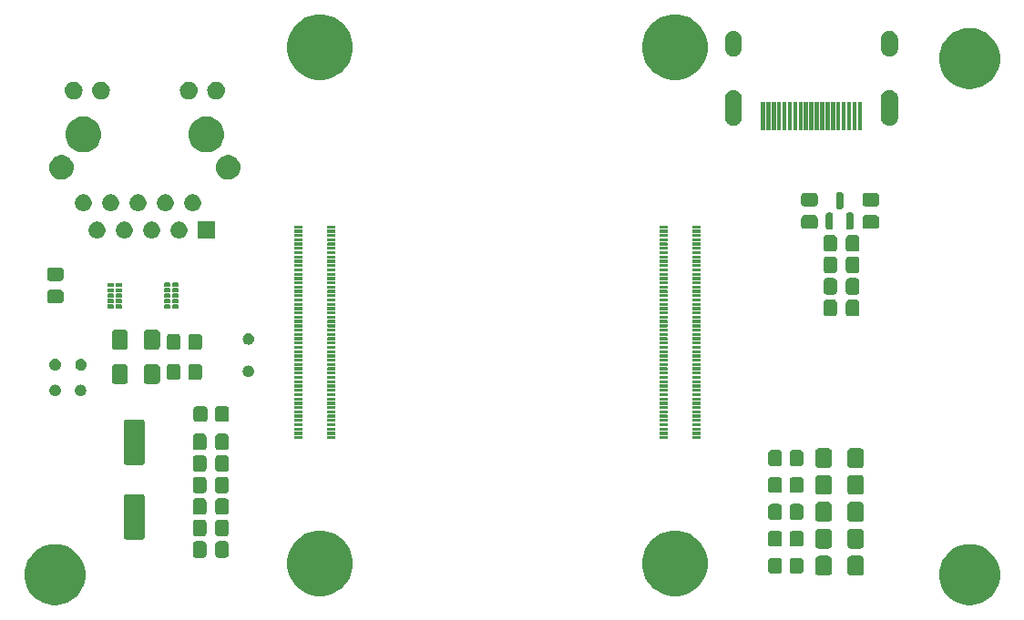
<source format=gbr>
%TF.GenerationSoftware,KiCad,Pcbnew,8.0.1*%
%TF.CreationDate,2024-06-09T20:13:55+02:00*%
%TF.ProjectId,daqIONA_CTRL,64617149-4f4e-4415-9f43-54524c2e6b69,rev?*%
%TF.SameCoordinates,Original*%
%TF.FileFunction,Soldermask,Top*%
%TF.FilePolarity,Negative*%
%FSLAX46Y46*%
G04 Gerber Fmt 4.6, Leading zero omitted, Abs format (unit mm)*
G04 Created by KiCad (PCBNEW 8.0.1) date 2024-06-09 20:13:55*
%MOMM*%
%LPD*%
G01*
G04 APERTURE LIST*
G04 APERTURE END LIST*
G36*
X101733161Y-132113146D02*
G01*
X102054521Y-132189310D01*
X102364867Y-132302266D01*
X102660000Y-132450488D01*
X102935930Y-132631970D01*
X103188926Y-132844259D01*
X103415566Y-133084483D01*
X103612785Y-133349395D01*
X103777917Y-133635410D01*
X103908727Y-133938663D01*
X104003447Y-134255051D01*
X104060797Y-134580296D01*
X104080000Y-134910000D01*
X104060797Y-135239704D01*
X104003447Y-135564949D01*
X103908727Y-135881337D01*
X103777917Y-136184590D01*
X103612785Y-136470605D01*
X103415566Y-136735517D01*
X103188926Y-136975741D01*
X102935930Y-137188030D01*
X102660000Y-137369512D01*
X102364867Y-137517734D01*
X102054521Y-137630690D01*
X101733161Y-137706854D01*
X101405131Y-137745195D01*
X101074869Y-137745195D01*
X100746839Y-137706854D01*
X100425479Y-137630690D01*
X100115133Y-137517734D01*
X99820000Y-137369512D01*
X99544070Y-137188030D01*
X99291074Y-136975741D01*
X99064434Y-136735517D01*
X98867215Y-136470605D01*
X98702083Y-136184590D01*
X98571273Y-135881337D01*
X98476553Y-135564949D01*
X98419203Y-135239704D01*
X98400000Y-134910000D01*
X98419203Y-134580296D01*
X98476553Y-134255051D01*
X98571273Y-133938663D01*
X98702083Y-133635410D01*
X98867215Y-133349395D01*
X99064434Y-133084483D01*
X99291074Y-132844259D01*
X99544070Y-132631970D01*
X99820000Y-132450488D01*
X100115133Y-132302266D01*
X100425479Y-132189310D01*
X100746839Y-132113146D01*
X101074869Y-132074805D01*
X101405131Y-132074805D01*
X101733161Y-132113146D01*
G37*
G36*
X186733161Y-132113146D02*
G01*
X187054521Y-132189310D01*
X187364867Y-132302266D01*
X187660000Y-132450488D01*
X187935930Y-132631970D01*
X188188926Y-132844259D01*
X188415566Y-133084483D01*
X188612785Y-133349395D01*
X188777917Y-133635410D01*
X188908727Y-133938663D01*
X189003447Y-134255051D01*
X189060797Y-134580296D01*
X189080000Y-134910000D01*
X189060797Y-135239704D01*
X189003447Y-135564949D01*
X188908727Y-135881337D01*
X188777917Y-136184590D01*
X188612785Y-136470605D01*
X188415566Y-136735517D01*
X188188926Y-136975741D01*
X187935930Y-137188030D01*
X187660000Y-137369512D01*
X187364867Y-137517734D01*
X187054521Y-137630690D01*
X186733161Y-137706854D01*
X186405131Y-137745195D01*
X186074869Y-137745195D01*
X185746839Y-137706854D01*
X185425479Y-137630690D01*
X185115133Y-137517734D01*
X184820000Y-137369512D01*
X184544070Y-137188030D01*
X184291074Y-136975741D01*
X184064434Y-136735517D01*
X183867215Y-136470605D01*
X183702083Y-136184590D01*
X183571273Y-135881337D01*
X183476553Y-135564949D01*
X183419203Y-135239704D01*
X183400000Y-134910000D01*
X183419203Y-134580296D01*
X183476553Y-134255051D01*
X183571273Y-133938663D01*
X183702083Y-133635410D01*
X183867215Y-133349395D01*
X184064434Y-133084483D01*
X184291074Y-132844259D01*
X184544070Y-132631970D01*
X184820000Y-132450488D01*
X185115133Y-132302266D01*
X185425479Y-132189310D01*
X185746839Y-132113146D01*
X186074869Y-132074805D01*
X186405131Y-132074805D01*
X186733161Y-132113146D01*
G37*
G36*
X126201492Y-130829178D02*
G01*
X126538689Y-130886470D01*
X126867351Y-130981156D01*
X127183345Y-131112045D01*
X127482698Y-131277491D01*
X127761644Y-131475414D01*
X128016676Y-131703324D01*
X128244586Y-131958356D01*
X128442509Y-132237302D01*
X128607955Y-132536655D01*
X128738844Y-132852649D01*
X128833530Y-133181311D01*
X128890822Y-133518508D01*
X128910000Y-133860000D01*
X128890822Y-134201492D01*
X128833530Y-134538689D01*
X128738844Y-134867351D01*
X128607955Y-135183345D01*
X128442509Y-135482698D01*
X128244586Y-135761644D01*
X128016676Y-136016676D01*
X127761644Y-136244586D01*
X127482698Y-136442509D01*
X127183345Y-136607955D01*
X126867351Y-136738844D01*
X126538689Y-136833530D01*
X126201492Y-136890822D01*
X125860000Y-136910000D01*
X125518508Y-136890822D01*
X125181311Y-136833530D01*
X124852649Y-136738844D01*
X124536655Y-136607955D01*
X124237302Y-136442509D01*
X123958356Y-136244586D01*
X123703324Y-136016676D01*
X123475414Y-135761644D01*
X123277491Y-135482698D01*
X123112045Y-135183345D01*
X122981156Y-134867351D01*
X122886470Y-134538689D01*
X122829178Y-134201492D01*
X122810000Y-133860000D01*
X122829178Y-133518508D01*
X122886470Y-133181311D01*
X122981156Y-132852649D01*
X123112045Y-132536655D01*
X123277491Y-132237302D01*
X123475414Y-131958356D01*
X123703324Y-131703324D01*
X123958356Y-131475414D01*
X124237302Y-131277491D01*
X124536655Y-131112045D01*
X124852649Y-130981156D01*
X125181311Y-130886470D01*
X125518508Y-130829178D01*
X125860000Y-130810000D01*
X126201492Y-130829178D01*
G37*
G36*
X159201492Y-130829178D02*
G01*
X159538689Y-130886470D01*
X159867351Y-130981156D01*
X160183345Y-131112045D01*
X160482698Y-131277491D01*
X160761644Y-131475414D01*
X161016676Y-131703324D01*
X161244586Y-131958356D01*
X161442509Y-132237302D01*
X161607955Y-132536655D01*
X161738844Y-132852649D01*
X161833530Y-133181311D01*
X161890822Y-133518508D01*
X161910000Y-133860000D01*
X161890822Y-134201492D01*
X161833530Y-134538689D01*
X161738844Y-134867351D01*
X161607955Y-135183345D01*
X161442509Y-135482698D01*
X161244586Y-135761644D01*
X161016676Y-136016676D01*
X160761644Y-136244586D01*
X160482698Y-136442509D01*
X160183345Y-136607955D01*
X159867351Y-136738844D01*
X159538689Y-136833530D01*
X159201492Y-136890822D01*
X158860000Y-136910000D01*
X158518508Y-136890822D01*
X158181311Y-136833530D01*
X157852649Y-136738844D01*
X157536655Y-136607955D01*
X157237302Y-136442509D01*
X156958356Y-136244586D01*
X156703324Y-136016676D01*
X156475414Y-135761644D01*
X156277491Y-135482698D01*
X156112045Y-135183345D01*
X155981156Y-134867351D01*
X155886470Y-134538689D01*
X155829178Y-134201492D01*
X155810000Y-133860000D01*
X155829178Y-133518508D01*
X155886470Y-133181311D01*
X155981156Y-132852649D01*
X156112045Y-132536655D01*
X156277491Y-132237302D01*
X156475414Y-131958356D01*
X156703324Y-131703324D01*
X156958356Y-131475414D01*
X157237302Y-131277491D01*
X157536655Y-131112045D01*
X157852649Y-130981156D01*
X158181311Y-130886470D01*
X158518508Y-130829178D01*
X158860000Y-130810000D01*
X159201492Y-130829178D01*
G37*
G36*
X173201395Y-133152703D02*
G01*
X173206135Y-133154796D01*
X173208839Y-133155152D01*
X173242682Y-133170933D01*
X173298889Y-133195751D01*
X173374249Y-133271111D01*
X173399076Y-133327339D01*
X173414847Y-133361160D01*
X173415202Y-133363861D01*
X173417297Y-133368605D01*
X173424999Y-133435002D01*
X173424999Y-133438267D01*
X173425000Y-133438275D01*
X173425000Y-134201476D01*
X173425000Y-134684999D01*
X173417297Y-134751395D01*
X173415202Y-134756138D01*
X173414847Y-134758839D01*
X173399084Y-134792641D01*
X173374249Y-134848889D01*
X173298889Y-134924249D01*
X173242641Y-134949084D01*
X173208839Y-134964847D01*
X173206138Y-134965202D01*
X173201395Y-134967297D01*
X173134998Y-134974999D01*
X173131731Y-134974999D01*
X173131724Y-134975000D01*
X172213276Y-134975000D01*
X172213275Y-134974999D01*
X172210001Y-134975000D01*
X172143605Y-134967297D01*
X172138861Y-134965202D01*
X172136160Y-134964847D01*
X172102339Y-134949076D01*
X172046111Y-134924249D01*
X171970751Y-134848889D01*
X171945933Y-134792682D01*
X171930152Y-134758839D01*
X171929796Y-134756135D01*
X171927703Y-134751395D01*
X171920001Y-134684998D01*
X171920000Y-134681731D01*
X171920000Y-134681724D01*
X171920000Y-133438275D01*
X171920000Y-133438274D01*
X171920000Y-133435001D01*
X171927703Y-133368605D01*
X171929795Y-133363865D01*
X171930152Y-133361160D01*
X171945941Y-133327299D01*
X171970751Y-133271111D01*
X172046111Y-133195751D01*
X172102299Y-133170941D01*
X172136160Y-133155152D01*
X172138865Y-133154795D01*
X172143605Y-133152703D01*
X172210002Y-133145001D01*
X172213268Y-133145000D01*
X172213276Y-133145000D01*
X173131724Y-133145000D01*
X173134999Y-133145000D01*
X173201395Y-133152703D01*
G37*
G36*
X176176395Y-133152703D02*
G01*
X176181135Y-133154796D01*
X176183839Y-133155152D01*
X176217682Y-133170933D01*
X176273889Y-133195751D01*
X176349249Y-133271111D01*
X176374076Y-133327339D01*
X176389847Y-133361160D01*
X176390202Y-133363861D01*
X176392297Y-133368605D01*
X176399999Y-133435002D01*
X176399999Y-133438267D01*
X176400000Y-133438275D01*
X176400000Y-134201476D01*
X176400000Y-134684999D01*
X176392297Y-134751395D01*
X176390202Y-134756138D01*
X176389847Y-134758839D01*
X176374084Y-134792641D01*
X176349249Y-134848889D01*
X176273889Y-134924249D01*
X176217641Y-134949084D01*
X176183839Y-134964847D01*
X176181138Y-134965202D01*
X176176395Y-134967297D01*
X176109998Y-134974999D01*
X176106731Y-134974999D01*
X176106724Y-134975000D01*
X175188276Y-134975000D01*
X175188275Y-134974999D01*
X175185001Y-134975000D01*
X175118605Y-134967297D01*
X175113861Y-134965202D01*
X175111160Y-134964847D01*
X175077339Y-134949076D01*
X175021111Y-134924249D01*
X174945751Y-134848889D01*
X174920933Y-134792682D01*
X174905152Y-134758839D01*
X174904796Y-134756135D01*
X174902703Y-134751395D01*
X174895001Y-134684998D01*
X174895000Y-134681731D01*
X174895000Y-134681724D01*
X174895000Y-133438275D01*
X174895000Y-133438274D01*
X174895000Y-133435001D01*
X174902703Y-133368605D01*
X174904795Y-133363865D01*
X174905152Y-133361160D01*
X174920941Y-133327299D01*
X174945751Y-133271111D01*
X175021111Y-133195751D01*
X175077299Y-133170941D01*
X175111160Y-133155152D01*
X175113865Y-133154795D01*
X175118605Y-133152703D01*
X175185002Y-133145001D01*
X175188268Y-133145000D01*
X175188276Y-133145000D01*
X176106724Y-133145000D01*
X176109999Y-133145000D01*
X176176395Y-133152703D01*
G37*
G36*
X168576396Y-133327703D02*
G01*
X168581135Y-133329795D01*
X168583841Y-133330152D01*
X168617695Y-133345938D01*
X168673890Y-133370751D01*
X168749249Y-133446110D01*
X168774070Y-133502325D01*
X168789847Y-133536158D01*
X168790202Y-133538861D01*
X168792297Y-133543604D01*
X168800000Y-133610000D01*
X168800000Y-134510000D01*
X168792297Y-134576396D01*
X168790202Y-134581139D01*
X168789847Y-134583841D01*
X168774079Y-134617655D01*
X168749249Y-134673890D01*
X168673890Y-134749249D01*
X168617655Y-134774079D01*
X168583841Y-134789847D01*
X168581139Y-134790202D01*
X168576396Y-134792297D01*
X168510000Y-134800000D01*
X167810000Y-134800000D01*
X167743604Y-134792297D01*
X167738861Y-134790202D01*
X167736158Y-134789847D01*
X167702325Y-134774070D01*
X167646110Y-134749249D01*
X167570751Y-134673890D01*
X167545938Y-134617695D01*
X167530152Y-134583841D01*
X167529795Y-134581135D01*
X167527703Y-134576396D01*
X167520000Y-134510000D01*
X167520000Y-133610000D01*
X167527703Y-133543604D01*
X167529795Y-133538864D01*
X167530152Y-133536158D01*
X167545947Y-133502285D01*
X167570751Y-133446110D01*
X167646110Y-133370751D01*
X167702285Y-133345947D01*
X167736158Y-133330152D01*
X167738864Y-133329795D01*
X167743604Y-133327703D01*
X167810000Y-133320000D01*
X168510000Y-133320000D01*
X168576396Y-133327703D01*
G37*
G36*
X170576396Y-133327703D02*
G01*
X170581135Y-133329795D01*
X170583841Y-133330152D01*
X170617695Y-133345938D01*
X170673890Y-133370751D01*
X170749249Y-133446110D01*
X170774070Y-133502325D01*
X170789847Y-133536158D01*
X170790202Y-133538861D01*
X170792297Y-133543604D01*
X170800000Y-133610000D01*
X170800000Y-134510000D01*
X170792297Y-134576396D01*
X170790202Y-134581139D01*
X170789847Y-134583841D01*
X170774079Y-134617655D01*
X170749249Y-134673890D01*
X170673890Y-134749249D01*
X170617655Y-134774079D01*
X170583841Y-134789847D01*
X170581139Y-134790202D01*
X170576396Y-134792297D01*
X170510000Y-134800000D01*
X169810000Y-134800000D01*
X169743604Y-134792297D01*
X169738861Y-134790202D01*
X169736158Y-134789847D01*
X169702325Y-134774070D01*
X169646110Y-134749249D01*
X169570751Y-134673890D01*
X169545938Y-134617695D01*
X169530152Y-134583841D01*
X169529795Y-134581135D01*
X169527703Y-134576396D01*
X169520000Y-134510000D01*
X169520000Y-133610000D01*
X169527703Y-133543604D01*
X169529795Y-133538864D01*
X169530152Y-133536158D01*
X169545947Y-133502285D01*
X169570751Y-133446110D01*
X169646110Y-133370751D01*
X169702285Y-133345947D01*
X169736158Y-133330152D01*
X169738864Y-133329795D01*
X169743604Y-133327703D01*
X169810000Y-133320000D01*
X170510000Y-133320000D01*
X170576396Y-133327703D01*
G37*
G36*
X115088896Y-131802703D02*
G01*
X115093635Y-131804795D01*
X115096341Y-131805152D01*
X115130195Y-131820938D01*
X115186390Y-131845751D01*
X115261749Y-131921110D01*
X115286570Y-131977325D01*
X115302347Y-132011158D01*
X115302702Y-132013861D01*
X115304797Y-132018604D01*
X115312500Y-132085000D01*
X115312500Y-133035000D01*
X115304797Y-133101396D01*
X115302702Y-133106139D01*
X115302347Y-133108841D01*
X115286579Y-133142655D01*
X115261749Y-133198890D01*
X115186390Y-133274249D01*
X115130155Y-133299079D01*
X115096341Y-133314847D01*
X115093639Y-133315202D01*
X115088896Y-133317297D01*
X115022500Y-133325000D01*
X114347500Y-133325000D01*
X114281104Y-133317297D01*
X114276361Y-133315202D01*
X114273658Y-133314847D01*
X114239825Y-133299070D01*
X114183610Y-133274249D01*
X114108251Y-133198890D01*
X114083438Y-133142695D01*
X114067652Y-133108841D01*
X114067295Y-133106135D01*
X114065203Y-133101396D01*
X114057500Y-133035000D01*
X114057500Y-132085000D01*
X114065203Y-132018604D01*
X114067295Y-132013864D01*
X114067652Y-132011158D01*
X114083447Y-131977285D01*
X114108251Y-131921110D01*
X114183610Y-131845751D01*
X114239785Y-131820947D01*
X114273658Y-131805152D01*
X114276364Y-131804795D01*
X114281104Y-131802703D01*
X114347500Y-131795000D01*
X115022500Y-131795000D01*
X115088896Y-131802703D01*
G37*
G36*
X117163896Y-131802703D02*
G01*
X117168635Y-131804795D01*
X117171341Y-131805152D01*
X117205195Y-131820938D01*
X117261390Y-131845751D01*
X117336749Y-131921110D01*
X117361570Y-131977325D01*
X117377347Y-132011158D01*
X117377702Y-132013861D01*
X117379797Y-132018604D01*
X117387500Y-132085000D01*
X117387500Y-133035000D01*
X117379797Y-133101396D01*
X117377702Y-133106139D01*
X117377347Y-133108841D01*
X117361579Y-133142655D01*
X117336749Y-133198890D01*
X117261390Y-133274249D01*
X117205155Y-133299079D01*
X117171341Y-133314847D01*
X117168639Y-133315202D01*
X117163896Y-133317297D01*
X117097500Y-133325000D01*
X116422500Y-133325000D01*
X116356104Y-133317297D01*
X116351361Y-133315202D01*
X116348658Y-133314847D01*
X116314825Y-133299070D01*
X116258610Y-133274249D01*
X116183251Y-133198890D01*
X116158438Y-133142695D01*
X116142652Y-133108841D01*
X116142295Y-133106135D01*
X116140203Y-133101396D01*
X116132500Y-133035000D01*
X116132500Y-132085000D01*
X116140203Y-132018604D01*
X116142295Y-132013864D01*
X116142652Y-132011158D01*
X116158447Y-131977285D01*
X116183251Y-131921110D01*
X116258610Y-131845751D01*
X116314785Y-131820947D01*
X116348658Y-131805152D01*
X116351364Y-131804795D01*
X116356104Y-131802703D01*
X116422500Y-131795000D01*
X117097500Y-131795000D01*
X117163896Y-131802703D01*
G37*
G36*
X173201395Y-130652703D02*
G01*
X173206135Y-130654796D01*
X173208839Y-130655152D01*
X173242682Y-130670933D01*
X173298889Y-130695751D01*
X173374249Y-130771111D01*
X173399076Y-130827339D01*
X173414847Y-130861160D01*
X173415202Y-130863861D01*
X173417297Y-130868605D01*
X173424999Y-130935002D01*
X173424999Y-130938267D01*
X173425000Y-130938275D01*
X173425000Y-131596923D01*
X173425000Y-132184999D01*
X173417297Y-132251395D01*
X173415202Y-132256138D01*
X173414847Y-132258839D01*
X173399084Y-132292641D01*
X173374249Y-132348889D01*
X173298889Y-132424249D01*
X173242641Y-132449084D01*
X173208839Y-132464847D01*
X173206138Y-132465202D01*
X173201395Y-132467297D01*
X173134998Y-132474999D01*
X173131731Y-132474999D01*
X173131724Y-132475000D01*
X172213276Y-132475000D01*
X172213275Y-132474999D01*
X172210001Y-132475000D01*
X172143605Y-132467297D01*
X172138861Y-132465202D01*
X172136160Y-132464847D01*
X172102339Y-132449076D01*
X172046111Y-132424249D01*
X171970751Y-132348889D01*
X171945933Y-132292682D01*
X171930152Y-132258839D01*
X171929796Y-132256135D01*
X171927703Y-132251395D01*
X171920001Y-132184998D01*
X171920000Y-132181731D01*
X171920000Y-132181724D01*
X171920000Y-130938275D01*
X171920000Y-130938274D01*
X171920000Y-130935001D01*
X171927703Y-130868605D01*
X171929795Y-130863865D01*
X171930152Y-130861160D01*
X171945941Y-130827299D01*
X171970751Y-130771111D01*
X172046111Y-130695751D01*
X172102299Y-130670941D01*
X172136160Y-130655152D01*
X172138865Y-130654795D01*
X172143605Y-130652703D01*
X172210002Y-130645001D01*
X172213268Y-130645000D01*
X172213276Y-130645000D01*
X173131724Y-130645000D01*
X173134999Y-130645000D01*
X173201395Y-130652703D01*
G37*
G36*
X176176395Y-130652703D02*
G01*
X176181135Y-130654796D01*
X176183839Y-130655152D01*
X176217682Y-130670933D01*
X176273889Y-130695751D01*
X176349249Y-130771111D01*
X176374076Y-130827339D01*
X176389847Y-130861160D01*
X176390202Y-130863861D01*
X176392297Y-130868605D01*
X176399999Y-130935002D01*
X176399999Y-130938267D01*
X176400000Y-130938275D01*
X176400000Y-131596923D01*
X176400000Y-132184999D01*
X176392297Y-132251395D01*
X176390202Y-132256138D01*
X176389847Y-132258839D01*
X176374084Y-132292641D01*
X176349249Y-132348889D01*
X176273889Y-132424249D01*
X176217641Y-132449084D01*
X176183839Y-132464847D01*
X176181138Y-132465202D01*
X176176395Y-132467297D01*
X176109998Y-132474999D01*
X176106731Y-132474999D01*
X176106724Y-132475000D01*
X175188276Y-132475000D01*
X175188275Y-132474999D01*
X175185001Y-132475000D01*
X175118605Y-132467297D01*
X175113861Y-132465202D01*
X175111160Y-132464847D01*
X175077339Y-132449076D01*
X175021111Y-132424249D01*
X174945751Y-132348889D01*
X174920933Y-132292682D01*
X174905152Y-132258839D01*
X174904796Y-132256135D01*
X174902703Y-132251395D01*
X174895001Y-132184998D01*
X174895000Y-132181731D01*
X174895000Y-132181724D01*
X174895000Y-130938275D01*
X174895000Y-130938274D01*
X174895000Y-130935001D01*
X174902703Y-130868605D01*
X174904795Y-130863865D01*
X174905152Y-130861160D01*
X174920941Y-130827299D01*
X174945751Y-130771111D01*
X175021111Y-130695751D01*
X175077299Y-130670941D01*
X175111160Y-130655152D01*
X175113865Y-130654795D01*
X175118605Y-130652703D01*
X175185002Y-130645001D01*
X175188268Y-130645000D01*
X175188276Y-130645000D01*
X176106724Y-130645000D01*
X176109999Y-130645000D01*
X176176395Y-130652703D01*
G37*
G36*
X168576396Y-130827703D02*
G01*
X168581135Y-130829795D01*
X168583841Y-130830152D01*
X168617695Y-130845938D01*
X168673890Y-130870751D01*
X168749249Y-130946110D01*
X168774070Y-131002325D01*
X168789847Y-131036158D01*
X168790202Y-131038861D01*
X168792297Y-131043604D01*
X168800000Y-131110000D01*
X168800000Y-132010000D01*
X168792297Y-132076396D01*
X168790202Y-132081139D01*
X168789847Y-132083841D01*
X168774079Y-132117655D01*
X168749249Y-132173890D01*
X168673890Y-132249249D01*
X168617655Y-132274079D01*
X168583841Y-132289847D01*
X168581139Y-132290202D01*
X168576396Y-132292297D01*
X168510000Y-132300000D01*
X167810000Y-132300000D01*
X167743604Y-132292297D01*
X167738861Y-132290202D01*
X167736158Y-132289847D01*
X167702325Y-132274070D01*
X167646110Y-132249249D01*
X167570751Y-132173890D01*
X167545938Y-132117695D01*
X167530152Y-132083841D01*
X167529795Y-132081135D01*
X167527703Y-132076396D01*
X167520000Y-132010000D01*
X167520000Y-131110000D01*
X167527703Y-131043604D01*
X167529795Y-131038864D01*
X167530152Y-131036158D01*
X167545947Y-131002285D01*
X167570751Y-130946110D01*
X167646110Y-130870751D01*
X167702285Y-130845947D01*
X167736158Y-130830152D01*
X167738864Y-130829795D01*
X167743604Y-130827703D01*
X167810000Y-130820000D01*
X168510000Y-130820000D01*
X168576396Y-130827703D01*
G37*
G36*
X170576396Y-130827703D02*
G01*
X170581135Y-130829795D01*
X170583841Y-130830152D01*
X170617695Y-130845938D01*
X170673890Y-130870751D01*
X170749249Y-130946110D01*
X170774070Y-131002325D01*
X170789847Y-131036158D01*
X170790202Y-131038861D01*
X170792297Y-131043604D01*
X170800000Y-131110000D01*
X170800000Y-132010000D01*
X170792297Y-132076396D01*
X170790202Y-132081139D01*
X170789847Y-132083841D01*
X170774079Y-132117655D01*
X170749249Y-132173890D01*
X170673890Y-132249249D01*
X170617655Y-132274079D01*
X170583841Y-132289847D01*
X170581139Y-132290202D01*
X170576396Y-132292297D01*
X170510000Y-132300000D01*
X169810000Y-132300000D01*
X169743604Y-132292297D01*
X169738861Y-132290202D01*
X169736158Y-132289847D01*
X169702325Y-132274070D01*
X169646110Y-132249249D01*
X169570751Y-132173890D01*
X169545938Y-132117695D01*
X169530152Y-132083841D01*
X169529795Y-132081135D01*
X169527703Y-132076396D01*
X169520000Y-132010000D01*
X169520000Y-131110000D01*
X169527703Y-131043604D01*
X169529795Y-131038864D01*
X169530152Y-131036158D01*
X169545947Y-131002285D01*
X169570751Y-130946110D01*
X169646110Y-130870751D01*
X169702285Y-130845947D01*
X169736158Y-130830152D01*
X169738864Y-130829795D01*
X169743604Y-130827703D01*
X169810000Y-130820000D01*
X170510000Y-130820000D01*
X170576396Y-130827703D01*
G37*
G36*
X109376396Y-127427703D02*
G01*
X109381135Y-127429795D01*
X109383841Y-127430152D01*
X109417695Y-127445938D01*
X109473890Y-127470751D01*
X109549249Y-127546110D01*
X109574070Y-127602325D01*
X109589847Y-127636158D01*
X109590202Y-127638861D01*
X109592297Y-127643604D01*
X109600000Y-127710000D01*
X109600000Y-131360000D01*
X109592297Y-131426396D01*
X109590202Y-131431139D01*
X109589847Y-131433841D01*
X109574079Y-131467655D01*
X109549249Y-131523890D01*
X109473890Y-131599249D01*
X109417655Y-131624079D01*
X109383841Y-131639847D01*
X109381139Y-131640202D01*
X109376396Y-131642297D01*
X109310000Y-131650000D01*
X107910000Y-131650000D01*
X107843604Y-131642297D01*
X107838861Y-131640202D01*
X107836158Y-131639847D01*
X107802325Y-131624070D01*
X107746110Y-131599249D01*
X107670751Y-131523890D01*
X107645938Y-131467695D01*
X107630152Y-131433841D01*
X107629795Y-131431135D01*
X107627703Y-131426396D01*
X107620000Y-131360000D01*
X107620000Y-127710000D01*
X107627703Y-127643604D01*
X107629795Y-127638864D01*
X107630152Y-127636158D01*
X107645947Y-127602285D01*
X107670751Y-127546110D01*
X107746110Y-127470751D01*
X107802285Y-127445947D01*
X107836158Y-127430152D01*
X107838864Y-127429795D01*
X107843604Y-127427703D01*
X107910000Y-127420000D01*
X109310000Y-127420000D01*
X109376396Y-127427703D01*
G37*
G36*
X115088896Y-129802703D02*
G01*
X115093635Y-129804795D01*
X115096341Y-129805152D01*
X115130195Y-129820938D01*
X115186390Y-129845751D01*
X115261749Y-129921110D01*
X115286570Y-129977325D01*
X115302347Y-130011158D01*
X115302702Y-130013861D01*
X115304797Y-130018604D01*
X115312500Y-130085000D01*
X115312500Y-131035000D01*
X115304797Y-131101396D01*
X115302702Y-131106139D01*
X115302347Y-131108841D01*
X115286579Y-131142655D01*
X115261749Y-131198890D01*
X115186390Y-131274249D01*
X115130155Y-131299079D01*
X115096341Y-131314847D01*
X115093639Y-131315202D01*
X115088896Y-131317297D01*
X115022500Y-131325000D01*
X114347500Y-131325000D01*
X114281104Y-131317297D01*
X114276361Y-131315202D01*
X114273658Y-131314847D01*
X114239825Y-131299070D01*
X114183610Y-131274249D01*
X114108251Y-131198890D01*
X114083438Y-131142695D01*
X114067652Y-131108841D01*
X114067295Y-131106135D01*
X114065203Y-131101396D01*
X114057500Y-131035000D01*
X114057500Y-130085000D01*
X114065203Y-130018604D01*
X114067295Y-130013864D01*
X114067652Y-130011158D01*
X114083447Y-129977285D01*
X114108251Y-129921110D01*
X114183610Y-129845751D01*
X114239785Y-129820947D01*
X114273658Y-129805152D01*
X114276364Y-129804795D01*
X114281104Y-129802703D01*
X114347500Y-129795000D01*
X115022500Y-129795000D01*
X115088896Y-129802703D01*
G37*
G36*
X117163896Y-129802703D02*
G01*
X117168635Y-129804795D01*
X117171341Y-129805152D01*
X117205195Y-129820938D01*
X117261390Y-129845751D01*
X117336749Y-129921110D01*
X117361570Y-129977325D01*
X117377347Y-130011158D01*
X117377702Y-130013861D01*
X117379797Y-130018604D01*
X117387500Y-130085000D01*
X117387500Y-131035000D01*
X117379797Y-131101396D01*
X117377702Y-131106139D01*
X117377347Y-131108841D01*
X117361579Y-131142655D01*
X117336749Y-131198890D01*
X117261390Y-131274249D01*
X117205155Y-131299079D01*
X117171341Y-131314847D01*
X117168639Y-131315202D01*
X117163896Y-131317297D01*
X117097500Y-131325000D01*
X116422500Y-131325000D01*
X116356104Y-131317297D01*
X116351361Y-131315202D01*
X116348658Y-131314847D01*
X116314825Y-131299070D01*
X116258610Y-131274249D01*
X116183251Y-131198890D01*
X116158438Y-131142695D01*
X116142652Y-131108841D01*
X116142295Y-131106135D01*
X116140203Y-131101396D01*
X116132500Y-131035000D01*
X116132500Y-130085000D01*
X116140203Y-130018604D01*
X116142295Y-130013864D01*
X116142652Y-130011158D01*
X116158447Y-129977285D01*
X116183251Y-129921110D01*
X116258610Y-129845751D01*
X116314785Y-129820947D01*
X116348658Y-129805152D01*
X116351364Y-129804795D01*
X116356104Y-129802703D01*
X116422500Y-129795000D01*
X117097500Y-129795000D01*
X117163896Y-129802703D01*
G37*
G36*
X173201395Y-128152703D02*
G01*
X173206135Y-128154796D01*
X173208839Y-128155152D01*
X173242682Y-128170933D01*
X173298889Y-128195751D01*
X173374249Y-128271111D01*
X173399076Y-128327339D01*
X173414847Y-128361160D01*
X173415202Y-128363861D01*
X173417297Y-128368605D01*
X173424999Y-128435002D01*
X173424999Y-128438267D01*
X173425000Y-128438275D01*
X173425000Y-129101396D01*
X173425000Y-129684999D01*
X173417297Y-129751395D01*
X173415202Y-129756138D01*
X173414847Y-129758839D01*
X173399084Y-129792641D01*
X173374249Y-129848889D01*
X173298889Y-129924249D01*
X173242641Y-129949084D01*
X173208839Y-129964847D01*
X173206138Y-129965202D01*
X173201395Y-129967297D01*
X173134998Y-129974999D01*
X173131731Y-129974999D01*
X173131724Y-129975000D01*
X172213276Y-129975000D01*
X172213275Y-129974999D01*
X172210001Y-129975000D01*
X172143605Y-129967297D01*
X172138861Y-129965202D01*
X172136160Y-129964847D01*
X172102339Y-129949076D01*
X172046111Y-129924249D01*
X171970751Y-129848889D01*
X171945933Y-129792682D01*
X171930152Y-129758839D01*
X171929796Y-129756135D01*
X171927703Y-129751395D01*
X171920001Y-129684998D01*
X171920000Y-129681731D01*
X171920000Y-129681724D01*
X171920000Y-128438275D01*
X171920000Y-128438274D01*
X171920000Y-128435001D01*
X171927703Y-128368605D01*
X171929795Y-128363865D01*
X171930152Y-128361160D01*
X171945941Y-128327299D01*
X171970751Y-128271111D01*
X172046111Y-128195751D01*
X172102299Y-128170941D01*
X172136160Y-128155152D01*
X172138865Y-128154795D01*
X172143605Y-128152703D01*
X172210002Y-128145001D01*
X172213268Y-128145000D01*
X172213276Y-128145000D01*
X173131724Y-128145000D01*
X173134999Y-128145000D01*
X173201395Y-128152703D01*
G37*
G36*
X176176395Y-128152703D02*
G01*
X176181135Y-128154796D01*
X176183839Y-128155152D01*
X176217682Y-128170933D01*
X176273889Y-128195751D01*
X176349249Y-128271111D01*
X176374076Y-128327339D01*
X176389847Y-128361160D01*
X176390202Y-128363861D01*
X176392297Y-128368605D01*
X176399999Y-128435002D01*
X176399999Y-128438267D01*
X176400000Y-128438275D01*
X176400000Y-129101396D01*
X176400000Y-129684999D01*
X176392297Y-129751395D01*
X176390202Y-129756138D01*
X176389847Y-129758839D01*
X176374084Y-129792641D01*
X176349249Y-129848889D01*
X176273889Y-129924249D01*
X176217641Y-129949084D01*
X176183839Y-129964847D01*
X176181138Y-129965202D01*
X176176395Y-129967297D01*
X176109998Y-129974999D01*
X176106731Y-129974999D01*
X176106724Y-129975000D01*
X175188276Y-129975000D01*
X175188275Y-129974999D01*
X175185001Y-129975000D01*
X175118605Y-129967297D01*
X175113861Y-129965202D01*
X175111160Y-129964847D01*
X175077339Y-129949076D01*
X175021111Y-129924249D01*
X174945751Y-129848889D01*
X174920933Y-129792682D01*
X174905152Y-129758839D01*
X174904796Y-129756135D01*
X174902703Y-129751395D01*
X174895001Y-129684998D01*
X174895000Y-129681731D01*
X174895000Y-129681724D01*
X174895000Y-128438275D01*
X174895000Y-128438274D01*
X174895000Y-128435001D01*
X174902703Y-128368605D01*
X174904795Y-128363865D01*
X174905152Y-128361160D01*
X174920941Y-128327299D01*
X174945751Y-128271111D01*
X175021111Y-128195751D01*
X175077299Y-128170941D01*
X175111160Y-128155152D01*
X175113865Y-128154795D01*
X175118605Y-128152703D01*
X175185002Y-128145001D01*
X175188268Y-128145000D01*
X175188276Y-128145000D01*
X176106724Y-128145000D01*
X176109999Y-128145000D01*
X176176395Y-128152703D01*
G37*
G36*
X168576396Y-128327703D02*
G01*
X168581135Y-128329795D01*
X168583841Y-128330152D01*
X168617695Y-128345938D01*
X168673890Y-128370751D01*
X168749249Y-128446110D01*
X168774070Y-128502325D01*
X168789847Y-128536158D01*
X168790202Y-128538861D01*
X168792297Y-128543604D01*
X168800000Y-128610000D01*
X168800000Y-129510000D01*
X168792297Y-129576396D01*
X168790202Y-129581139D01*
X168789847Y-129583841D01*
X168774079Y-129617655D01*
X168749249Y-129673890D01*
X168673890Y-129749249D01*
X168617655Y-129774079D01*
X168583841Y-129789847D01*
X168581139Y-129790202D01*
X168576396Y-129792297D01*
X168510000Y-129800000D01*
X167810000Y-129800000D01*
X167743604Y-129792297D01*
X167738861Y-129790202D01*
X167736158Y-129789847D01*
X167702325Y-129774070D01*
X167646110Y-129749249D01*
X167570751Y-129673890D01*
X167545938Y-129617695D01*
X167530152Y-129583841D01*
X167529795Y-129581135D01*
X167527703Y-129576396D01*
X167520000Y-129510000D01*
X167520000Y-128610000D01*
X167527703Y-128543604D01*
X167529795Y-128538864D01*
X167530152Y-128536158D01*
X167545947Y-128502285D01*
X167570751Y-128446110D01*
X167646110Y-128370751D01*
X167702285Y-128345947D01*
X167736158Y-128330152D01*
X167738864Y-128329795D01*
X167743604Y-128327703D01*
X167810000Y-128320000D01*
X168510000Y-128320000D01*
X168576396Y-128327703D01*
G37*
G36*
X170576396Y-128327703D02*
G01*
X170581135Y-128329795D01*
X170583841Y-128330152D01*
X170617695Y-128345938D01*
X170673890Y-128370751D01*
X170749249Y-128446110D01*
X170774070Y-128502325D01*
X170789847Y-128536158D01*
X170790202Y-128538861D01*
X170792297Y-128543604D01*
X170800000Y-128610000D01*
X170800000Y-129510000D01*
X170792297Y-129576396D01*
X170790202Y-129581139D01*
X170789847Y-129583841D01*
X170774079Y-129617655D01*
X170749249Y-129673890D01*
X170673890Y-129749249D01*
X170617655Y-129774079D01*
X170583841Y-129789847D01*
X170581139Y-129790202D01*
X170576396Y-129792297D01*
X170510000Y-129800000D01*
X169810000Y-129800000D01*
X169743604Y-129792297D01*
X169738861Y-129790202D01*
X169736158Y-129789847D01*
X169702325Y-129774070D01*
X169646110Y-129749249D01*
X169570751Y-129673890D01*
X169545938Y-129617695D01*
X169530152Y-129583841D01*
X169529795Y-129581135D01*
X169527703Y-129576396D01*
X169520000Y-129510000D01*
X169520000Y-128610000D01*
X169527703Y-128543604D01*
X169529795Y-128538864D01*
X169530152Y-128536158D01*
X169545947Y-128502285D01*
X169570751Y-128446110D01*
X169646110Y-128370751D01*
X169702285Y-128345947D01*
X169736158Y-128330152D01*
X169738864Y-128329795D01*
X169743604Y-128327703D01*
X169810000Y-128320000D01*
X170510000Y-128320000D01*
X170576396Y-128327703D01*
G37*
G36*
X115088896Y-127802703D02*
G01*
X115093635Y-127804795D01*
X115096341Y-127805152D01*
X115130195Y-127820938D01*
X115186390Y-127845751D01*
X115261749Y-127921110D01*
X115286570Y-127977325D01*
X115302347Y-128011158D01*
X115302702Y-128013861D01*
X115304797Y-128018604D01*
X115312500Y-128085000D01*
X115312500Y-129035000D01*
X115304797Y-129101396D01*
X115302702Y-129106139D01*
X115302347Y-129108841D01*
X115286579Y-129142655D01*
X115261749Y-129198890D01*
X115186390Y-129274249D01*
X115130155Y-129299079D01*
X115096341Y-129314847D01*
X115093639Y-129315202D01*
X115088896Y-129317297D01*
X115022500Y-129325000D01*
X114347500Y-129325000D01*
X114281104Y-129317297D01*
X114276361Y-129315202D01*
X114273658Y-129314847D01*
X114239825Y-129299070D01*
X114183610Y-129274249D01*
X114108251Y-129198890D01*
X114083438Y-129142695D01*
X114067652Y-129108841D01*
X114067295Y-129106135D01*
X114065203Y-129101396D01*
X114057500Y-129035000D01*
X114057500Y-128085000D01*
X114065203Y-128018604D01*
X114067295Y-128013864D01*
X114067652Y-128011158D01*
X114083447Y-127977285D01*
X114108251Y-127921110D01*
X114183610Y-127845751D01*
X114239785Y-127820947D01*
X114273658Y-127805152D01*
X114276364Y-127804795D01*
X114281104Y-127802703D01*
X114347500Y-127795000D01*
X115022500Y-127795000D01*
X115088896Y-127802703D01*
G37*
G36*
X117163896Y-127802703D02*
G01*
X117168635Y-127804795D01*
X117171341Y-127805152D01*
X117205195Y-127820938D01*
X117261390Y-127845751D01*
X117336749Y-127921110D01*
X117361570Y-127977325D01*
X117377347Y-128011158D01*
X117377702Y-128013861D01*
X117379797Y-128018604D01*
X117387500Y-128085000D01*
X117387500Y-129035000D01*
X117379797Y-129101396D01*
X117377702Y-129106139D01*
X117377347Y-129108841D01*
X117361579Y-129142655D01*
X117336749Y-129198890D01*
X117261390Y-129274249D01*
X117205155Y-129299079D01*
X117171341Y-129314847D01*
X117168639Y-129315202D01*
X117163896Y-129317297D01*
X117097500Y-129325000D01*
X116422500Y-129325000D01*
X116356104Y-129317297D01*
X116351361Y-129315202D01*
X116348658Y-129314847D01*
X116314825Y-129299070D01*
X116258610Y-129274249D01*
X116183251Y-129198890D01*
X116158438Y-129142695D01*
X116142652Y-129108841D01*
X116142295Y-129106135D01*
X116140203Y-129101396D01*
X116132500Y-129035000D01*
X116132500Y-128085000D01*
X116140203Y-128018604D01*
X116142295Y-128013864D01*
X116142652Y-128011158D01*
X116158447Y-127977285D01*
X116183251Y-127921110D01*
X116258610Y-127845751D01*
X116314785Y-127820947D01*
X116348658Y-127805152D01*
X116351364Y-127804795D01*
X116356104Y-127802703D01*
X116422500Y-127795000D01*
X117097500Y-127795000D01*
X117163896Y-127802703D01*
G37*
G36*
X173201395Y-125652703D02*
G01*
X173206135Y-125654796D01*
X173208839Y-125655152D01*
X173242682Y-125670933D01*
X173298889Y-125695751D01*
X173374249Y-125771111D01*
X173399076Y-125827339D01*
X173414847Y-125861160D01*
X173415202Y-125863861D01*
X173417297Y-125868605D01*
X173424999Y-125935002D01*
X173424999Y-125938267D01*
X173425000Y-125938275D01*
X173425000Y-127006725D01*
X173425000Y-127184999D01*
X173417297Y-127251395D01*
X173415202Y-127256138D01*
X173414847Y-127258839D01*
X173399084Y-127292641D01*
X173374249Y-127348889D01*
X173298889Y-127424249D01*
X173242641Y-127449084D01*
X173208839Y-127464847D01*
X173206138Y-127465202D01*
X173201395Y-127467297D01*
X173134998Y-127474999D01*
X173131731Y-127474999D01*
X173131724Y-127475000D01*
X172213276Y-127475000D01*
X172213275Y-127474999D01*
X172210001Y-127475000D01*
X172143605Y-127467297D01*
X172138861Y-127465202D01*
X172136160Y-127464847D01*
X172102339Y-127449076D01*
X172046111Y-127424249D01*
X171970751Y-127348889D01*
X171945933Y-127292682D01*
X171930152Y-127258839D01*
X171929796Y-127256135D01*
X171927703Y-127251395D01*
X171920001Y-127184998D01*
X171920000Y-127181731D01*
X171920000Y-127181724D01*
X171920000Y-125938275D01*
X171920000Y-125938274D01*
X171920000Y-125935001D01*
X171927703Y-125868605D01*
X171929795Y-125863865D01*
X171930152Y-125861160D01*
X171945941Y-125827299D01*
X171970751Y-125771111D01*
X172046111Y-125695751D01*
X172102299Y-125670941D01*
X172136160Y-125655152D01*
X172138865Y-125654795D01*
X172143605Y-125652703D01*
X172210002Y-125645001D01*
X172213268Y-125645000D01*
X172213276Y-125645000D01*
X173131724Y-125645000D01*
X173134999Y-125645000D01*
X173201395Y-125652703D01*
G37*
G36*
X176176395Y-125652703D02*
G01*
X176181135Y-125654796D01*
X176183839Y-125655152D01*
X176217682Y-125670933D01*
X176273889Y-125695751D01*
X176349249Y-125771111D01*
X176374076Y-125827339D01*
X176389847Y-125861160D01*
X176390202Y-125863861D01*
X176392297Y-125868605D01*
X176399999Y-125935002D01*
X176399999Y-125938267D01*
X176400000Y-125938275D01*
X176400000Y-127006725D01*
X176400000Y-127184999D01*
X176392297Y-127251395D01*
X176390202Y-127256138D01*
X176389847Y-127258839D01*
X176374084Y-127292641D01*
X176349249Y-127348889D01*
X176273889Y-127424249D01*
X176217641Y-127449084D01*
X176183839Y-127464847D01*
X176181138Y-127465202D01*
X176176395Y-127467297D01*
X176109998Y-127474999D01*
X176106731Y-127474999D01*
X176106724Y-127475000D01*
X175188276Y-127475000D01*
X175188275Y-127474999D01*
X175185001Y-127475000D01*
X175118605Y-127467297D01*
X175113861Y-127465202D01*
X175111160Y-127464847D01*
X175077339Y-127449076D01*
X175021111Y-127424249D01*
X174945751Y-127348889D01*
X174920933Y-127292682D01*
X174905152Y-127258839D01*
X174904796Y-127256135D01*
X174902703Y-127251395D01*
X174895001Y-127184998D01*
X174895000Y-127181731D01*
X174895000Y-127181724D01*
X174895000Y-125938275D01*
X174895000Y-125938274D01*
X174895000Y-125935001D01*
X174902703Y-125868605D01*
X174904795Y-125863865D01*
X174905152Y-125861160D01*
X174920941Y-125827299D01*
X174945751Y-125771111D01*
X175021111Y-125695751D01*
X175077299Y-125670941D01*
X175111160Y-125655152D01*
X175113865Y-125654795D01*
X175118605Y-125652703D01*
X175185002Y-125645001D01*
X175188268Y-125645000D01*
X175188276Y-125645000D01*
X176106724Y-125645000D01*
X176109999Y-125645000D01*
X176176395Y-125652703D01*
G37*
G36*
X115088896Y-125802703D02*
G01*
X115093635Y-125804795D01*
X115096341Y-125805152D01*
X115130195Y-125820938D01*
X115186390Y-125845751D01*
X115261749Y-125921110D01*
X115286570Y-125977325D01*
X115302347Y-126011158D01*
X115302702Y-126013861D01*
X115304797Y-126018604D01*
X115312500Y-126085000D01*
X115312500Y-127035000D01*
X115304797Y-127101396D01*
X115302702Y-127106139D01*
X115302347Y-127108841D01*
X115286579Y-127142655D01*
X115261749Y-127198890D01*
X115186390Y-127274249D01*
X115130155Y-127299079D01*
X115096341Y-127314847D01*
X115093639Y-127315202D01*
X115088896Y-127317297D01*
X115022500Y-127325000D01*
X114347500Y-127325000D01*
X114281104Y-127317297D01*
X114276361Y-127315202D01*
X114273658Y-127314847D01*
X114239825Y-127299070D01*
X114183610Y-127274249D01*
X114108251Y-127198890D01*
X114083438Y-127142695D01*
X114067652Y-127108841D01*
X114067295Y-127106135D01*
X114065203Y-127101396D01*
X114057500Y-127035000D01*
X114057500Y-126085000D01*
X114065203Y-126018604D01*
X114067295Y-126013864D01*
X114067652Y-126011158D01*
X114083447Y-125977285D01*
X114108251Y-125921110D01*
X114183610Y-125845751D01*
X114239785Y-125820947D01*
X114273658Y-125805152D01*
X114276364Y-125804795D01*
X114281104Y-125802703D01*
X114347500Y-125795000D01*
X115022500Y-125795000D01*
X115088896Y-125802703D01*
G37*
G36*
X117163896Y-125802703D02*
G01*
X117168635Y-125804795D01*
X117171341Y-125805152D01*
X117205195Y-125820938D01*
X117261390Y-125845751D01*
X117336749Y-125921110D01*
X117361570Y-125977325D01*
X117377347Y-126011158D01*
X117377702Y-126013861D01*
X117379797Y-126018604D01*
X117387500Y-126085000D01*
X117387500Y-127035000D01*
X117379797Y-127101396D01*
X117377702Y-127106139D01*
X117377347Y-127108841D01*
X117361579Y-127142655D01*
X117336749Y-127198890D01*
X117261390Y-127274249D01*
X117205155Y-127299079D01*
X117171341Y-127314847D01*
X117168639Y-127315202D01*
X117163896Y-127317297D01*
X117097500Y-127325000D01*
X116422500Y-127325000D01*
X116356104Y-127317297D01*
X116351361Y-127315202D01*
X116348658Y-127314847D01*
X116314825Y-127299070D01*
X116258610Y-127274249D01*
X116183251Y-127198890D01*
X116158438Y-127142695D01*
X116142652Y-127108841D01*
X116142295Y-127106135D01*
X116140203Y-127101396D01*
X116132500Y-127035000D01*
X116132500Y-126085000D01*
X116140203Y-126018604D01*
X116142295Y-126013864D01*
X116142652Y-126011158D01*
X116158447Y-125977285D01*
X116183251Y-125921110D01*
X116258610Y-125845751D01*
X116314785Y-125820947D01*
X116348658Y-125805152D01*
X116351364Y-125804795D01*
X116356104Y-125802703D01*
X116422500Y-125795000D01*
X117097500Y-125795000D01*
X117163896Y-125802703D01*
G37*
G36*
X168576396Y-125827703D02*
G01*
X168581135Y-125829795D01*
X168583841Y-125830152D01*
X168617695Y-125845938D01*
X168673890Y-125870751D01*
X168749249Y-125946110D01*
X168774070Y-126002325D01*
X168789847Y-126036158D01*
X168790202Y-126038861D01*
X168792297Y-126043604D01*
X168800000Y-126110000D01*
X168800000Y-127010000D01*
X168792297Y-127076396D01*
X168790202Y-127081139D01*
X168789847Y-127083841D01*
X168774079Y-127117655D01*
X168749249Y-127173890D01*
X168673890Y-127249249D01*
X168617655Y-127274079D01*
X168583841Y-127289847D01*
X168581139Y-127290202D01*
X168576396Y-127292297D01*
X168510000Y-127300000D01*
X167810000Y-127300000D01*
X167743604Y-127292297D01*
X167738861Y-127290202D01*
X167736158Y-127289847D01*
X167702325Y-127274070D01*
X167646110Y-127249249D01*
X167570751Y-127173890D01*
X167545938Y-127117695D01*
X167530152Y-127083841D01*
X167529795Y-127081135D01*
X167527703Y-127076396D01*
X167520000Y-127010000D01*
X167520000Y-126110000D01*
X167527703Y-126043604D01*
X167529795Y-126038864D01*
X167530152Y-126036158D01*
X167545947Y-126002285D01*
X167570751Y-125946110D01*
X167646110Y-125870751D01*
X167702285Y-125845947D01*
X167736158Y-125830152D01*
X167738864Y-125829795D01*
X167743604Y-125827703D01*
X167810000Y-125820000D01*
X168510000Y-125820000D01*
X168576396Y-125827703D01*
G37*
G36*
X170576396Y-125827703D02*
G01*
X170581135Y-125829795D01*
X170583841Y-125830152D01*
X170617695Y-125845938D01*
X170673890Y-125870751D01*
X170749249Y-125946110D01*
X170774070Y-126002325D01*
X170789847Y-126036158D01*
X170790202Y-126038861D01*
X170792297Y-126043604D01*
X170800000Y-126110000D01*
X170800000Y-127010000D01*
X170792297Y-127076396D01*
X170790202Y-127081139D01*
X170789847Y-127083841D01*
X170774079Y-127117655D01*
X170749249Y-127173890D01*
X170673890Y-127249249D01*
X170617655Y-127274079D01*
X170583841Y-127289847D01*
X170581139Y-127290202D01*
X170576396Y-127292297D01*
X170510000Y-127300000D01*
X169810000Y-127300000D01*
X169743604Y-127292297D01*
X169738861Y-127290202D01*
X169736158Y-127289847D01*
X169702325Y-127274070D01*
X169646110Y-127249249D01*
X169570751Y-127173890D01*
X169545938Y-127117695D01*
X169530152Y-127083841D01*
X169529795Y-127081135D01*
X169527703Y-127076396D01*
X169520000Y-127010000D01*
X169520000Y-126110000D01*
X169527703Y-126043604D01*
X169529795Y-126038864D01*
X169530152Y-126036158D01*
X169545947Y-126002285D01*
X169570751Y-125946110D01*
X169646110Y-125870751D01*
X169702285Y-125845947D01*
X169736158Y-125830152D01*
X169738864Y-125829795D01*
X169743604Y-125827703D01*
X169810000Y-125820000D01*
X170510000Y-125820000D01*
X170576396Y-125827703D01*
G37*
G36*
X115088896Y-123802703D02*
G01*
X115093635Y-123804795D01*
X115096341Y-123805152D01*
X115130195Y-123820938D01*
X115186390Y-123845751D01*
X115261749Y-123921110D01*
X115286570Y-123977325D01*
X115302347Y-124011158D01*
X115302702Y-124013861D01*
X115304797Y-124018604D01*
X115312500Y-124085000D01*
X115312500Y-125035000D01*
X115304797Y-125101396D01*
X115302702Y-125106139D01*
X115302347Y-125108841D01*
X115286579Y-125142655D01*
X115261749Y-125198890D01*
X115186390Y-125274249D01*
X115130155Y-125299079D01*
X115096341Y-125314847D01*
X115093639Y-125315202D01*
X115088896Y-125317297D01*
X115022500Y-125325000D01*
X114347500Y-125325000D01*
X114281104Y-125317297D01*
X114276361Y-125315202D01*
X114273658Y-125314847D01*
X114239825Y-125299070D01*
X114183610Y-125274249D01*
X114108251Y-125198890D01*
X114083438Y-125142695D01*
X114067652Y-125108841D01*
X114067295Y-125106135D01*
X114065203Y-125101396D01*
X114057500Y-125035000D01*
X114057500Y-124085000D01*
X114065203Y-124018604D01*
X114067295Y-124013864D01*
X114067652Y-124011158D01*
X114083447Y-123977285D01*
X114108251Y-123921110D01*
X114183610Y-123845751D01*
X114239785Y-123820947D01*
X114273658Y-123805152D01*
X114276364Y-123804795D01*
X114281104Y-123802703D01*
X114347500Y-123795000D01*
X115022500Y-123795000D01*
X115088896Y-123802703D01*
G37*
G36*
X117163896Y-123802703D02*
G01*
X117168635Y-123804795D01*
X117171341Y-123805152D01*
X117205195Y-123820938D01*
X117261390Y-123845751D01*
X117336749Y-123921110D01*
X117361570Y-123977325D01*
X117377347Y-124011158D01*
X117377702Y-124013861D01*
X117379797Y-124018604D01*
X117387500Y-124085000D01*
X117387500Y-125035000D01*
X117379797Y-125101396D01*
X117377702Y-125106139D01*
X117377347Y-125108841D01*
X117361579Y-125142655D01*
X117336749Y-125198890D01*
X117261390Y-125274249D01*
X117205155Y-125299079D01*
X117171341Y-125314847D01*
X117168639Y-125315202D01*
X117163896Y-125317297D01*
X117097500Y-125325000D01*
X116422500Y-125325000D01*
X116356104Y-125317297D01*
X116351361Y-125315202D01*
X116348658Y-125314847D01*
X116314825Y-125299070D01*
X116258610Y-125274249D01*
X116183251Y-125198890D01*
X116158438Y-125142695D01*
X116142652Y-125108841D01*
X116142295Y-125106135D01*
X116140203Y-125101396D01*
X116132500Y-125035000D01*
X116132500Y-124085000D01*
X116140203Y-124018604D01*
X116142295Y-124013864D01*
X116142652Y-124011158D01*
X116158447Y-123977285D01*
X116183251Y-123921110D01*
X116258610Y-123845751D01*
X116314785Y-123820947D01*
X116348658Y-123805152D01*
X116351364Y-123804795D01*
X116356104Y-123802703D01*
X116422500Y-123795000D01*
X117097500Y-123795000D01*
X117163896Y-123802703D01*
G37*
G36*
X173201395Y-123152703D02*
G01*
X173206135Y-123154796D01*
X173208839Y-123155152D01*
X173242682Y-123170933D01*
X173298889Y-123195751D01*
X173374249Y-123271111D01*
X173399076Y-123327339D01*
X173414847Y-123361160D01*
X173415202Y-123363861D01*
X173417297Y-123368605D01*
X173424999Y-123435002D01*
X173424999Y-123438267D01*
X173425000Y-123438275D01*
X173425000Y-124085000D01*
X173425000Y-124684999D01*
X173417297Y-124751395D01*
X173415202Y-124756138D01*
X173414847Y-124758839D01*
X173399084Y-124792641D01*
X173374249Y-124848889D01*
X173298889Y-124924249D01*
X173242641Y-124949084D01*
X173208839Y-124964847D01*
X173206138Y-124965202D01*
X173201395Y-124967297D01*
X173134998Y-124974999D01*
X173131731Y-124974999D01*
X173131724Y-124975000D01*
X172213276Y-124975000D01*
X172213275Y-124974999D01*
X172210001Y-124975000D01*
X172143605Y-124967297D01*
X172138861Y-124965202D01*
X172136160Y-124964847D01*
X172102339Y-124949076D01*
X172046111Y-124924249D01*
X171970751Y-124848889D01*
X171945933Y-124792682D01*
X171930152Y-124758839D01*
X171929796Y-124756135D01*
X171927703Y-124751395D01*
X171920001Y-124684998D01*
X171920000Y-124681731D01*
X171920000Y-124681724D01*
X171920000Y-123438275D01*
X171920000Y-123438274D01*
X171920000Y-123435001D01*
X171927703Y-123368605D01*
X171929795Y-123363865D01*
X171930152Y-123361160D01*
X171945941Y-123327299D01*
X171970751Y-123271111D01*
X172046111Y-123195751D01*
X172102299Y-123170941D01*
X172136160Y-123155152D01*
X172138865Y-123154795D01*
X172143605Y-123152703D01*
X172210002Y-123145001D01*
X172213268Y-123145000D01*
X172213276Y-123145000D01*
X173131724Y-123145000D01*
X173134999Y-123145000D01*
X173201395Y-123152703D01*
G37*
G36*
X176176395Y-123152703D02*
G01*
X176181135Y-123154796D01*
X176183839Y-123155152D01*
X176217682Y-123170933D01*
X176273889Y-123195751D01*
X176349249Y-123271111D01*
X176374076Y-123327339D01*
X176389847Y-123361160D01*
X176390202Y-123363861D01*
X176392297Y-123368605D01*
X176399999Y-123435002D01*
X176399999Y-123438267D01*
X176400000Y-123438275D01*
X176400000Y-124085000D01*
X176400000Y-124684999D01*
X176392297Y-124751395D01*
X176390202Y-124756138D01*
X176389847Y-124758839D01*
X176374084Y-124792641D01*
X176349249Y-124848889D01*
X176273889Y-124924249D01*
X176217641Y-124949084D01*
X176183839Y-124964847D01*
X176181138Y-124965202D01*
X176176395Y-124967297D01*
X176109998Y-124974999D01*
X176106731Y-124974999D01*
X176106724Y-124975000D01*
X175188276Y-124975000D01*
X175188275Y-124974999D01*
X175185001Y-124975000D01*
X175118605Y-124967297D01*
X175113861Y-124965202D01*
X175111160Y-124964847D01*
X175077339Y-124949076D01*
X175021111Y-124924249D01*
X174945751Y-124848889D01*
X174920933Y-124792682D01*
X174905152Y-124758839D01*
X174904796Y-124756135D01*
X174902703Y-124751395D01*
X174895001Y-124684998D01*
X174895000Y-124681731D01*
X174895000Y-124681724D01*
X174895000Y-123438275D01*
X174895000Y-123438274D01*
X174895000Y-123435001D01*
X174902703Y-123368605D01*
X174904795Y-123363865D01*
X174905152Y-123361160D01*
X174920941Y-123327299D01*
X174945751Y-123271111D01*
X175021111Y-123195751D01*
X175077299Y-123170941D01*
X175111160Y-123155152D01*
X175113865Y-123154795D01*
X175118605Y-123152703D01*
X175185002Y-123145001D01*
X175188268Y-123145000D01*
X175188276Y-123145000D01*
X176106724Y-123145000D01*
X176109999Y-123145000D01*
X176176395Y-123152703D01*
G37*
G36*
X168576396Y-123327703D02*
G01*
X168581135Y-123329795D01*
X168583841Y-123330152D01*
X168617695Y-123345938D01*
X168673890Y-123370751D01*
X168749249Y-123446110D01*
X168774070Y-123502325D01*
X168789847Y-123536158D01*
X168790202Y-123538861D01*
X168792297Y-123543604D01*
X168800000Y-123610000D01*
X168800000Y-124510000D01*
X168792297Y-124576396D01*
X168790202Y-124581139D01*
X168789847Y-124583841D01*
X168774079Y-124617655D01*
X168749249Y-124673890D01*
X168673890Y-124749249D01*
X168617655Y-124774079D01*
X168583841Y-124789847D01*
X168581139Y-124790202D01*
X168576396Y-124792297D01*
X168510000Y-124800000D01*
X167810000Y-124800000D01*
X167743604Y-124792297D01*
X167738861Y-124790202D01*
X167736158Y-124789847D01*
X167702325Y-124774070D01*
X167646110Y-124749249D01*
X167570751Y-124673890D01*
X167545938Y-124617695D01*
X167530152Y-124583841D01*
X167529795Y-124581135D01*
X167527703Y-124576396D01*
X167520000Y-124510000D01*
X167520000Y-123610000D01*
X167527703Y-123543604D01*
X167529795Y-123538864D01*
X167530152Y-123536158D01*
X167545947Y-123502285D01*
X167570751Y-123446110D01*
X167646110Y-123370751D01*
X167702285Y-123345947D01*
X167736158Y-123330152D01*
X167738864Y-123329795D01*
X167743604Y-123327703D01*
X167810000Y-123320000D01*
X168510000Y-123320000D01*
X168576396Y-123327703D01*
G37*
G36*
X170576396Y-123327703D02*
G01*
X170581135Y-123329795D01*
X170583841Y-123330152D01*
X170617695Y-123345938D01*
X170673890Y-123370751D01*
X170749249Y-123446110D01*
X170774070Y-123502325D01*
X170789847Y-123536158D01*
X170790202Y-123538861D01*
X170792297Y-123543604D01*
X170800000Y-123610000D01*
X170800000Y-124510000D01*
X170792297Y-124576396D01*
X170790202Y-124581139D01*
X170789847Y-124583841D01*
X170774079Y-124617655D01*
X170749249Y-124673890D01*
X170673890Y-124749249D01*
X170617655Y-124774079D01*
X170583841Y-124789847D01*
X170581139Y-124790202D01*
X170576396Y-124792297D01*
X170510000Y-124800000D01*
X169810000Y-124800000D01*
X169743604Y-124792297D01*
X169738861Y-124790202D01*
X169736158Y-124789847D01*
X169702325Y-124774070D01*
X169646110Y-124749249D01*
X169570751Y-124673890D01*
X169545938Y-124617695D01*
X169530152Y-124583841D01*
X169529795Y-124581135D01*
X169527703Y-124576396D01*
X169520000Y-124510000D01*
X169520000Y-123610000D01*
X169527703Y-123543604D01*
X169529795Y-123538864D01*
X169530152Y-123536158D01*
X169545947Y-123502285D01*
X169570751Y-123446110D01*
X169646110Y-123370751D01*
X169702285Y-123345947D01*
X169736158Y-123330152D01*
X169738864Y-123329795D01*
X169743604Y-123327703D01*
X169810000Y-123320000D01*
X170510000Y-123320000D01*
X170576396Y-123327703D01*
G37*
G36*
X109376396Y-120477703D02*
G01*
X109381135Y-120479795D01*
X109383841Y-120480152D01*
X109417695Y-120495938D01*
X109473890Y-120520751D01*
X109549249Y-120596110D01*
X109574070Y-120652325D01*
X109589847Y-120686158D01*
X109590202Y-120688861D01*
X109592297Y-120693604D01*
X109600000Y-120760000D01*
X109600000Y-124410000D01*
X109592297Y-124476396D01*
X109590202Y-124481139D01*
X109589847Y-124483841D01*
X109574079Y-124517655D01*
X109549249Y-124573890D01*
X109473890Y-124649249D01*
X109417655Y-124674079D01*
X109383841Y-124689847D01*
X109381139Y-124690202D01*
X109376396Y-124692297D01*
X109310000Y-124700000D01*
X107910000Y-124700000D01*
X107843604Y-124692297D01*
X107838861Y-124690202D01*
X107836158Y-124689847D01*
X107802325Y-124674070D01*
X107746110Y-124649249D01*
X107670751Y-124573890D01*
X107645938Y-124517695D01*
X107630152Y-124483841D01*
X107629795Y-124481135D01*
X107627703Y-124476396D01*
X107620000Y-124410000D01*
X107620000Y-120760000D01*
X107627703Y-120693604D01*
X107629795Y-120688864D01*
X107630152Y-120686158D01*
X107645947Y-120652285D01*
X107670751Y-120596110D01*
X107746110Y-120520751D01*
X107802285Y-120495947D01*
X107836158Y-120480152D01*
X107838864Y-120479795D01*
X107843604Y-120477703D01*
X107910000Y-120470000D01*
X109310000Y-120470000D01*
X109376396Y-120477703D01*
G37*
G36*
X115088896Y-121802703D02*
G01*
X115093635Y-121804795D01*
X115096341Y-121805152D01*
X115130195Y-121820938D01*
X115186390Y-121845751D01*
X115261749Y-121921110D01*
X115286570Y-121977325D01*
X115302347Y-122011158D01*
X115302702Y-122013861D01*
X115304797Y-122018604D01*
X115312500Y-122085000D01*
X115312500Y-123035000D01*
X115304797Y-123101396D01*
X115302702Y-123106139D01*
X115302347Y-123108841D01*
X115286579Y-123142655D01*
X115261749Y-123198890D01*
X115186390Y-123274249D01*
X115130155Y-123299079D01*
X115096341Y-123314847D01*
X115093639Y-123315202D01*
X115088896Y-123317297D01*
X115022500Y-123325000D01*
X114347500Y-123325000D01*
X114281104Y-123317297D01*
X114276361Y-123315202D01*
X114273658Y-123314847D01*
X114239825Y-123299070D01*
X114183610Y-123274249D01*
X114108251Y-123198890D01*
X114083438Y-123142695D01*
X114067652Y-123108841D01*
X114067295Y-123106135D01*
X114065203Y-123101396D01*
X114057500Y-123035000D01*
X114057500Y-122085000D01*
X114065203Y-122018604D01*
X114067295Y-122013864D01*
X114067652Y-122011158D01*
X114083447Y-121977285D01*
X114108251Y-121921110D01*
X114183610Y-121845751D01*
X114239785Y-121820947D01*
X114273658Y-121805152D01*
X114276364Y-121804795D01*
X114281104Y-121802703D01*
X114347500Y-121795000D01*
X115022500Y-121795000D01*
X115088896Y-121802703D01*
G37*
G36*
X117163896Y-121802703D02*
G01*
X117168635Y-121804795D01*
X117171341Y-121805152D01*
X117205195Y-121820938D01*
X117261390Y-121845751D01*
X117336749Y-121921110D01*
X117361570Y-121977325D01*
X117377347Y-122011158D01*
X117377702Y-122013861D01*
X117379797Y-122018604D01*
X117387500Y-122085000D01*
X117387500Y-123035000D01*
X117379797Y-123101396D01*
X117377702Y-123106139D01*
X117377347Y-123108841D01*
X117361579Y-123142655D01*
X117336749Y-123198890D01*
X117261390Y-123274249D01*
X117205155Y-123299079D01*
X117171341Y-123314847D01*
X117168639Y-123315202D01*
X117163896Y-123317297D01*
X117097500Y-123325000D01*
X116422500Y-123325000D01*
X116356104Y-123317297D01*
X116351361Y-123315202D01*
X116348658Y-123314847D01*
X116314825Y-123299070D01*
X116258610Y-123274249D01*
X116183251Y-123198890D01*
X116158438Y-123142695D01*
X116142652Y-123108841D01*
X116142295Y-123106135D01*
X116140203Y-123101396D01*
X116132500Y-123035000D01*
X116132500Y-122085000D01*
X116140203Y-122018604D01*
X116142295Y-122013864D01*
X116142652Y-122011158D01*
X116158447Y-121977285D01*
X116183251Y-121921110D01*
X116258610Y-121845751D01*
X116314785Y-121820947D01*
X116348658Y-121805152D01*
X116351364Y-121804795D01*
X116356104Y-121802703D01*
X116422500Y-121795000D01*
X117097500Y-121795000D01*
X117163896Y-121802703D01*
G37*
G36*
X124225307Y-122023045D02*
G01*
X124238284Y-122031716D01*
X124246955Y-122044693D01*
X124250000Y-122060000D01*
X124250000Y-122260000D01*
X124246955Y-122275307D01*
X124238284Y-122288284D01*
X124225307Y-122296955D01*
X124210000Y-122300000D01*
X123510000Y-122300000D01*
X123494693Y-122296955D01*
X123481716Y-122288284D01*
X123473045Y-122275307D01*
X123470000Y-122260000D01*
X123470000Y-122060000D01*
X123473045Y-122044693D01*
X123481716Y-122031716D01*
X123494693Y-122023045D01*
X123510000Y-122020000D01*
X124210000Y-122020000D01*
X124225307Y-122023045D01*
G37*
G36*
X127305307Y-122023045D02*
G01*
X127318284Y-122031716D01*
X127326955Y-122044693D01*
X127330000Y-122060000D01*
X127330000Y-122260000D01*
X127326955Y-122275307D01*
X127318284Y-122288284D01*
X127305307Y-122296955D01*
X127290000Y-122300000D01*
X126590000Y-122300000D01*
X126574693Y-122296955D01*
X126561716Y-122288284D01*
X126553045Y-122275307D01*
X126550000Y-122260000D01*
X126550000Y-122060000D01*
X126553045Y-122044693D01*
X126561716Y-122031716D01*
X126574693Y-122023045D01*
X126590000Y-122020000D01*
X127290000Y-122020000D01*
X127305307Y-122023045D01*
G37*
G36*
X158145307Y-122023045D02*
G01*
X158158284Y-122031716D01*
X158166955Y-122044693D01*
X158170000Y-122060000D01*
X158170000Y-122260000D01*
X158166955Y-122275307D01*
X158158284Y-122288284D01*
X158145307Y-122296955D01*
X158130000Y-122300000D01*
X157430000Y-122300000D01*
X157414693Y-122296955D01*
X157401716Y-122288284D01*
X157393045Y-122275307D01*
X157390000Y-122260000D01*
X157390000Y-122060000D01*
X157393045Y-122044693D01*
X157401716Y-122031716D01*
X157414693Y-122023045D01*
X157430000Y-122020000D01*
X158130000Y-122020000D01*
X158145307Y-122023045D01*
G37*
G36*
X161225307Y-122023045D02*
G01*
X161238284Y-122031716D01*
X161246955Y-122044693D01*
X161250000Y-122060000D01*
X161250000Y-122260000D01*
X161246955Y-122275307D01*
X161238284Y-122288284D01*
X161225307Y-122296955D01*
X161210000Y-122300000D01*
X160510000Y-122300000D01*
X160494693Y-122296955D01*
X160481716Y-122288284D01*
X160473045Y-122275307D01*
X160470000Y-122260000D01*
X160470000Y-122060000D01*
X160473045Y-122044693D01*
X160481716Y-122031716D01*
X160494693Y-122023045D01*
X160510000Y-122020000D01*
X161210000Y-122020000D01*
X161225307Y-122023045D01*
G37*
G36*
X124225307Y-121623045D02*
G01*
X124238284Y-121631716D01*
X124246955Y-121644693D01*
X124250000Y-121660000D01*
X124250000Y-121860000D01*
X124246955Y-121875307D01*
X124238284Y-121888284D01*
X124225307Y-121896955D01*
X124210000Y-121900000D01*
X123510000Y-121900000D01*
X123494693Y-121896955D01*
X123481716Y-121888284D01*
X123473045Y-121875307D01*
X123470000Y-121860000D01*
X123470000Y-121660000D01*
X123473045Y-121644693D01*
X123481716Y-121631716D01*
X123494693Y-121623045D01*
X123510000Y-121620000D01*
X124210000Y-121620000D01*
X124225307Y-121623045D01*
G37*
G36*
X127305307Y-121623045D02*
G01*
X127318284Y-121631716D01*
X127326955Y-121644693D01*
X127330000Y-121660000D01*
X127330000Y-121860000D01*
X127326955Y-121875307D01*
X127318284Y-121888284D01*
X127305307Y-121896955D01*
X127290000Y-121900000D01*
X126590000Y-121900000D01*
X126574693Y-121896955D01*
X126561716Y-121888284D01*
X126553045Y-121875307D01*
X126550000Y-121860000D01*
X126550000Y-121660000D01*
X126553045Y-121644693D01*
X126561716Y-121631716D01*
X126574693Y-121623045D01*
X126590000Y-121620000D01*
X127290000Y-121620000D01*
X127305307Y-121623045D01*
G37*
G36*
X158145307Y-121623045D02*
G01*
X158158284Y-121631716D01*
X158166955Y-121644693D01*
X158170000Y-121660000D01*
X158170000Y-121860000D01*
X158166955Y-121875307D01*
X158158284Y-121888284D01*
X158145307Y-121896955D01*
X158130000Y-121900000D01*
X157430000Y-121900000D01*
X157414693Y-121896955D01*
X157401716Y-121888284D01*
X157393045Y-121875307D01*
X157390000Y-121860000D01*
X157390000Y-121660000D01*
X157393045Y-121644693D01*
X157401716Y-121631716D01*
X157414693Y-121623045D01*
X157430000Y-121620000D01*
X158130000Y-121620000D01*
X158145307Y-121623045D01*
G37*
G36*
X161225307Y-121623045D02*
G01*
X161238284Y-121631716D01*
X161246955Y-121644693D01*
X161250000Y-121660000D01*
X161250000Y-121860000D01*
X161246955Y-121875307D01*
X161238284Y-121888284D01*
X161225307Y-121896955D01*
X161210000Y-121900000D01*
X160510000Y-121900000D01*
X160494693Y-121896955D01*
X160481716Y-121888284D01*
X160473045Y-121875307D01*
X160470000Y-121860000D01*
X160470000Y-121660000D01*
X160473045Y-121644693D01*
X160481716Y-121631716D01*
X160494693Y-121623045D01*
X160510000Y-121620000D01*
X161210000Y-121620000D01*
X161225307Y-121623045D01*
G37*
G36*
X124225307Y-121223045D02*
G01*
X124238284Y-121231716D01*
X124246955Y-121244693D01*
X124250000Y-121260000D01*
X124250000Y-121460000D01*
X124246955Y-121475307D01*
X124238284Y-121488284D01*
X124225307Y-121496955D01*
X124210000Y-121500000D01*
X123510000Y-121500000D01*
X123494693Y-121496955D01*
X123481716Y-121488284D01*
X123473045Y-121475307D01*
X123470000Y-121460000D01*
X123470000Y-121260000D01*
X123473045Y-121244693D01*
X123481716Y-121231716D01*
X123494693Y-121223045D01*
X123510000Y-121220000D01*
X124210000Y-121220000D01*
X124225307Y-121223045D01*
G37*
G36*
X127305307Y-121223045D02*
G01*
X127318284Y-121231716D01*
X127326955Y-121244693D01*
X127330000Y-121260000D01*
X127330000Y-121460000D01*
X127326955Y-121475307D01*
X127318284Y-121488284D01*
X127305307Y-121496955D01*
X127290000Y-121500000D01*
X126590000Y-121500000D01*
X126574693Y-121496955D01*
X126561716Y-121488284D01*
X126553045Y-121475307D01*
X126550000Y-121460000D01*
X126550000Y-121260000D01*
X126553045Y-121244693D01*
X126561716Y-121231716D01*
X126574693Y-121223045D01*
X126590000Y-121220000D01*
X127290000Y-121220000D01*
X127305307Y-121223045D01*
G37*
G36*
X158145307Y-121223045D02*
G01*
X158158284Y-121231716D01*
X158166955Y-121244693D01*
X158170000Y-121260000D01*
X158170000Y-121460000D01*
X158166955Y-121475307D01*
X158158284Y-121488284D01*
X158145307Y-121496955D01*
X158130000Y-121500000D01*
X157430000Y-121500000D01*
X157414693Y-121496955D01*
X157401716Y-121488284D01*
X157393045Y-121475307D01*
X157390000Y-121460000D01*
X157390000Y-121260000D01*
X157393045Y-121244693D01*
X157401716Y-121231716D01*
X157414693Y-121223045D01*
X157430000Y-121220000D01*
X158130000Y-121220000D01*
X158145307Y-121223045D01*
G37*
G36*
X161225307Y-121223045D02*
G01*
X161238284Y-121231716D01*
X161246955Y-121244693D01*
X161250000Y-121260000D01*
X161250000Y-121460000D01*
X161246955Y-121475307D01*
X161238284Y-121488284D01*
X161225307Y-121496955D01*
X161210000Y-121500000D01*
X160510000Y-121500000D01*
X160494693Y-121496955D01*
X160481716Y-121488284D01*
X160473045Y-121475307D01*
X160470000Y-121460000D01*
X160470000Y-121260000D01*
X160473045Y-121244693D01*
X160481716Y-121231716D01*
X160494693Y-121223045D01*
X160510000Y-121220000D01*
X161210000Y-121220000D01*
X161225307Y-121223045D01*
G37*
G36*
X124225307Y-120823045D02*
G01*
X124238284Y-120831716D01*
X124246955Y-120844693D01*
X124250000Y-120860000D01*
X124250000Y-121060000D01*
X124246955Y-121075307D01*
X124238284Y-121088284D01*
X124225307Y-121096955D01*
X124210000Y-121100000D01*
X123510000Y-121100000D01*
X123494693Y-121096955D01*
X123481716Y-121088284D01*
X123473045Y-121075307D01*
X123470000Y-121060000D01*
X123470000Y-120860000D01*
X123473045Y-120844693D01*
X123481716Y-120831716D01*
X123494693Y-120823045D01*
X123510000Y-120820000D01*
X124210000Y-120820000D01*
X124225307Y-120823045D01*
G37*
G36*
X127305307Y-120823045D02*
G01*
X127318284Y-120831716D01*
X127326955Y-120844693D01*
X127330000Y-120860000D01*
X127330000Y-121060000D01*
X127326955Y-121075307D01*
X127318284Y-121088284D01*
X127305307Y-121096955D01*
X127290000Y-121100000D01*
X126590000Y-121100000D01*
X126574693Y-121096955D01*
X126561716Y-121088284D01*
X126553045Y-121075307D01*
X126550000Y-121060000D01*
X126550000Y-120860000D01*
X126553045Y-120844693D01*
X126561716Y-120831716D01*
X126574693Y-120823045D01*
X126590000Y-120820000D01*
X127290000Y-120820000D01*
X127305307Y-120823045D01*
G37*
G36*
X158145307Y-120823045D02*
G01*
X158158284Y-120831716D01*
X158166955Y-120844693D01*
X158170000Y-120860000D01*
X158170000Y-121060000D01*
X158166955Y-121075307D01*
X158158284Y-121088284D01*
X158145307Y-121096955D01*
X158130000Y-121100000D01*
X157430000Y-121100000D01*
X157414693Y-121096955D01*
X157401716Y-121088284D01*
X157393045Y-121075307D01*
X157390000Y-121060000D01*
X157390000Y-120860000D01*
X157393045Y-120844693D01*
X157401716Y-120831716D01*
X157414693Y-120823045D01*
X157430000Y-120820000D01*
X158130000Y-120820000D01*
X158145307Y-120823045D01*
G37*
G36*
X161225307Y-120823045D02*
G01*
X161238284Y-120831716D01*
X161246955Y-120844693D01*
X161250000Y-120860000D01*
X161250000Y-121060000D01*
X161246955Y-121075307D01*
X161238284Y-121088284D01*
X161225307Y-121096955D01*
X161210000Y-121100000D01*
X160510000Y-121100000D01*
X160494693Y-121096955D01*
X160481716Y-121088284D01*
X160473045Y-121075307D01*
X160470000Y-121060000D01*
X160470000Y-120860000D01*
X160473045Y-120844693D01*
X160481716Y-120831716D01*
X160494693Y-120823045D01*
X160510000Y-120820000D01*
X161210000Y-120820000D01*
X161225307Y-120823045D01*
G37*
G36*
X115176396Y-119227703D02*
G01*
X115181135Y-119229795D01*
X115183841Y-119230152D01*
X115217695Y-119245938D01*
X115273890Y-119270751D01*
X115349249Y-119346110D01*
X115374070Y-119402325D01*
X115389847Y-119436158D01*
X115390202Y-119438861D01*
X115392297Y-119443604D01*
X115400000Y-119510000D01*
X115400000Y-120410000D01*
X115392297Y-120476396D01*
X115390202Y-120481139D01*
X115389847Y-120483841D01*
X115374079Y-120517655D01*
X115349249Y-120573890D01*
X115273890Y-120649249D01*
X115217655Y-120674079D01*
X115183841Y-120689847D01*
X115181139Y-120690202D01*
X115176396Y-120692297D01*
X115110000Y-120700000D01*
X114410000Y-120700000D01*
X114343604Y-120692297D01*
X114338861Y-120690202D01*
X114336158Y-120689847D01*
X114302325Y-120674070D01*
X114246110Y-120649249D01*
X114170751Y-120573890D01*
X114145938Y-120517695D01*
X114130152Y-120483841D01*
X114129795Y-120481135D01*
X114127703Y-120476396D01*
X114120000Y-120410000D01*
X114120000Y-119510000D01*
X114127703Y-119443604D01*
X114129795Y-119438864D01*
X114130152Y-119436158D01*
X114145947Y-119402285D01*
X114170751Y-119346110D01*
X114246110Y-119270751D01*
X114302285Y-119245947D01*
X114336158Y-119230152D01*
X114338864Y-119229795D01*
X114343604Y-119227703D01*
X114410000Y-119220000D01*
X115110000Y-119220000D01*
X115176396Y-119227703D01*
G37*
G36*
X117176396Y-119227703D02*
G01*
X117181135Y-119229795D01*
X117183841Y-119230152D01*
X117217695Y-119245938D01*
X117273890Y-119270751D01*
X117349249Y-119346110D01*
X117374070Y-119402325D01*
X117389847Y-119436158D01*
X117390202Y-119438861D01*
X117392297Y-119443604D01*
X117400000Y-119510000D01*
X117400000Y-120410000D01*
X117392297Y-120476396D01*
X117390202Y-120481139D01*
X117389847Y-120483841D01*
X117374079Y-120517655D01*
X117349249Y-120573890D01*
X117273890Y-120649249D01*
X117217655Y-120674079D01*
X117183841Y-120689847D01*
X117181139Y-120690202D01*
X117176396Y-120692297D01*
X117110000Y-120700000D01*
X116410000Y-120700000D01*
X116343604Y-120692297D01*
X116338861Y-120690202D01*
X116336158Y-120689847D01*
X116302325Y-120674070D01*
X116246110Y-120649249D01*
X116170751Y-120573890D01*
X116145938Y-120517695D01*
X116130152Y-120483841D01*
X116129795Y-120481135D01*
X116127703Y-120476396D01*
X116120000Y-120410000D01*
X116120000Y-119510000D01*
X116127703Y-119443604D01*
X116129795Y-119438864D01*
X116130152Y-119436158D01*
X116145947Y-119402285D01*
X116170751Y-119346110D01*
X116246110Y-119270751D01*
X116302285Y-119245947D01*
X116336158Y-119230152D01*
X116338864Y-119229795D01*
X116343604Y-119227703D01*
X116410000Y-119220000D01*
X117110000Y-119220000D01*
X117176396Y-119227703D01*
G37*
G36*
X124225307Y-120423045D02*
G01*
X124238284Y-120431716D01*
X124246955Y-120444693D01*
X124250000Y-120460000D01*
X124250000Y-120660000D01*
X124246955Y-120675307D01*
X124238284Y-120688284D01*
X124225307Y-120696955D01*
X124210000Y-120700000D01*
X123510000Y-120700000D01*
X123494693Y-120696955D01*
X123481716Y-120688284D01*
X123473045Y-120675307D01*
X123470000Y-120660000D01*
X123470000Y-120460000D01*
X123473045Y-120444693D01*
X123481716Y-120431716D01*
X123494693Y-120423045D01*
X123510000Y-120420000D01*
X124210000Y-120420000D01*
X124225307Y-120423045D01*
G37*
G36*
X127305307Y-120423045D02*
G01*
X127318284Y-120431716D01*
X127326955Y-120444693D01*
X127330000Y-120460000D01*
X127330000Y-120660000D01*
X127326955Y-120675307D01*
X127318284Y-120688284D01*
X127305307Y-120696955D01*
X127290000Y-120700000D01*
X126590000Y-120700000D01*
X126574693Y-120696955D01*
X126561716Y-120688284D01*
X126553045Y-120675307D01*
X126550000Y-120660000D01*
X126550000Y-120460000D01*
X126553045Y-120444693D01*
X126561716Y-120431716D01*
X126574693Y-120423045D01*
X126590000Y-120420000D01*
X127290000Y-120420000D01*
X127305307Y-120423045D01*
G37*
G36*
X158145307Y-120423045D02*
G01*
X158158284Y-120431716D01*
X158166955Y-120444693D01*
X158170000Y-120460000D01*
X158170000Y-120660000D01*
X158166955Y-120675307D01*
X158158284Y-120688284D01*
X158145307Y-120696955D01*
X158130000Y-120700000D01*
X157430000Y-120700000D01*
X157414693Y-120696955D01*
X157401716Y-120688284D01*
X157393045Y-120675307D01*
X157390000Y-120660000D01*
X157390000Y-120460000D01*
X157393045Y-120444693D01*
X157401716Y-120431716D01*
X157414693Y-120423045D01*
X157430000Y-120420000D01*
X158130000Y-120420000D01*
X158145307Y-120423045D01*
G37*
G36*
X161225307Y-120423045D02*
G01*
X161238284Y-120431716D01*
X161246955Y-120444693D01*
X161250000Y-120460000D01*
X161250000Y-120660000D01*
X161246955Y-120675307D01*
X161238284Y-120688284D01*
X161225307Y-120696955D01*
X161210000Y-120700000D01*
X160510000Y-120700000D01*
X160494693Y-120696955D01*
X160481716Y-120688284D01*
X160473045Y-120675307D01*
X160470000Y-120660000D01*
X160470000Y-120460000D01*
X160473045Y-120444693D01*
X160481716Y-120431716D01*
X160494693Y-120423045D01*
X160510000Y-120420000D01*
X161210000Y-120420000D01*
X161225307Y-120423045D01*
G37*
G36*
X124225307Y-120023045D02*
G01*
X124238284Y-120031716D01*
X124246955Y-120044693D01*
X124250000Y-120060000D01*
X124250000Y-120260000D01*
X124246955Y-120275307D01*
X124238284Y-120288284D01*
X124225307Y-120296955D01*
X124210000Y-120300000D01*
X123510000Y-120300000D01*
X123494693Y-120296955D01*
X123481716Y-120288284D01*
X123473045Y-120275307D01*
X123470000Y-120260000D01*
X123470000Y-120060000D01*
X123473045Y-120044693D01*
X123481716Y-120031716D01*
X123494693Y-120023045D01*
X123510000Y-120020000D01*
X124210000Y-120020000D01*
X124225307Y-120023045D01*
G37*
G36*
X127305307Y-120023045D02*
G01*
X127318284Y-120031716D01*
X127326955Y-120044693D01*
X127330000Y-120060000D01*
X127330000Y-120260000D01*
X127326955Y-120275307D01*
X127318284Y-120288284D01*
X127305307Y-120296955D01*
X127290000Y-120300000D01*
X126590000Y-120300000D01*
X126574693Y-120296955D01*
X126561716Y-120288284D01*
X126553045Y-120275307D01*
X126550000Y-120260000D01*
X126550000Y-120060000D01*
X126553045Y-120044693D01*
X126561716Y-120031716D01*
X126574693Y-120023045D01*
X126590000Y-120020000D01*
X127290000Y-120020000D01*
X127305307Y-120023045D01*
G37*
G36*
X158145307Y-120023045D02*
G01*
X158158284Y-120031716D01*
X158166955Y-120044693D01*
X158170000Y-120060000D01*
X158170000Y-120260000D01*
X158166955Y-120275307D01*
X158158284Y-120288284D01*
X158145307Y-120296955D01*
X158130000Y-120300000D01*
X157430000Y-120300000D01*
X157414693Y-120296955D01*
X157401716Y-120288284D01*
X157393045Y-120275307D01*
X157390000Y-120260000D01*
X157390000Y-120060000D01*
X157393045Y-120044693D01*
X157401716Y-120031716D01*
X157414693Y-120023045D01*
X157430000Y-120020000D01*
X158130000Y-120020000D01*
X158145307Y-120023045D01*
G37*
G36*
X161225307Y-120023045D02*
G01*
X161238284Y-120031716D01*
X161246955Y-120044693D01*
X161250000Y-120060000D01*
X161250000Y-120260000D01*
X161246955Y-120275307D01*
X161238284Y-120288284D01*
X161225307Y-120296955D01*
X161210000Y-120300000D01*
X160510000Y-120300000D01*
X160494693Y-120296955D01*
X160481716Y-120288284D01*
X160473045Y-120275307D01*
X160470000Y-120260000D01*
X160470000Y-120060000D01*
X160473045Y-120044693D01*
X160481716Y-120031716D01*
X160494693Y-120023045D01*
X160510000Y-120020000D01*
X161210000Y-120020000D01*
X161225307Y-120023045D01*
G37*
G36*
X124225307Y-119623045D02*
G01*
X124238284Y-119631716D01*
X124246955Y-119644693D01*
X124250000Y-119660000D01*
X124250000Y-119860000D01*
X124246955Y-119875307D01*
X124238284Y-119888284D01*
X124225307Y-119896955D01*
X124210000Y-119900000D01*
X123510000Y-119900000D01*
X123494693Y-119896955D01*
X123481716Y-119888284D01*
X123473045Y-119875307D01*
X123470000Y-119860000D01*
X123470000Y-119660000D01*
X123473045Y-119644693D01*
X123481716Y-119631716D01*
X123494693Y-119623045D01*
X123510000Y-119620000D01*
X124210000Y-119620000D01*
X124225307Y-119623045D01*
G37*
G36*
X127305307Y-119623045D02*
G01*
X127318284Y-119631716D01*
X127326955Y-119644693D01*
X127330000Y-119660000D01*
X127330000Y-119860000D01*
X127326955Y-119875307D01*
X127318284Y-119888284D01*
X127305307Y-119896955D01*
X127290000Y-119900000D01*
X126590000Y-119900000D01*
X126574693Y-119896955D01*
X126561716Y-119888284D01*
X126553045Y-119875307D01*
X126550000Y-119860000D01*
X126550000Y-119660000D01*
X126553045Y-119644693D01*
X126561716Y-119631716D01*
X126574693Y-119623045D01*
X126590000Y-119620000D01*
X127290000Y-119620000D01*
X127305307Y-119623045D01*
G37*
G36*
X158145307Y-119623045D02*
G01*
X158158284Y-119631716D01*
X158166955Y-119644693D01*
X158170000Y-119660000D01*
X158170000Y-119860000D01*
X158166955Y-119875307D01*
X158158284Y-119888284D01*
X158145307Y-119896955D01*
X158130000Y-119900000D01*
X157430000Y-119900000D01*
X157414693Y-119896955D01*
X157401716Y-119888284D01*
X157393045Y-119875307D01*
X157390000Y-119860000D01*
X157390000Y-119660000D01*
X157393045Y-119644693D01*
X157401716Y-119631716D01*
X157414693Y-119623045D01*
X157430000Y-119620000D01*
X158130000Y-119620000D01*
X158145307Y-119623045D01*
G37*
G36*
X161225307Y-119623045D02*
G01*
X161238284Y-119631716D01*
X161246955Y-119644693D01*
X161250000Y-119660000D01*
X161250000Y-119860000D01*
X161246955Y-119875307D01*
X161238284Y-119888284D01*
X161225307Y-119896955D01*
X161210000Y-119900000D01*
X160510000Y-119900000D01*
X160494693Y-119896955D01*
X160481716Y-119888284D01*
X160473045Y-119875307D01*
X160470000Y-119860000D01*
X160470000Y-119660000D01*
X160473045Y-119644693D01*
X160481716Y-119631716D01*
X160494693Y-119623045D01*
X160510000Y-119620000D01*
X161210000Y-119620000D01*
X161225307Y-119623045D01*
G37*
G36*
X124225307Y-119223045D02*
G01*
X124238284Y-119231716D01*
X124246955Y-119244693D01*
X124250000Y-119260000D01*
X124250000Y-119460000D01*
X124246955Y-119475307D01*
X124238284Y-119488284D01*
X124225307Y-119496955D01*
X124210000Y-119500000D01*
X123510000Y-119500000D01*
X123494693Y-119496955D01*
X123481716Y-119488284D01*
X123473045Y-119475307D01*
X123470000Y-119460000D01*
X123470000Y-119260000D01*
X123473045Y-119244693D01*
X123481716Y-119231716D01*
X123494693Y-119223045D01*
X123510000Y-119220000D01*
X124210000Y-119220000D01*
X124225307Y-119223045D01*
G37*
G36*
X127305307Y-119223045D02*
G01*
X127318284Y-119231716D01*
X127326955Y-119244693D01*
X127330000Y-119260000D01*
X127330000Y-119460000D01*
X127326955Y-119475307D01*
X127318284Y-119488284D01*
X127305307Y-119496955D01*
X127290000Y-119500000D01*
X126590000Y-119500000D01*
X126574693Y-119496955D01*
X126561716Y-119488284D01*
X126553045Y-119475307D01*
X126550000Y-119460000D01*
X126550000Y-119260000D01*
X126553045Y-119244693D01*
X126561716Y-119231716D01*
X126574693Y-119223045D01*
X126590000Y-119220000D01*
X127290000Y-119220000D01*
X127305307Y-119223045D01*
G37*
G36*
X158145307Y-119223045D02*
G01*
X158158284Y-119231716D01*
X158166955Y-119244693D01*
X158170000Y-119260000D01*
X158170000Y-119460000D01*
X158166955Y-119475307D01*
X158158284Y-119488284D01*
X158145307Y-119496955D01*
X158130000Y-119500000D01*
X157430000Y-119500000D01*
X157414693Y-119496955D01*
X157401716Y-119488284D01*
X157393045Y-119475307D01*
X157390000Y-119460000D01*
X157390000Y-119260000D01*
X157393045Y-119244693D01*
X157401716Y-119231716D01*
X157414693Y-119223045D01*
X157430000Y-119220000D01*
X158130000Y-119220000D01*
X158145307Y-119223045D01*
G37*
G36*
X161225307Y-119223045D02*
G01*
X161238284Y-119231716D01*
X161246955Y-119244693D01*
X161250000Y-119260000D01*
X161250000Y-119460000D01*
X161246955Y-119475307D01*
X161238284Y-119488284D01*
X161225307Y-119496955D01*
X161210000Y-119500000D01*
X160510000Y-119500000D01*
X160494693Y-119496955D01*
X160481716Y-119488284D01*
X160473045Y-119475307D01*
X160470000Y-119460000D01*
X160470000Y-119260000D01*
X160473045Y-119244693D01*
X160481716Y-119231716D01*
X160494693Y-119223045D01*
X160510000Y-119220000D01*
X161210000Y-119220000D01*
X161225307Y-119223045D01*
G37*
G36*
X124225307Y-118823045D02*
G01*
X124238284Y-118831716D01*
X124246955Y-118844693D01*
X124250000Y-118860000D01*
X124250000Y-119060000D01*
X124246955Y-119075307D01*
X124238284Y-119088284D01*
X124225307Y-119096955D01*
X124210000Y-119100000D01*
X123510000Y-119100000D01*
X123494693Y-119096955D01*
X123481716Y-119088284D01*
X123473045Y-119075307D01*
X123470000Y-119060000D01*
X123470000Y-118860000D01*
X123473045Y-118844693D01*
X123481716Y-118831716D01*
X123494693Y-118823045D01*
X123510000Y-118820000D01*
X124210000Y-118820000D01*
X124225307Y-118823045D01*
G37*
G36*
X127305307Y-118823045D02*
G01*
X127318284Y-118831716D01*
X127326955Y-118844693D01*
X127330000Y-118860000D01*
X127330000Y-119060000D01*
X127326955Y-119075307D01*
X127318284Y-119088284D01*
X127305307Y-119096955D01*
X127290000Y-119100000D01*
X126590000Y-119100000D01*
X126574693Y-119096955D01*
X126561716Y-119088284D01*
X126553045Y-119075307D01*
X126550000Y-119060000D01*
X126550000Y-118860000D01*
X126553045Y-118844693D01*
X126561716Y-118831716D01*
X126574693Y-118823045D01*
X126590000Y-118820000D01*
X127290000Y-118820000D01*
X127305307Y-118823045D01*
G37*
G36*
X158145307Y-118823045D02*
G01*
X158158284Y-118831716D01*
X158166955Y-118844693D01*
X158170000Y-118860000D01*
X158170000Y-119060000D01*
X158166955Y-119075307D01*
X158158284Y-119088284D01*
X158145307Y-119096955D01*
X158130000Y-119100000D01*
X157430000Y-119100000D01*
X157414693Y-119096955D01*
X157401716Y-119088284D01*
X157393045Y-119075307D01*
X157390000Y-119060000D01*
X157390000Y-118860000D01*
X157393045Y-118844693D01*
X157401716Y-118831716D01*
X157414693Y-118823045D01*
X157430000Y-118820000D01*
X158130000Y-118820000D01*
X158145307Y-118823045D01*
G37*
G36*
X161225307Y-118823045D02*
G01*
X161238284Y-118831716D01*
X161246955Y-118844693D01*
X161250000Y-118860000D01*
X161250000Y-119060000D01*
X161246955Y-119075307D01*
X161238284Y-119088284D01*
X161225307Y-119096955D01*
X161210000Y-119100000D01*
X160510000Y-119100000D01*
X160494693Y-119096955D01*
X160481716Y-119088284D01*
X160473045Y-119075307D01*
X160470000Y-119060000D01*
X160470000Y-118860000D01*
X160473045Y-118844693D01*
X160481716Y-118831716D01*
X160494693Y-118823045D01*
X160510000Y-118820000D01*
X161210000Y-118820000D01*
X161225307Y-118823045D01*
G37*
G36*
X124225307Y-118423045D02*
G01*
X124238284Y-118431716D01*
X124246955Y-118444693D01*
X124250000Y-118460000D01*
X124250000Y-118660000D01*
X124246955Y-118675307D01*
X124238284Y-118688284D01*
X124225307Y-118696955D01*
X124210000Y-118700000D01*
X123510000Y-118700000D01*
X123494693Y-118696955D01*
X123481716Y-118688284D01*
X123473045Y-118675307D01*
X123470000Y-118660000D01*
X123470000Y-118460000D01*
X123473045Y-118444693D01*
X123481716Y-118431716D01*
X123494693Y-118423045D01*
X123510000Y-118420000D01*
X124210000Y-118420000D01*
X124225307Y-118423045D01*
G37*
G36*
X127305307Y-118423045D02*
G01*
X127318284Y-118431716D01*
X127326955Y-118444693D01*
X127330000Y-118460000D01*
X127330000Y-118660000D01*
X127326955Y-118675307D01*
X127318284Y-118688284D01*
X127305307Y-118696955D01*
X127290000Y-118700000D01*
X126590000Y-118700000D01*
X126574693Y-118696955D01*
X126561716Y-118688284D01*
X126553045Y-118675307D01*
X126550000Y-118660000D01*
X126550000Y-118460000D01*
X126553045Y-118444693D01*
X126561716Y-118431716D01*
X126574693Y-118423045D01*
X126590000Y-118420000D01*
X127290000Y-118420000D01*
X127305307Y-118423045D01*
G37*
G36*
X158145307Y-118423045D02*
G01*
X158158284Y-118431716D01*
X158166955Y-118444693D01*
X158170000Y-118460000D01*
X158170000Y-118660000D01*
X158166955Y-118675307D01*
X158158284Y-118688284D01*
X158145307Y-118696955D01*
X158130000Y-118700000D01*
X157430000Y-118700000D01*
X157414693Y-118696955D01*
X157401716Y-118688284D01*
X157393045Y-118675307D01*
X157390000Y-118660000D01*
X157390000Y-118460000D01*
X157393045Y-118444693D01*
X157401716Y-118431716D01*
X157414693Y-118423045D01*
X157430000Y-118420000D01*
X158130000Y-118420000D01*
X158145307Y-118423045D01*
G37*
G36*
X161225307Y-118423045D02*
G01*
X161238284Y-118431716D01*
X161246955Y-118444693D01*
X161250000Y-118460000D01*
X161250000Y-118660000D01*
X161246955Y-118675307D01*
X161238284Y-118688284D01*
X161225307Y-118696955D01*
X161210000Y-118700000D01*
X160510000Y-118700000D01*
X160494693Y-118696955D01*
X160481716Y-118688284D01*
X160473045Y-118675307D01*
X160470000Y-118660000D01*
X160470000Y-118460000D01*
X160473045Y-118444693D01*
X160481716Y-118431716D01*
X160494693Y-118423045D01*
X160510000Y-118420000D01*
X161210000Y-118420000D01*
X161225307Y-118423045D01*
G37*
G36*
X101399762Y-117238400D02*
G01*
X101530000Y-117292346D01*
X101641838Y-117378162D01*
X101727654Y-117490000D01*
X101781600Y-117620238D01*
X101800000Y-117760000D01*
X101781600Y-117899762D01*
X101727654Y-118030000D01*
X101641838Y-118141838D01*
X101530000Y-118227654D01*
X101399762Y-118281600D01*
X101260000Y-118300000D01*
X101120238Y-118281600D01*
X100990000Y-118227654D01*
X100878162Y-118141838D01*
X100792346Y-118030000D01*
X100738400Y-117899762D01*
X100720000Y-117760000D01*
X100738400Y-117620238D01*
X100792346Y-117490000D01*
X100878162Y-117378162D01*
X100990000Y-117292346D01*
X101120238Y-117238400D01*
X101260000Y-117220000D01*
X101399762Y-117238400D01*
G37*
G36*
X103749762Y-117238400D02*
G01*
X103880000Y-117292346D01*
X103991838Y-117378162D01*
X104077654Y-117490000D01*
X104131600Y-117620238D01*
X104150000Y-117760000D01*
X104131600Y-117899762D01*
X104077654Y-118030000D01*
X103991838Y-118141838D01*
X103880000Y-118227654D01*
X103749762Y-118281600D01*
X103610000Y-118300000D01*
X103470238Y-118281600D01*
X103340000Y-118227654D01*
X103228162Y-118141838D01*
X103142346Y-118030000D01*
X103088400Y-117899762D01*
X103070000Y-117760000D01*
X103088400Y-117620238D01*
X103142346Y-117490000D01*
X103228162Y-117378162D01*
X103340000Y-117292346D01*
X103470238Y-117238400D01*
X103610000Y-117220000D01*
X103749762Y-117238400D01*
G37*
G36*
X124225307Y-118023045D02*
G01*
X124238284Y-118031716D01*
X124246955Y-118044693D01*
X124250000Y-118060000D01*
X124250000Y-118260000D01*
X124246955Y-118275307D01*
X124238284Y-118288284D01*
X124225307Y-118296955D01*
X124210000Y-118300000D01*
X123510000Y-118300000D01*
X123494693Y-118296955D01*
X123481716Y-118288284D01*
X123473045Y-118275307D01*
X123470000Y-118260000D01*
X123470000Y-118060000D01*
X123473045Y-118044693D01*
X123481716Y-118031716D01*
X123494693Y-118023045D01*
X123510000Y-118020000D01*
X124210000Y-118020000D01*
X124225307Y-118023045D01*
G37*
G36*
X127305307Y-118023045D02*
G01*
X127318284Y-118031716D01*
X127326955Y-118044693D01*
X127330000Y-118060000D01*
X127330000Y-118260000D01*
X127326955Y-118275307D01*
X127318284Y-118288284D01*
X127305307Y-118296955D01*
X127290000Y-118300000D01*
X126590000Y-118300000D01*
X126574693Y-118296955D01*
X126561716Y-118288284D01*
X126553045Y-118275307D01*
X126550000Y-118260000D01*
X126550000Y-118060000D01*
X126553045Y-118044693D01*
X126561716Y-118031716D01*
X126574693Y-118023045D01*
X126590000Y-118020000D01*
X127290000Y-118020000D01*
X127305307Y-118023045D01*
G37*
G36*
X158145307Y-118023045D02*
G01*
X158158284Y-118031716D01*
X158166955Y-118044693D01*
X158170000Y-118060000D01*
X158170000Y-118260000D01*
X158166955Y-118275307D01*
X158158284Y-118288284D01*
X158145307Y-118296955D01*
X158130000Y-118300000D01*
X157430000Y-118300000D01*
X157414693Y-118296955D01*
X157401716Y-118288284D01*
X157393045Y-118275307D01*
X157390000Y-118260000D01*
X157390000Y-118060000D01*
X157393045Y-118044693D01*
X157401716Y-118031716D01*
X157414693Y-118023045D01*
X157430000Y-118020000D01*
X158130000Y-118020000D01*
X158145307Y-118023045D01*
G37*
G36*
X161225307Y-118023045D02*
G01*
X161238284Y-118031716D01*
X161246955Y-118044693D01*
X161250000Y-118060000D01*
X161250000Y-118260000D01*
X161246955Y-118275307D01*
X161238284Y-118288284D01*
X161225307Y-118296955D01*
X161210000Y-118300000D01*
X160510000Y-118300000D01*
X160494693Y-118296955D01*
X160481716Y-118288284D01*
X160473045Y-118275307D01*
X160470000Y-118260000D01*
X160470000Y-118060000D01*
X160473045Y-118044693D01*
X160481716Y-118031716D01*
X160494693Y-118023045D01*
X160510000Y-118020000D01*
X161210000Y-118020000D01*
X161225307Y-118023045D01*
G37*
G36*
X124225307Y-117623045D02*
G01*
X124238284Y-117631716D01*
X124246955Y-117644693D01*
X124250000Y-117660000D01*
X124250000Y-117860000D01*
X124246955Y-117875307D01*
X124238284Y-117888284D01*
X124225307Y-117896955D01*
X124210000Y-117900000D01*
X123510000Y-117900000D01*
X123494693Y-117896955D01*
X123481716Y-117888284D01*
X123473045Y-117875307D01*
X123470000Y-117860000D01*
X123470000Y-117660000D01*
X123473045Y-117644693D01*
X123481716Y-117631716D01*
X123494693Y-117623045D01*
X123510000Y-117620000D01*
X124210000Y-117620000D01*
X124225307Y-117623045D01*
G37*
G36*
X127305307Y-117623045D02*
G01*
X127318284Y-117631716D01*
X127326955Y-117644693D01*
X127330000Y-117660000D01*
X127330000Y-117860000D01*
X127326955Y-117875307D01*
X127318284Y-117888284D01*
X127305307Y-117896955D01*
X127290000Y-117900000D01*
X126590000Y-117900000D01*
X126574693Y-117896955D01*
X126561716Y-117888284D01*
X126553045Y-117875307D01*
X126550000Y-117860000D01*
X126550000Y-117660000D01*
X126553045Y-117644693D01*
X126561716Y-117631716D01*
X126574693Y-117623045D01*
X126590000Y-117620000D01*
X127290000Y-117620000D01*
X127305307Y-117623045D01*
G37*
G36*
X158145307Y-117623045D02*
G01*
X158158284Y-117631716D01*
X158166955Y-117644693D01*
X158170000Y-117660000D01*
X158170000Y-117860000D01*
X158166955Y-117875307D01*
X158158284Y-117888284D01*
X158145307Y-117896955D01*
X158130000Y-117900000D01*
X157430000Y-117900000D01*
X157414693Y-117896955D01*
X157401716Y-117888284D01*
X157393045Y-117875307D01*
X157390000Y-117860000D01*
X157390000Y-117660000D01*
X157393045Y-117644693D01*
X157401716Y-117631716D01*
X157414693Y-117623045D01*
X157430000Y-117620000D01*
X158130000Y-117620000D01*
X158145307Y-117623045D01*
G37*
G36*
X161225307Y-117623045D02*
G01*
X161238284Y-117631716D01*
X161246955Y-117644693D01*
X161250000Y-117660000D01*
X161250000Y-117860000D01*
X161246955Y-117875307D01*
X161238284Y-117888284D01*
X161225307Y-117896955D01*
X161210000Y-117900000D01*
X160510000Y-117900000D01*
X160494693Y-117896955D01*
X160481716Y-117888284D01*
X160473045Y-117875307D01*
X160470000Y-117860000D01*
X160470000Y-117660000D01*
X160473045Y-117644693D01*
X160481716Y-117631716D01*
X160494693Y-117623045D01*
X160510000Y-117620000D01*
X161210000Y-117620000D01*
X161225307Y-117623045D01*
G37*
G36*
X124225307Y-117223045D02*
G01*
X124238284Y-117231716D01*
X124246955Y-117244693D01*
X124250000Y-117260000D01*
X124250000Y-117460000D01*
X124246955Y-117475307D01*
X124238284Y-117488284D01*
X124225307Y-117496955D01*
X124210000Y-117500000D01*
X123510000Y-117500000D01*
X123494693Y-117496955D01*
X123481716Y-117488284D01*
X123473045Y-117475307D01*
X123470000Y-117460000D01*
X123470000Y-117260000D01*
X123473045Y-117244693D01*
X123481716Y-117231716D01*
X123494693Y-117223045D01*
X123510000Y-117220000D01*
X124210000Y-117220000D01*
X124225307Y-117223045D01*
G37*
G36*
X127305307Y-117223045D02*
G01*
X127318284Y-117231716D01*
X127326955Y-117244693D01*
X127330000Y-117260000D01*
X127330000Y-117460000D01*
X127326955Y-117475307D01*
X127318284Y-117488284D01*
X127305307Y-117496955D01*
X127290000Y-117500000D01*
X126590000Y-117500000D01*
X126574693Y-117496955D01*
X126561716Y-117488284D01*
X126553045Y-117475307D01*
X126550000Y-117460000D01*
X126550000Y-117260000D01*
X126553045Y-117244693D01*
X126561716Y-117231716D01*
X126574693Y-117223045D01*
X126590000Y-117220000D01*
X127290000Y-117220000D01*
X127305307Y-117223045D01*
G37*
G36*
X158145307Y-117223045D02*
G01*
X158158284Y-117231716D01*
X158166955Y-117244693D01*
X158170000Y-117260000D01*
X158170000Y-117460000D01*
X158166955Y-117475307D01*
X158158284Y-117488284D01*
X158145307Y-117496955D01*
X158130000Y-117500000D01*
X157430000Y-117500000D01*
X157414693Y-117496955D01*
X157401716Y-117488284D01*
X157393045Y-117475307D01*
X157390000Y-117460000D01*
X157390000Y-117260000D01*
X157393045Y-117244693D01*
X157401716Y-117231716D01*
X157414693Y-117223045D01*
X157430000Y-117220000D01*
X158130000Y-117220000D01*
X158145307Y-117223045D01*
G37*
G36*
X161225307Y-117223045D02*
G01*
X161238284Y-117231716D01*
X161246955Y-117244693D01*
X161250000Y-117260000D01*
X161250000Y-117460000D01*
X161246955Y-117475307D01*
X161238284Y-117488284D01*
X161225307Y-117496955D01*
X161210000Y-117500000D01*
X160510000Y-117500000D01*
X160494693Y-117496955D01*
X160481716Y-117488284D01*
X160473045Y-117475307D01*
X160470000Y-117460000D01*
X160470000Y-117260000D01*
X160473045Y-117244693D01*
X160481716Y-117231716D01*
X160494693Y-117223045D01*
X160510000Y-117220000D01*
X161210000Y-117220000D01*
X161225307Y-117223045D01*
G37*
G36*
X107801395Y-115342703D02*
G01*
X107806135Y-115344796D01*
X107808839Y-115345152D01*
X107842682Y-115360933D01*
X107898889Y-115385751D01*
X107974249Y-115461111D01*
X107999076Y-115517339D01*
X108014847Y-115551160D01*
X108015202Y-115553861D01*
X108017297Y-115558605D01*
X108024999Y-115625002D01*
X108024999Y-115628267D01*
X108025000Y-115628275D01*
X108025000Y-116255072D01*
X108025000Y-116874999D01*
X108017297Y-116941395D01*
X108015202Y-116946138D01*
X108014847Y-116948839D01*
X107999084Y-116982641D01*
X107974249Y-117038889D01*
X107898889Y-117114249D01*
X107842641Y-117139084D01*
X107808839Y-117154847D01*
X107806138Y-117155202D01*
X107801395Y-117157297D01*
X107734998Y-117164999D01*
X107731731Y-117164999D01*
X107731724Y-117165000D01*
X106813276Y-117165000D01*
X106813275Y-117164999D01*
X106810001Y-117165000D01*
X106743605Y-117157297D01*
X106738861Y-117155202D01*
X106736160Y-117154847D01*
X106702339Y-117139076D01*
X106646111Y-117114249D01*
X106570751Y-117038889D01*
X106545933Y-116982682D01*
X106530152Y-116948839D01*
X106529796Y-116946135D01*
X106527703Y-116941395D01*
X106520001Y-116874998D01*
X106520000Y-116871731D01*
X106520000Y-116871724D01*
X106520000Y-115628275D01*
X106520000Y-115628274D01*
X106520000Y-115625001D01*
X106527703Y-115558605D01*
X106529795Y-115553865D01*
X106530152Y-115551160D01*
X106545941Y-115517299D01*
X106570751Y-115461111D01*
X106646111Y-115385751D01*
X106702299Y-115360941D01*
X106736160Y-115345152D01*
X106738865Y-115344795D01*
X106743605Y-115342703D01*
X106810002Y-115335001D01*
X106813268Y-115335000D01*
X106813276Y-115335000D01*
X107731724Y-115335000D01*
X107734999Y-115335000D01*
X107801395Y-115342703D01*
G37*
G36*
X110776395Y-115342703D02*
G01*
X110781135Y-115344796D01*
X110783839Y-115345152D01*
X110817682Y-115360933D01*
X110873889Y-115385751D01*
X110949249Y-115461111D01*
X110974076Y-115517339D01*
X110989847Y-115551160D01*
X110990202Y-115553861D01*
X110992297Y-115558605D01*
X110999999Y-115625002D01*
X110999999Y-115628267D01*
X111000000Y-115628275D01*
X111000000Y-116255072D01*
X111000000Y-116874999D01*
X110992297Y-116941395D01*
X110990202Y-116946138D01*
X110989847Y-116948839D01*
X110974084Y-116982641D01*
X110949249Y-117038889D01*
X110873889Y-117114249D01*
X110817641Y-117139084D01*
X110783839Y-117154847D01*
X110781138Y-117155202D01*
X110776395Y-117157297D01*
X110709998Y-117164999D01*
X110706731Y-117164999D01*
X110706724Y-117165000D01*
X109788276Y-117165000D01*
X109788275Y-117164999D01*
X109785001Y-117165000D01*
X109718605Y-117157297D01*
X109713861Y-117155202D01*
X109711160Y-117154847D01*
X109677339Y-117139076D01*
X109621111Y-117114249D01*
X109545751Y-117038889D01*
X109520933Y-116982682D01*
X109505152Y-116948839D01*
X109504796Y-116946135D01*
X109502703Y-116941395D01*
X109495001Y-116874998D01*
X109495000Y-116871731D01*
X109495000Y-116871724D01*
X109495000Y-115628275D01*
X109495000Y-115628274D01*
X109495000Y-115625001D01*
X109502703Y-115558605D01*
X109504795Y-115553865D01*
X109505152Y-115551160D01*
X109520941Y-115517299D01*
X109545751Y-115461111D01*
X109621111Y-115385751D01*
X109677299Y-115360941D01*
X109711160Y-115345152D01*
X109713865Y-115344795D01*
X109718605Y-115342703D01*
X109785002Y-115335001D01*
X109788268Y-115335000D01*
X109788276Y-115335000D01*
X110706724Y-115335000D01*
X110709999Y-115335000D01*
X110776395Y-115342703D01*
G37*
G36*
X124225307Y-116823045D02*
G01*
X124238284Y-116831716D01*
X124246955Y-116844693D01*
X124250000Y-116860000D01*
X124250000Y-117060000D01*
X124246955Y-117075307D01*
X124238284Y-117088284D01*
X124225307Y-117096955D01*
X124210000Y-117100000D01*
X123510000Y-117100000D01*
X123494693Y-117096955D01*
X123481716Y-117088284D01*
X123473045Y-117075307D01*
X123470000Y-117060000D01*
X123470000Y-116860000D01*
X123473045Y-116844693D01*
X123481716Y-116831716D01*
X123494693Y-116823045D01*
X123510000Y-116820000D01*
X124210000Y-116820000D01*
X124225307Y-116823045D01*
G37*
G36*
X127305307Y-116823045D02*
G01*
X127318284Y-116831716D01*
X127326955Y-116844693D01*
X127330000Y-116860000D01*
X127330000Y-117060000D01*
X127326955Y-117075307D01*
X127318284Y-117088284D01*
X127305307Y-117096955D01*
X127290000Y-117100000D01*
X126590000Y-117100000D01*
X126574693Y-117096955D01*
X126561716Y-117088284D01*
X126553045Y-117075307D01*
X126550000Y-117060000D01*
X126550000Y-116860000D01*
X126553045Y-116844693D01*
X126561716Y-116831716D01*
X126574693Y-116823045D01*
X126590000Y-116820000D01*
X127290000Y-116820000D01*
X127305307Y-116823045D01*
G37*
G36*
X158145307Y-116823045D02*
G01*
X158158284Y-116831716D01*
X158166955Y-116844693D01*
X158170000Y-116860000D01*
X158170000Y-117060000D01*
X158166955Y-117075307D01*
X158158284Y-117088284D01*
X158145307Y-117096955D01*
X158130000Y-117100000D01*
X157430000Y-117100000D01*
X157414693Y-117096955D01*
X157401716Y-117088284D01*
X157393045Y-117075307D01*
X157390000Y-117060000D01*
X157390000Y-116860000D01*
X157393045Y-116844693D01*
X157401716Y-116831716D01*
X157414693Y-116823045D01*
X157430000Y-116820000D01*
X158130000Y-116820000D01*
X158145307Y-116823045D01*
G37*
G36*
X161225307Y-116823045D02*
G01*
X161238284Y-116831716D01*
X161246955Y-116844693D01*
X161250000Y-116860000D01*
X161250000Y-117060000D01*
X161246955Y-117075307D01*
X161238284Y-117088284D01*
X161225307Y-117096955D01*
X161210000Y-117100000D01*
X160510000Y-117100000D01*
X160494693Y-117096955D01*
X160481716Y-117088284D01*
X160473045Y-117075307D01*
X160470000Y-117060000D01*
X160470000Y-116860000D01*
X160473045Y-116844693D01*
X160481716Y-116831716D01*
X160494693Y-116823045D01*
X160510000Y-116820000D01*
X161210000Y-116820000D01*
X161225307Y-116823045D01*
G37*
G36*
X112676396Y-115317703D02*
G01*
X112681135Y-115319795D01*
X112683841Y-115320152D01*
X112717695Y-115335938D01*
X112773890Y-115360751D01*
X112849249Y-115436110D01*
X112874070Y-115492325D01*
X112889847Y-115526158D01*
X112890202Y-115528861D01*
X112892297Y-115533604D01*
X112900000Y-115600000D01*
X112900000Y-116500000D01*
X112892297Y-116566396D01*
X112890202Y-116571139D01*
X112889847Y-116573841D01*
X112874079Y-116607655D01*
X112849249Y-116663890D01*
X112773890Y-116739249D01*
X112717655Y-116764079D01*
X112683841Y-116779847D01*
X112681139Y-116780202D01*
X112676396Y-116782297D01*
X112610000Y-116790000D01*
X111910000Y-116790000D01*
X111843604Y-116782297D01*
X111838861Y-116780202D01*
X111836158Y-116779847D01*
X111802325Y-116764070D01*
X111746110Y-116739249D01*
X111670751Y-116663890D01*
X111645938Y-116607695D01*
X111630152Y-116573841D01*
X111629795Y-116571135D01*
X111627703Y-116566396D01*
X111620000Y-116500000D01*
X111620000Y-115600000D01*
X111627703Y-115533604D01*
X111629795Y-115528864D01*
X111630152Y-115526158D01*
X111645947Y-115492285D01*
X111670751Y-115436110D01*
X111746110Y-115360751D01*
X111802285Y-115335947D01*
X111836158Y-115320152D01*
X111838864Y-115319795D01*
X111843604Y-115317703D01*
X111910000Y-115310000D01*
X112610000Y-115310000D01*
X112676396Y-115317703D01*
G37*
G36*
X114676396Y-115317703D02*
G01*
X114681135Y-115319795D01*
X114683841Y-115320152D01*
X114717695Y-115335938D01*
X114773890Y-115360751D01*
X114849249Y-115436110D01*
X114874070Y-115492325D01*
X114889847Y-115526158D01*
X114890202Y-115528861D01*
X114892297Y-115533604D01*
X114900000Y-115600000D01*
X114900000Y-116500000D01*
X114892297Y-116566396D01*
X114890202Y-116571139D01*
X114889847Y-116573841D01*
X114874079Y-116607655D01*
X114849249Y-116663890D01*
X114773890Y-116739249D01*
X114717655Y-116764079D01*
X114683841Y-116779847D01*
X114681139Y-116780202D01*
X114676396Y-116782297D01*
X114610000Y-116790000D01*
X113910000Y-116790000D01*
X113843604Y-116782297D01*
X113838861Y-116780202D01*
X113836158Y-116779847D01*
X113802325Y-116764070D01*
X113746110Y-116739249D01*
X113670751Y-116663890D01*
X113645938Y-116607695D01*
X113630152Y-116573841D01*
X113629795Y-116571135D01*
X113627703Y-116566396D01*
X113620000Y-116500000D01*
X113620000Y-115600000D01*
X113627703Y-115533604D01*
X113629795Y-115528864D01*
X113630152Y-115526158D01*
X113645947Y-115492285D01*
X113670751Y-115436110D01*
X113746110Y-115360751D01*
X113802285Y-115335947D01*
X113836158Y-115320152D01*
X113838864Y-115319795D01*
X113843604Y-115317703D01*
X113910000Y-115310000D01*
X114610000Y-115310000D01*
X114676396Y-115317703D01*
G37*
G36*
X124225307Y-116423045D02*
G01*
X124238284Y-116431716D01*
X124246955Y-116444693D01*
X124250000Y-116460000D01*
X124250000Y-116660000D01*
X124246955Y-116675307D01*
X124238284Y-116688284D01*
X124225307Y-116696955D01*
X124210000Y-116700000D01*
X123510000Y-116700000D01*
X123494693Y-116696955D01*
X123481716Y-116688284D01*
X123473045Y-116675307D01*
X123470000Y-116660000D01*
X123470000Y-116460000D01*
X123473045Y-116444693D01*
X123481716Y-116431716D01*
X123494693Y-116423045D01*
X123510000Y-116420000D01*
X124210000Y-116420000D01*
X124225307Y-116423045D01*
G37*
G36*
X127305307Y-116423045D02*
G01*
X127318284Y-116431716D01*
X127326955Y-116444693D01*
X127330000Y-116460000D01*
X127330000Y-116660000D01*
X127326955Y-116675307D01*
X127318284Y-116688284D01*
X127305307Y-116696955D01*
X127290000Y-116700000D01*
X126590000Y-116700000D01*
X126574693Y-116696955D01*
X126561716Y-116688284D01*
X126553045Y-116675307D01*
X126550000Y-116660000D01*
X126550000Y-116460000D01*
X126553045Y-116444693D01*
X126561716Y-116431716D01*
X126574693Y-116423045D01*
X126590000Y-116420000D01*
X127290000Y-116420000D01*
X127305307Y-116423045D01*
G37*
G36*
X158145307Y-116423045D02*
G01*
X158158284Y-116431716D01*
X158166955Y-116444693D01*
X158170000Y-116460000D01*
X158170000Y-116660000D01*
X158166955Y-116675307D01*
X158158284Y-116688284D01*
X158145307Y-116696955D01*
X158130000Y-116700000D01*
X157430000Y-116700000D01*
X157414693Y-116696955D01*
X157401716Y-116688284D01*
X157393045Y-116675307D01*
X157390000Y-116660000D01*
X157390000Y-116460000D01*
X157393045Y-116444693D01*
X157401716Y-116431716D01*
X157414693Y-116423045D01*
X157430000Y-116420000D01*
X158130000Y-116420000D01*
X158145307Y-116423045D01*
G37*
G36*
X161225307Y-116423045D02*
G01*
X161238284Y-116431716D01*
X161246955Y-116444693D01*
X161250000Y-116460000D01*
X161250000Y-116660000D01*
X161246955Y-116675307D01*
X161238284Y-116688284D01*
X161225307Y-116696955D01*
X161210000Y-116700000D01*
X160510000Y-116700000D01*
X160494693Y-116696955D01*
X160481716Y-116688284D01*
X160473045Y-116675307D01*
X160470000Y-116660000D01*
X160470000Y-116460000D01*
X160473045Y-116444693D01*
X160481716Y-116431716D01*
X160494693Y-116423045D01*
X160510000Y-116420000D01*
X161210000Y-116420000D01*
X161225307Y-116423045D01*
G37*
G36*
X119359762Y-115468400D02*
G01*
X119490000Y-115522346D01*
X119601838Y-115608162D01*
X119687654Y-115720000D01*
X119741600Y-115850238D01*
X119760000Y-115990000D01*
X119741600Y-116129762D01*
X119687654Y-116260000D01*
X119601838Y-116371838D01*
X119490000Y-116457654D01*
X119359762Y-116511600D01*
X119220000Y-116530000D01*
X119080238Y-116511600D01*
X118950000Y-116457654D01*
X118838162Y-116371838D01*
X118752346Y-116260000D01*
X118698400Y-116129762D01*
X118680000Y-115990000D01*
X118698400Y-115850238D01*
X118752346Y-115720000D01*
X118838162Y-115608162D01*
X118950000Y-115522346D01*
X119080238Y-115468400D01*
X119220000Y-115450000D01*
X119359762Y-115468400D01*
G37*
G36*
X124225307Y-116023045D02*
G01*
X124238284Y-116031716D01*
X124246955Y-116044693D01*
X124250000Y-116060000D01*
X124250000Y-116260000D01*
X124246955Y-116275307D01*
X124238284Y-116288284D01*
X124225307Y-116296955D01*
X124210000Y-116300000D01*
X123510000Y-116300000D01*
X123494693Y-116296955D01*
X123481716Y-116288284D01*
X123473045Y-116275307D01*
X123470000Y-116260000D01*
X123470000Y-116060000D01*
X123473045Y-116044693D01*
X123481716Y-116031716D01*
X123494693Y-116023045D01*
X123510000Y-116020000D01*
X124210000Y-116020000D01*
X124225307Y-116023045D01*
G37*
G36*
X127305307Y-116023045D02*
G01*
X127318284Y-116031716D01*
X127326955Y-116044693D01*
X127330000Y-116060000D01*
X127330000Y-116260000D01*
X127326955Y-116275307D01*
X127318284Y-116288284D01*
X127305307Y-116296955D01*
X127290000Y-116300000D01*
X126590000Y-116300000D01*
X126574693Y-116296955D01*
X126561716Y-116288284D01*
X126553045Y-116275307D01*
X126550000Y-116260000D01*
X126550000Y-116060000D01*
X126553045Y-116044693D01*
X126561716Y-116031716D01*
X126574693Y-116023045D01*
X126590000Y-116020000D01*
X127290000Y-116020000D01*
X127305307Y-116023045D01*
G37*
G36*
X158145307Y-116023045D02*
G01*
X158158284Y-116031716D01*
X158166955Y-116044693D01*
X158170000Y-116060000D01*
X158170000Y-116260000D01*
X158166955Y-116275307D01*
X158158284Y-116288284D01*
X158145307Y-116296955D01*
X158130000Y-116300000D01*
X157430000Y-116300000D01*
X157414693Y-116296955D01*
X157401716Y-116288284D01*
X157393045Y-116275307D01*
X157390000Y-116260000D01*
X157390000Y-116060000D01*
X157393045Y-116044693D01*
X157401716Y-116031716D01*
X157414693Y-116023045D01*
X157430000Y-116020000D01*
X158130000Y-116020000D01*
X158145307Y-116023045D01*
G37*
G36*
X161225307Y-116023045D02*
G01*
X161238284Y-116031716D01*
X161246955Y-116044693D01*
X161250000Y-116060000D01*
X161250000Y-116260000D01*
X161246955Y-116275307D01*
X161238284Y-116288284D01*
X161225307Y-116296955D01*
X161210000Y-116300000D01*
X160510000Y-116300000D01*
X160494693Y-116296955D01*
X160481716Y-116288284D01*
X160473045Y-116275307D01*
X160470000Y-116260000D01*
X160470000Y-116060000D01*
X160473045Y-116044693D01*
X160481716Y-116031716D01*
X160494693Y-116023045D01*
X160510000Y-116020000D01*
X161210000Y-116020000D01*
X161225307Y-116023045D01*
G37*
G36*
X101399762Y-114838400D02*
G01*
X101530000Y-114892346D01*
X101641838Y-114978162D01*
X101727654Y-115090000D01*
X101781600Y-115220238D01*
X101800000Y-115360000D01*
X101781600Y-115499762D01*
X101727654Y-115630000D01*
X101641838Y-115741838D01*
X101530000Y-115827654D01*
X101399762Y-115881600D01*
X101260000Y-115900000D01*
X101120238Y-115881600D01*
X100990000Y-115827654D01*
X100878162Y-115741838D01*
X100792346Y-115630000D01*
X100738400Y-115499762D01*
X100720000Y-115360000D01*
X100738400Y-115220238D01*
X100792346Y-115090000D01*
X100878162Y-114978162D01*
X100990000Y-114892346D01*
X101120238Y-114838400D01*
X101260000Y-114820000D01*
X101399762Y-114838400D01*
G37*
G36*
X103799762Y-114838400D02*
G01*
X103930000Y-114892346D01*
X104041838Y-114978162D01*
X104127654Y-115090000D01*
X104181600Y-115220238D01*
X104200000Y-115360000D01*
X104181600Y-115499762D01*
X104127654Y-115630000D01*
X104041838Y-115741838D01*
X103930000Y-115827654D01*
X103799762Y-115881600D01*
X103660000Y-115900000D01*
X103520238Y-115881600D01*
X103390000Y-115827654D01*
X103278162Y-115741838D01*
X103192346Y-115630000D01*
X103138400Y-115499762D01*
X103120000Y-115360000D01*
X103138400Y-115220238D01*
X103192346Y-115090000D01*
X103278162Y-114978162D01*
X103390000Y-114892346D01*
X103520238Y-114838400D01*
X103660000Y-114820000D01*
X103799762Y-114838400D01*
G37*
G36*
X124225307Y-115623045D02*
G01*
X124238284Y-115631716D01*
X124246955Y-115644693D01*
X124250000Y-115660000D01*
X124250000Y-115860000D01*
X124246955Y-115875307D01*
X124238284Y-115888284D01*
X124225307Y-115896955D01*
X124210000Y-115900000D01*
X123510000Y-115900000D01*
X123494693Y-115896955D01*
X123481716Y-115888284D01*
X123473045Y-115875307D01*
X123470000Y-115860000D01*
X123470000Y-115660000D01*
X123473045Y-115644693D01*
X123481716Y-115631716D01*
X123494693Y-115623045D01*
X123510000Y-115620000D01*
X124210000Y-115620000D01*
X124225307Y-115623045D01*
G37*
G36*
X127305307Y-115623045D02*
G01*
X127318284Y-115631716D01*
X127326955Y-115644693D01*
X127330000Y-115660000D01*
X127330000Y-115860000D01*
X127326955Y-115875307D01*
X127318284Y-115888284D01*
X127305307Y-115896955D01*
X127290000Y-115900000D01*
X126590000Y-115900000D01*
X126574693Y-115896955D01*
X126561716Y-115888284D01*
X126553045Y-115875307D01*
X126550000Y-115860000D01*
X126550000Y-115660000D01*
X126553045Y-115644693D01*
X126561716Y-115631716D01*
X126574693Y-115623045D01*
X126590000Y-115620000D01*
X127290000Y-115620000D01*
X127305307Y-115623045D01*
G37*
G36*
X158145307Y-115623045D02*
G01*
X158158284Y-115631716D01*
X158166955Y-115644693D01*
X158170000Y-115660000D01*
X158170000Y-115860000D01*
X158166955Y-115875307D01*
X158158284Y-115888284D01*
X158145307Y-115896955D01*
X158130000Y-115900000D01*
X157430000Y-115900000D01*
X157414693Y-115896955D01*
X157401716Y-115888284D01*
X157393045Y-115875307D01*
X157390000Y-115860000D01*
X157390000Y-115660000D01*
X157393045Y-115644693D01*
X157401716Y-115631716D01*
X157414693Y-115623045D01*
X157430000Y-115620000D01*
X158130000Y-115620000D01*
X158145307Y-115623045D01*
G37*
G36*
X161225307Y-115623045D02*
G01*
X161238284Y-115631716D01*
X161246955Y-115644693D01*
X161250000Y-115660000D01*
X161250000Y-115860000D01*
X161246955Y-115875307D01*
X161238284Y-115888284D01*
X161225307Y-115896955D01*
X161210000Y-115900000D01*
X160510000Y-115900000D01*
X160494693Y-115896955D01*
X160481716Y-115888284D01*
X160473045Y-115875307D01*
X160470000Y-115860000D01*
X160470000Y-115660000D01*
X160473045Y-115644693D01*
X160481716Y-115631716D01*
X160494693Y-115623045D01*
X160510000Y-115620000D01*
X161210000Y-115620000D01*
X161225307Y-115623045D01*
G37*
G36*
X124225307Y-115223045D02*
G01*
X124238284Y-115231716D01*
X124246955Y-115244693D01*
X124250000Y-115260000D01*
X124250000Y-115460000D01*
X124246955Y-115475307D01*
X124238284Y-115488284D01*
X124225307Y-115496955D01*
X124210000Y-115500000D01*
X123510000Y-115500000D01*
X123494693Y-115496955D01*
X123481716Y-115488284D01*
X123473045Y-115475307D01*
X123470000Y-115460000D01*
X123470000Y-115260000D01*
X123473045Y-115244693D01*
X123481716Y-115231716D01*
X123494693Y-115223045D01*
X123510000Y-115220000D01*
X124210000Y-115220000D01*
X124225307Y-115223045D01*
G37*
G36*
X127305307Y-115223045D02*
G01*
X127318284Y-115231716D01*
X127326955Y-115244693D01*
X127330000Y-115260000D01*
X127330000Y-115460000D01*
X127326955Y-115475307D01*
X127318284Y-115488284D01*
X127305307Y-115496955D01*
X127290000Y-115500000D01*
X126590000Y-115500000D01*
X126574693Y-115496955D01*
X126561716Y-115488284D01*
X126553045Y-115475307D01*
X126550000Y-115460000D01*
X126550000Y-115260000D01*
X126553045Y-115244693D01*
X126561716Y-115231716D01*
X126574693Y-115223045D01*
X126590000Y-115220000D01*
X127290000Y-115220000D01*
X127305307Y-115223045D01*
G37*
G36*
X158145307Y-115223045D02*
G01*
X158158284Y-115231716D01*
X158166955Y-115244693D01*
X158170000Y-115260000D01*
X158170000Y-115460000D01*
X158166955Y-115475307D01*
X158158284Y-115488284D01*
X158145307Y-115496955D01*
X158130000Y-115500000D01*
X157430000Y-115500000D01*
X157414693Y-115496955D01*
X157401716Y-115488284D01*
X157393045Y-115475307D01*
X157390000Y-115460000D01*
X157390000Y-115260000D01*
X157393045Y-115244693D01*
X157401716Y-115231716D01*
X157414693Y-115223045D01*
X157430000Y-115220000D01*
X158130000Y-115220000D01*
X158145307Y-115223045D01*
G37*
G36*
X161225307Y-115223045D02*
G01*
X161238284Y-115231716D01*
X161246955Y-115244693D01*
X161250000Y-115260000D01*
X161250000Y-115460000D01*
X161246955Y-115475307D01*
X161238284Y-115488284D01*
X161225307Y-115496955D01*
X161210000Y-115500000D01*
X160510000Y-115500000D01*
X160494693Y-115496955D01*
X160481716Y-115488284D01*
X160473045Y-115475307D01*
X160470000Y-115460000D01*
X160470000Y-115260000D01*
X160473045Y-115244693D01*
X160481716Y-115231716D01*
X160494693Y-115223045D01*
X160510000Y-115220000D01*
X161210000Y-115220000D01*
X161225307Y-115223045D01*
G37*
G36*
X124225307Y-114823045D02*
G01*
X124238284Y-114831716D01*
X124246955Y-114844693D01*
X124250000Y-114860000D01*
X124250000Y-115060000D01*
X124246955Y-115075307D01*
X124238284Y-115088284D01*
X124225307Y-115096955D01*
X124210000Y-115100000D01*
X123510000Y-115100000D01*
X123494693Y-115096955D01*
X123481716Y-115088284D01*
X123473045Y-115075307D01*
X123470000Y-115060000D01*
X123470000Y-114860000D01*
X123473045Y-114844693D01*
X123481716Y-114831716D01*
X123494693Y-114823045D01*
X123510000Y-114820000D01*
X124210000Y-114820000D01*
X124225307Y-114823045D01*
G37*
G36*
X127305307Y-114823045D02*
G01*
X127318284Y-114831716D01*
X127326955Y-114844693D01*
X127330000Y-114860000D01*
X127330000Y-115060000D01*
X127326955Y-115075307D01*
X127318284Y-115088284D01*
X127305307Y-115096955D01*
X127290000Y-115100000D01*
X126590000Y-115100000D01*
X126574693Y-115096955D01*
X126561716Y-115088284D01*
X126553045Y-115075307D01*
X126550000Y-115060000D01*
X126550000Y-114860000D01*
X126553045Y-114844693D01*
X126561716Y-114831716D01*
X126574693Y-114823045D01*
X126590000Y-114820000D01*
X127290000Y-114820000D01*
X127305307Y-114823045D01*
G37*
G36*
X158145307Y-114823045D02*
G01*
X158158284Y-114831716D01*
X158166955Y-114844693D01*
X158170000Y-114860000D01*
X158170000Y-115060000D01*
X158166955Y-115075307D01*
X158158284Y-115088284D01*
X158145307Y-115096955D01*
X158130000Y-115100000D01*
X157430000Y-115100000D01*
X157414693Y-115096955D01*
X157401716Y-115088284D01*
X157393045Y-115075307D01*
X157390000Y-115060000D01*
X157390000Y-114860000D01*
X157393045Y-114844693D01*
X157401716Y-114831716D01*
X157414693Y-114823045D01*
X157430000Y-114820000D01*
X158130000Y-114820000D01*
X158145307Y-114823045D01*
G37*
G36*
X161225307Y-114823045D02*
G01*
X161238284Y-114831716D01*
X161246955Y-114844693D01*
X161250000Y-114860000D01*
X161250000Y-115060000D01*
X161246955Y-115075307D01*
X161238284Y-115088284D01*
X161225307Y-115096955D01*
X161210000Y-115100000D01*
X160510000Y-115100000D01*
X160494693Y-115096955D01*
X160481716Y-115088284D01*
X160473045Y-115075307D01*
X160470000Y-115060000D01*
X160470000Y-114860000D01*
X160473045Y-114844693D01*
X160481716Y-114831716D01*
X160494693Y-114823045D01*
X160510000Y-114820000D01*
X161210000Y-114820000D01*
X161225307Y-114823045D01*
G37*
G36*
X124225307Y-114423045D02*
G01*
X124238284Y-114431716D01*
X124246955Y-114444693D01*
X124250000Y-114460000D01*
X124250000Y-114660000D01*
X124246955Y-114675307D01*
X124238284Y-114688284D01*
X124225307Y-114696955D01*
X124210000Y-114700000D01*
X123510000Y-114700000D01*
X123494693Y-114696955D01*
X123481716Y-114688284D01*
X123473045Y-114675307D01*
X123470000Y-114660000D01*
X123470000Y-114460000D01*
X123473045Y-114444693D01*
X123481716Y-114431716D01*
X123494693Y-114423045D01*
X123510000Y-114420000D01*
X124210000Y-114420000D01*
X124225307Y-114423045D01*
G37*
G36*
X127305307Y-114423045D02*
G01*
X127318284Y-114431716D01*
X127326955Y-114444693D01*
X127330000Y-114460000D01*
X127330000Y-114660000D01*
X127326955Y-114675307D01*
X127318284Y-114688284D01*
X127305307Y-114696955D01*
X127290000Y-114700000D01*
X126590000Y-114700000D01*
X126574693Y-114696955D01*
X126561716Y-114688284D01*
X126553045Y-114675307D01*
X126550000Y-114660000D01*
X126550000Y-114460000D01*
X126553045Y-114444693D01*
X126561716Y-114431716D01*
X126574693Y-114423045D01*
X126590000Y-114420000D01*
X127290000Y-114420000D01*
X127305307Y-114423045D01*
G37*
G36*
X158145307Y-114423045D02*
G01*
X158158284Y-114431716D01*
X158166955Y-114444693D01*
X158170000Y-114460000D01*
X158170000Y-114660000D01*
X158166955Y-114675307D01*
X158158284Y-114688284D01*
X158145307Y-114696955D01*
X158130000Y-114700000D01*
X157430000Y-114700000D01*
X157414693Y-114696955D01*
X157401716Y-114688284D01*
X157393045Y-114675307D01*
X157390000Y-114660000D01*
X157390000Y-114460000D01*
X157393045Y-114444693D01*
X157401716Y-114431716D01*
X157414693Y-114423045D01*
X157430000Y-114420000D01*
X158130000Y-114420000D01*
X158145307Y-114423045D01*
G37*
G36*
X161225307Y-114423045D02*
G01*
X161238284Y-114431716D01*
X161246955Y-114444693D01*
X161250000Y-114460000D01*
X161250000Y-114660000D01*
X161246955Y-114675307D01*
X161238284Y-114688284D01*
X161225307Y-114696955D01*
X161210000Y-114700000D01*
X160510000Y-114700000D01*
X160494693Y-114696955D01*
X160481716Y-114688284D01*
X160473045Y-114675307D01*
X160470000Y-114660000D01*
X160470000Y-114460000D01*
X160473045Y-114444693D01*
X160481716Y-114431716D01*
X160494693Y-114423045D01*
X160510000Y-114420000D01*
X161210000Y-114420000D01*
X161225307Y-114423045D01*
G37*
G36*
X124225307Y-114023045D02*
G01*
X124238284Y-114031716D01*
X124246955Y-114044693D01*
X124250000Y-114060000D01*
X124250000Y-114260000D01*
X124246955Y-114275307D01*
X124238284Y-114288284D01*
X124225307Y-114296955D01*
X124210000Y-114300000D01*
X123510000Y-114300000D01*
X123494693Y-114296955D01*
X123481716Y-114288284D01*
X123473045Y-114275307D01*
X123470000Y-114260000D01*
X123470000Y-114060000D01*
X123473045Y-114044693D01*
X123481716Y-114031716D01*
X123494693Y-114023045D01*
X123510000Y-114020000D01*
X124210000Y-114020000D01*
X124225307Y-114023045D01*
G37*
G36*
X127305307Y-114023045D02*
G01*
X127318284Y-114031716D01*
X127326955Y-114044693D01*
X127330000Y-114060000D01*
X127330000Y-114260000D01*
X127326955Y-114275307D01*
X127318284Y-114288284D01*
X127305307Y-114296955D01*
X127290000Y-114300000D01*
X126590000Y-114300000D01*
X126574693Y-114296955D01*
X126561716Y-114288284D01*
X126553045Y-114275307D01*
X126550000Y-114260000D01*
X126550000Y-114060000D01*
X126553045Y-114044693D01*
X126561716Y-114031716D01*
X126574693Y-114023045D01*
X126590000Y-114020000D01*
X127290000Y-114020000D01*
X127305307Y-114023045D01*
G37*
G36*
X158145307Y-114023045D02*
G01*
X158158284Y-114031716D01*
X158166955Y-114044693D01*
X158170000Y-114060000D01*
X158170000Y-114260000D01*
X158166955Y-114275307D01*
X158158284Y-114288284D01*
X158145307Y-114296955D01*
X158130000Y-114300000D01*
X157430000Y-114300000D01*
X157414693Y-114296955D01*
X157401716Y-114288284D01*
X157393045Y-114275307D01*
X157390000Y-114260000D01*
X157390000Y-114060000D01*
X157393045Y-114044693D01*
X157401716Y-114031716D01*
X157414693Y-114023045D01*
X157430000Y-114020000D01*
X158130000Y-114020000D01*
X158145307Y-114023045D01*
G37*
G36*
X161225307Y-114023045D02*
G01*
X161238284Y-114031716D01*
X161246955Y-114044693D01*
X161250000Y-114060000D01*
X161250000Y-114260000D01*
X161246955Y-114275307D01*
X161238284Y-114288284D01*
X161225307Y-114296955D01*
X161210000Y-114300000D01*
X160510000Y-114300000D01*
X160494693Y-114296955D01*
X160481716Y-114288284D01*
X160473045Y-114275307D01*
X160470000Y-114260000D01*
X160470000Y-114060000D01*
X160473045Y-114044693D01*
X160481716Y-114031716D01*
X160494693Y-114023045D01*
X160510000Y-114020000D01*
X161210000Y-114020000D01*
X161225307Y-114023045D01*
G37*
G36*
X112676396Y-112517703D02*
G01*
X112681135Y-112519795D01*
X112683841Y-112520152D01*
X112717695Y-112535938D01*
X112773890Y-112560751D01*
X112849249Y-112636110D01*
X112874070Y-112692325D01*
X112889847Y-112726158D01*
X112890202Y-112728861D01*
X112892297Y-112733604D01*
X112900000Y-112800000D01*
X112900000Y-113700000D01*
X112892297Y-113766396D01*
X112890202Y-113771139D01*
X112889847Y-113773841D01*
X112874079Y-113807655D01*
X112849249Y-113863890D01*
X112773890Y-113939249D01*
X112717655Y-113964079D01*
X112683841Y-113979847D01*
X112681139Y-113980202D01*
X112676396Y-113982297D01*
X112610000Y-113990000D01*
X111910000Y-113990000D01*
X111843604Y-113982297D01*
X111838861Y-113980202D01*
X111836158Y-113979847D01*
X111802325Y-113964070D01*
X111746110Y-113939249D01*
X111670751Y-113863890D01*
X111645938Y-113807695D01*
X111630152Y-113773841D01*
X111629795Y-113771135D01*
X111627703Y-113766396D01*
X111620000Y-113700000D01*
X111620000Y-112800000D01*
X111627703Y-112733604D01*
X111629795Y-112728864D01*
X111630152Y-112726158D01*
X111645947Y-112692285D01*
X111670751Y-112636110D01*
X111746110Y-112560751D01*
X111802285Y-112535947D01*
X111836158Y-112520152D01*
X111838864Y-112519795D01*
X111843604Y-112517703D01*
X111910000Y-112510000D01*
X112610000Y-112510000D01*
X112676396Y-112517703D01*
G37*
G36*
X114676396Y-112517703D02*
G01*
X114681135Y-112519795D01*
X114683841Y-112520152D01*
X114717695Y-112535938D01*
X114773890Y-112560751D01*
X114849249Y-112636110D01*
X114874070Y-112692325D01*
X114889847Y-112726158D01*
X114890202Y-112728861D01*
X114892297Y-112733604D01*
X114900000Y-112800000D01*
X114900000Y-113700000D01*
X114892297Y-113766396D01*
X114890202Y-113771139D01*
X114889847Y-113773841D01*
X114874079Y-113807655D01*
X114849249Y-113863890D01*
X114773890Y-113939249D01*
X114717655Y-113964079D01*
X114683841Y-113979847D01*
X114681139Y-113980202D01*
X114676396Y-113982297D01*
X114610000Y-113990000D01*
X113910000Y-113990000D01*
X113843604Y-113982297D01*
X113838861Y-113980202D01*
X113836158Y-113979847D01*
X113802325Y-113964070D01*
X113746110Y-113939249D01*
X113670751Y-113863890D01*
X113645938Y-113807695D01*
X113630152Y-113773841D01*
X113629795Y-113771135D01*
X113627703Y-113766396D01*
X113620000Y-113700000D01*
X113620000Y-112800000D01*
X113627703Y-112733604D01*
X113629795Y-112728864D01*
X113630152Y-112726158D01*
X113645947Y-112692285D01*
X113670751Y-112636110D01*
X113746110Y-112560751D01*
X113802285Y-112535947D01*
X113836158Y-112520152D01*
X113838864Y-112519795D01*
X113843604Y-112517703D01*
X113910000Y-112510000D01*
X114610000Y-112510000D01*
X114676396Y-112517703D01*
G37*
G36*
X107801395Y-112152703D02*
G01*
X107806135Y-112154796D01*
X107808839Y-112155152D01*
X107842682Y-112170933D01*
X107898889Y-112195751D01*
X107974249Y-112271111D01*
X107999076Y-112327339D01*
X108014847Y-112361160D01*
X108015202Y-112363861D01*
X108017297Y-112368605D01*
X108024999Y-112435002D01*
X108024999Y-112438267D01*
X108025000Y-112438275D01*
X108025000Y-113074932D01*
X108025000Y-113684999D01*
X108017297Y-113751395D01*
X108015202Y-113756138D01*
X108014847Y-113758839D01*
X107999084Y-113792641D01*
X107974249Y-113848889D01*
X107898889Y-113924249D01*
X107842641Y-113949084D01*
X107808839Y-113964847D01*
X107806138Y-113965202D01*
X107801395Y-113967297D01*
X107734998Y-113974999D01*
X107731731Y-113974999D01*
X107731724Y-113975000D01*
X106813276Y-113975000D01*
X106813275Y-113974999D01*
X106810001Y-113975000D01*
X106743605Y-113967297D01*
X106738861Y-113965202D01*
X106736160Y-113964847D01*
X106702339Y-113949076D01*
X106646111Y-113924249D01*
X106570751Y-113848889D01*
X106545933Y-113792682D01*
X106530152Y-113758839D01*
X106529796Y-113756135D01*
X106527703Y-113751395D01*
X106520001Y-113684998D01*
X106520000Y-113681731D01*
X106520000Y-113681724D01*
X106520000Y-112438275D01*
X106520000Y-112438274D01*
X106520000Y-112435001D01*
X106527703Y-112368605D01*
X106529795Y-112363865D01*
X106530152Y-112361160D01*
X106545941Y-112327299D01*
X106570751Y-112271111D01*
X106646111Y-112195751D01*
X106702299Y-112170941D01*
X106736160Y-112155152D01*
X106738865Y-112154795D01*
X106743605Y-112152703D01*
X106810002Y-112145001D01*
X106813268Y-112145000D01*
X106813276Y-112145000D01*
X107731724Y-112145000D01*
X107734999Y-112145000D01*
X107801395Y-112152703D01*
G37*
G36*
X110776395Y-112152703D02*
G01*
X110781135Y-112154796D01*
X110783839Y-112155152D01*
X110817682Y-112170933D01*
X110873889Y-112195751D01*
X110949249Y-112271111D01*
X110974076Y-112327339D01*
X110989847Y-112361160D01*
X110990202Y-112363861D01*
X110992297Y-112368605D01*
X110999999Y-112435002D01*
X110999999Y-112438267D01*
X111000000Y-112438275D01*
X111000000Y-113074932D01*
X111000000Y-113684999D01*
X110992297Y-113751395D01*
X110990202Y-113756138D01*
X110989847Y-113758839D01*
X110974084Y-113792641D01*
X110949249Y-113848889D01*
X110873889Y-113924249D01*
X110817641Y-113949084D01*
X110783839Y-113964847D01*
X110781138Y-113965202D01*
X110776395Y-113967297D01*
X110709998Y-113974999D01*
X110706731Y-113974999D01*
X110706724Y-113975000D01*
X109788276Y-113975000D01*
X109788275Y-113974999D01*
X109785001Y-113975000D01*
X109718605Y-113967297D01*
X109713861Y-113965202D01*
X109711160Y-113964847D01*
X109677339Y-113949076D01*
X109621111Y-113924249D01*
X109545751Y-113848889D01*
X109520933Y-113792682D01*
X109505152Y-113758839D01*
X109504796Y-113756135D01*
X109502703Y-113751395D01*
X109495001Y-113684998D01*
X109495000Y-113681731D01*
X109495000Y-113681724D01*
X109495000Y-112438275D01*
X109495000Y-112438274D01*
X109495000Y-112435001D01*
X109502703Y-112368605D01*
X109504795Y-112363865D01*
X109505152Y-112361160D01*
X109520941Y-112327299D01*
X109545751Y-112271111D01*
X109621111Y-112195751D01*
X109677299Y-112170941D01*
X109711160Y-112155152D01*
X109713865Y-112154795D01*
X109718605Y-112152703D01*
X109785002Y-112145001D01*
X109788268Y-112145000D01*
X109788276Y-112145000D01*
X110706724Y-112145000D01*
X110709999Y-112145000D01*
X110776395Y-112152703D01*
G37*
G36*
X124225307Y-113623045D02*
G01*
X124238284Y-113631716D01*
X124246955Y-113644693D01*
X124250000Y-113660000D01*
X124250000Y-113860000D01*
X124246955Y-113875307D01*
X124238284Y-113888284D01*
X124225307Y-113896955D01*
X124210000Y-113900000D01*
X123510000Y-113900000D01*
X123494693Y-113896955D01*
X123481716Y-113888284D01*
X123473045Y-113875307D01*
X123470000Y-113860000D01*
X123470000Y-113660000D01*
X123473045Y-113644693D01*
X123481716Y-113631716D01*
X123494693Y-113623045D01*
X123510000Y-113620000D01*
X124210000Y-113620000D01*
X124225307Y-113623045D01*
G37*
G36*
X127305307Y-113623045D02*
G01*
X127318284Y-113631716D01*
X127326955Y-113644693D01*
X127330000Y-113660000D01*
X127330000Y-113860000D01*
X127326955Y-113875307D01*
X127318284Y-113888284D01*
X127305307Y-113896955D01*
X127290000Y-113900000D01*
X126590000Y-113900000D01*
X126574693Y-113896955D01*
X126561716Y-113888284D01*
X126553045Y-113875307D01*
X126550000Y-113860000D01*
X126550000Y-113660000D01*
X126553045Y-113644693D01*
X126561716Y-113631716D01*
X126574693Y-113623045D01*
X126590000Y-113620000D01*
X127290000Y-113620000D01*
X127305307Y-113623045D01*
G37*
G36*
X158145307Y-113623045D02*
G01*
X158158284Y-113631716D01*
X158166955Y-113644693D01*
X158170000Y-113660000D01*
X158170000Y-113860000D01*
X158166955Y-113875307D01*
X158158284Y-113888284D01*
X158145307Y-113896955D01*
X158130000Y-113900000D01*
X157430000Y-113900000D01*
X157414693Y-113896955D01*
X157401716Y-113888284D01*
X157393045Y-113875307D01*
X157390000Y-113860000D01*
X157390000Y-113660000D01*
X157393045Y-113644693D01*
X157401716Y-113631716D01*
X157414693Y-113623045D01*
X157430000Y-113620000D01*
X158130000Y-113620000D01*
X158145307Y-113623045D01*
G37*
G36*
X161225307Y-113623045D02*
G01*
X161238284Y-113631716D01*
X161246955Y-113644693D01*
X161250000Y-113660000D01*
X161250000Y-113860000D01*
X161246955Y-113875307D01*
X161238284Y-113888284D01*
X161225307Y-113896955D01*
X161210000Y-113900000D01*
X160510000Y-113900000D01*
X160494693Y-113896955D01*
X160481716Y-113888284D01*
X160473045Y-113875307D01*
X160470000Y-113860000D01*
X160470000Y-113660000D01*
X160473045Y-113644693D01*
X160481716Y-113631716D01*
X160494693Y-113623045D01*
X160510000Y-113620000D01*
X161210000Y-113620000D01*
X161225307Y-113623045D01*
G37*
G36*
X119359762Y-112458400D02*
G01*
X119490000Y-112512346D01*
X119601838Y-112598162D01*
X119687654Y-112710000D01*
X119741600Y-112840238D01*
X119760000Y-112980000D01*
X119741600Y-113119762D01*
X119687654Y-113250000D01*
X119601838Y-113361838D01*
X119490000Y-113447654D01*
X119359762Y-113501600D01*
X119220000Y-113520000D01*
X119080238Y-113501600D01*
X118950000Y-113447654D01*
X118838162Y-113361838D01*
X118752346Y-113250000D01*
X118698400Y-113119762D01*
X118680000Y-112980000D01*
X118698400Y-112840238D01*
X118752346Y-112710000D01*
X118838162Y-112598162D01*
X118950000Y-112512346D01*
X119080238Y-112458400D01*
X119220000Y-112440000D01*
X119359762Y-112458400D01*
G37*
G36*
X124225307Y-113223045D02*
G01*
X124238284Y-113231716D01*
X124246955Y-113244693D01*
X124250000Y-113260000D01*
X124250000Y-113460000D01*
X124246955Y-113475307D01*
X124238284Y-113488284D01*
X124225307Y-113496955D01*
X124210000Y-113500000D01*
X123510000Y-113500000D01*
X123494693Y-113496955D01*
X123481716Y-113488284D01*
X123473045Y-113475307D01*
X123470000Y-113460000D01*
X123470000Y-113260000D01*
X123473045Y-113244693D01*
X123481716Y-113231716D01*
X123494693Y-113223045D01*
X123510000Y-113220000D01*
X124210000Y-113220000D01*
X124225307Y-113223045D01*
G37*
G36*
X127305307Y-113223045D02*
G01*
X127318284Y-113231716D01*
X127326955Y-113244693D01*
X127330000Y-113260000D01*
X127330000Y-113460000D01*
X127326955Y-113475307D01*
X127318284Y-113488284D01*
X127305307Y-113496955D01*
X127290000Y-113500000D01*
X126590000Y-113500000D01*
X126574693Y-113496955D01*
X126561716Y-113488284D01*
X126553045Y-113475307D01*
X126550000Y-113460000D01*
X126550000Y-113260000D01*
X126553045Y-113244693D01*
X126561716Y-113231716D01*
X126574693Y-113223045D01*
X126590000Y-113220000D01*
X127290000Y-113220000D01*
X127305307Y-113223045D01*
G37*
G36*
X158145307Y-113223045D02*
G01*
X158158284Y-113231716D01*
X158166955Y-113244693D01*
X158170000Y-113260000D01*
X158170000Y-113460000D01*
X158166955Y-113475307D01*
X158158284Y-113488284D01*
X158145307Y-113496955D01*
X158130000Y-113500000D01*
X157430000Y-113500000D01*
X157414693Y-113496955D01*
X157401716Y-113488284D01*
X157393045Y-113475307D01*
X157390000Y-113460000D01*
X157390000Y-113260000D01*
X157393045Y-113244693D01*
X157401716Y-113231716D01*
X157414693Y-113223045D01*
X157430000Y-113220000D01*
X158130000Y-113220000D01*
X158145307Y-113223045D01*
G37*
G36*
X161225307Y-113223045D02*
G01*
X161238284Y-113231716D01*
X161246955Y-113244693D01*
X161250000Y-113260000D01*
X161250000Y-113460000D01*
X161246955Y-113475307D01*
X161238284Y-113488284D01*
X161225307Y-113496955D01*
X161210000Y-113500000D01*
X160510000Y-113500000D01*
X160494693Y-113496955D01*
X160481716Y-113488284D01*
X160473045Y-113475307D01*
X160470000Y-113460000D01*
X160470000Y-113260000D01*
X160473045Y-113244693D01*
X160481716Y-113231716D01*
X160494693Y-113223045D01*
X160510000Y-113220000D01*
X161210000Y-113220000D01*
X161225307Y-113223045D01*
G37*
G36*
X124225307Y-112823045D02*
G01*
X124238284Y-112831716D01*
X124246955Y-112844693D01*
X124250000Y-112860000D01*
X124250000Y-113060000D01*
X124246955Y-113075307D01*
X124238284Y-113088284D01*
X124225307Y-113096955D01*
X124210000Y-113100000D01*
X123510000Y-113100000D01*
X123494693Y-113096955D01*
X123481716Y-113088284D01*
X123473045Y-113075307D01*
X123470000Y-113060000D01*
X123470000Y-112860000D01*
X123473045Y-112844693D01*
X123481716Y-112831716D01*
X123494693Y-112823045D01*
X123510000Y-112820000D01*
X124210000Y-112820000D01*
X124225307Y-112823045D01*
G37*
G36*
X127305307Y-112823045D02*
G01*
X127318284Y-112831716D01*
X127326955Y-112844693D01*
X127330000Y-112860000D01*
X127330000Y-113060000D01*
X127326955Y-113075307D01*
X127318284Y-113088284D01*
X127305307Y-113096955D01*
X127290000Y-113100000D01*
X126590000Y-113100000D01*
X126574693Y-113096955D01*
X126561716Y-113088284D01*
X126553045Y-113075307D01*
X126550000Y-113060000D01*
X126550000Y-112860000D01*
X126553045Y-112844693D01*
X126561716Y-112831716D01*
X126574693Y-112823045D01*
X126590000Y-112820000D01*
X127290000Y-112820000D01*
X127305307Y-112823045D01*
G37*
G36*
X158145307Y-112823045D02*
G01*
X158158284Y-112831716D01*
X158166955Y-112844693D01*
X158170000Y-112860000D01*
X158170000Y-113060000D01*
X158166955Y-113075307D01*
X158158284Y-113088284D01*
X158145307Y-113096955D01*
X158130000Y-113100000D01*
X157430000Y-113100000D01*
X157414693Y-113096955D01*
X157401716Y-113088284D01*
X157393045Y-113075307D01*
X157390000Y-113060000D01*
X157390000Y-112860000D01*
X157393045Y-112844693D01*
X157401716Y-112831716D01*
X157414693Y-112823045D01*
X157430000Y-112820000D01*
X158130000Y-112820000D01*
X158145307Y-112823045D01*
G37*
G36*
X161225307Y-112823045D02*
G01*
X161238284Y-112831716D01*
X161246955Y-112844693D01*
X161250000Y-112860000D01*
X161250000Y-113060000D01*
X161246955Y-113075307D01*
X161238284Y-113088284D01*
X161225307Y-113096955D01*
X161210000Y-113100000D01*
X160510000Y-113100000D01*
X160494693Y-113096955D01*
X160481716Y-113088284D01*
X160473045Y-113075307D01*
X160470000Y-113060000D01*
X160470000Y-112860000D01*
X160473045Y-112844693D01*
X160481716Y-112831716D01*
X160494693Y-112823045D01*
X160510000Y-112820000D01*
X161210000Y-112820000D01*
X161225307Y-112823045D01*
G37*
G36*
X124225307Y-112423045D02*
G01*
X124238284Y-112431716D01*
X124246955Y-112444693D01*
X124250000Y-112460000D01*
X124250000Y-112660000D01*
X124246955Y-112675307D01*
X124238284Y-112688284D01*
X124225307Y-112696955D01*
X124210000Y-112700000D01*
X123510000Y-112700000D01*
X123494693Y-112696955D01*
X123481716Y-112688284D01*
X123473045Y-112675307D01*
X123470000Y-112660000D01*
X123470000Y-112460000D01*
X123473045Y-112444693D01*
X123481716Y-112431716D01*
X123494693Y-112423045D01*
X123510000Y-112420000D01*
X124210000Y-112420000D01*
X124225307Y-112423045D01*
G37*
G36*
X127305307Y-112423045D02*
G01*
X127318284Y-112431716D01*
X127326955Y-112444693D01*
X127330000Y-112460000D01*
X127330000Y-112660000D01*
X127326955Y-112675307D01*
X127318284Y-112688284D01*
X127305307Y-112696955D01*
X127290000Y-112700000D01*
X126590000Y-112700000D01*
X126574693Y-112696955D01*
X126561716Y-112688284D01*
X126553045Y-112675307D01*
X126550000Y-112660000D01*
X126550000Y-112460000D01*
X126553045Y-112444693D01*
X126561716Y-112431716D01*
X126574693Y-112423045D01*
X126590000Y-112420000D01*
X127290000Y-112420000D01*
X127305307Y-112423045D01*
G37*
G36*
X158145307Y-112423045D02*
G01*
X158158284Y-112431716D01*
X158166955Y-112444693D01*
X158170000Y-112460000D01*
X158170000Y-112660000D01*
X158166955Y-112675307D01*
X158158284Y-112688284D01*
X158145307Y-112696955D01*
X158130000Y-112700000D01*
X157430000Y-112700000D01*
X157414693Y-112696955D01*
X157401716Y-112688284D01*
X157393045Y-112675307D01*
X157390000Y-112660000D01*
X157390000Y-112460000D01*
X157393045Y-112444693D01*
X157401716Y-112431716D01*
X157414693Y-112423045D01*
X157430000Y-112420000D01*
X158130000Y-112420000D01*
X158145307Y-112423045D01*
G37*
G36*
X161225307Y-112423045D02*
G01*
X161238284Y-112431716D01*
X161246955Y-112444693D01*
X161250000Y-112460000D01*
X161250000Y-112660000D01*
X161246955Y-112675307D01*
X161238284Y-112688284D01*
X161225307Y-112696955D01*
X161210000Y-112700000D01*
X160510000Y-112700000D01*
X160494693Y-112696955D01*
X160481716Y-112688284D01*
X160473045Y-112675307D01*
X160470000Y-112660000D01*
X160470000Y-112460000D01*
X160473045Y-112444693D01*
X160481716Y-112431716D01*
X160494693Y-112423045D01*
X160510000Y-112420000D01*
X161210000Y-112420000D01*
X161225307Y-112423045D01*
G37*
G36*
X124225307Y-112023045D02*
G01*
X124238284Y-112031716D01*
X124246955Y-112044693D01*
X124250000Y-112060000D01*
X124250000Y-112260000D01*
X124246955Y-112275307D01*
X124238284Y-112288284D01*
X124225307Y-112296955D01*
X124210000Y-112300000D01*
X123510000Y-112300000D01*
X123494693Y-112296955D01*
X123481716Y-112288284D01*
X123473045Y-112275307D01*
X123470000Y-112260000D01*
X123470000Y-112060000D01*
X123473045Y-112044693D01*
X123481716Y-112031716D01*
X123494693Y-112023045D01*
X123510000Y-112020000D01*
X124210000Y-112020000D01*
X124225307Y-112023045D01*
G37*
G36*
X127305307Y-112023045D02*
G01*
X127318284Y-112031716D01*
X127326955Y-112044693D01*
X127330000Y-112060000D01*
X127330000Y-112260000D01*
X127326955Y-112275307D01*
X127318284Y-112288284D01*
X127305307Y-112296955D01*
X127290000Y-112300000D01*
X126590000Y-112300000D01*
X126574693Y-112296955D01*
X126561716Y-112288284D01*
X126553045Y-112275307D01*
X126550000Y-112260000D01*
X126550000Y-112060000D01*
X126553045Y-112044693D01*
X126561716Y-112031716D01*
X126574693Y-112023045D01*
X126590000Y-112020000D01*
X127290000Y-112020000D01*
X127305307Y-112023045D01*
G37*
G36*
X158145307Y-112023045D02*
G01*
X158158284Y-112031716D01*
X158166955Y-112044693D01*
X158170000Y-112060000D01*
X158170000Y-112260000D01*
X158166955Y-112275307D01*
X158158284Y-112288284D01*
X158145307Y-112296955D01*
X158130000Y-112300000D01*
X157430000Y-112300000D01*
X157414693Y-112296955D01*
X157401716Y-112288284D01*
X157393045Y-112275307D01*
X157390000Y-112260000D01*
X157390000Y-112060000D01*
X157393045Y-112044693D01*
X157401716Y-112031716D01*
X157414693Y-112023045D01*
X157430000Y-112020000D01*
X158130000Y-112020000D01*
X158145307Y-112023045D01*
G37*
G36*
X161225307Y-112023045D02*
G01*
X161238284Y-112031716D01*
X161246955Y-112044693D01*
X161250000Y-112060000D01*
X161250000Y-112260000D01*
X161246955Y-112275307D01*
X161238284Y-112288284D01*
X161225307Y-112296955D01*
X161210000Y-112300000D01*
X160510000Y-112300000D01*
X160494693Y-112296955D01*
X160481716Y-112288284D01*
X160473045Y-112275307D01*
X160470000Y-112260000D01*
X160470000Y-112060000D01*
X160473045Y-112044693D01*
X160481716Y-112031716D01*
X160494693Y-112023045D01*
X160510000Y-112020000D01*
X161210000Y-112020000D01*
X161225307Y-112023045D01*
G37*
G36*
X124225307Y-111623045D02*
G01*
X124238284Y-111631716D01*
X124246955Y-111644693D01*
X124250000Y-111660000D01*
X124250000Y-111860000D01*
X124246955Y-111875307D01*
X124238284Y-111888284D01*
X124225307Y-111896955D01*
X124210000Y-111900000D01*
X123510000Y-111900000D01*
X123494693Y-111896955D01*
X123481716Y-111888284D01*
X123473045Y-111875307D01*
X123470000Y-111860000D01*
X123470000Y-111660000D01*
X123473045Y-111644693D01*
X123481716Y-111631716D01*
X123494693Y-111623045D01*
X123510000Y-111620000D01*
X124210000Y-111620000D01*
X124225307Y-111623045D01*
G37*
G36*
X127305307Y-111623045D02*
G01*
X127318284Y-111631716D01*
X127326955Y-111644693D01*
X127330000Y-111660000D01*
X127330000Y-111860000D01*
X127326955Y-111875307D01*
X127318284Y-111888284D01*
X127305307Y-111896955D01*
X127290000Y-111900000D01*
X126590000Y-111900000D01*
X126574693Y-111896955D01*
X126561716Y-111888284D01*
X126553045Y-111875307D01*
X126550000Y-111860000D01*
X126550000Y-111660000D01*
X126553045Y-111644693D01*
X126561716Y-111631716D01*
X126574693Y-111623045D01*
X126590000Y-111620000D01*
X127290000Y-111620000D01*
X127305307Y-111623045D01*
G37*
G36*
X158145307Y-111623045D02*
G01*
X158158284Y-111631716D01*
X158166955Y-111644693D01*
X158170000Y-111660000D01*
X158170000Y-111860000D01*
X158166955Y-111875307D01*
X158158284Y-111888284D01*
X158145307Y-111896955D01*
X158130000Y-111900000D01*
X157430000Y-111900000D01*
X157414693Y-111896955D01*
X157401716Y-111888284D01*
X157393045Y-111875307D01*
X157390000Y-111860000D01*
X157390000Y-111660000D01*
X157393045Y-111644693D01*
X157401716Y-111631716D01*
X157414693Y-111623045D01*
X157430000Y-111620000D01*
X158130000Y-111620000D01*
X158145307Y-111623045D01*
G37*
G36*
X161225307Y-111623045D02*
G01*
X161238284Y-111631716D01*
X161246955Y-111644693D01*
X161250000Y-111660000D01*
X161250000Y-111860000D01*
X161246955Y-111875307D01*
X161238284Y-111888284D01*
X161225307Y-111896955D01*
X161210000Y-111900000D01*
X160510000Y-111900000D01*
X160494693Y-111896955D01*
X160481716Y-111888284D01*
X160473045Y-111875307D01*
X160470000Y-111860000D01*
X160470000Y-111660000D01*
X160473045Y-111644693D01*
X160481716Y-111631716D01*
X160494693Y-111623045D01*
X160510000Y-111620000D01*
X161210000Y-111620000D01*
X161225307Y-111623045D01*
G37*
G36*
X124225307Y-111223045D02*
G01*
X124238284Y-111231716D01*
X124246955Y-111244693D01*
X124250000Y-111260000D01*
X124250000Y-111460000D01*
X124246955Y-111475307D01*
X124238284Y-111488284D01*
X124225307Y-111496955D01*
X124210000Y-111500000D01*
X123510000Y-111500000D01*
X123494693Y-111496955D01*
X123481716Y-111488284D01*
X123473045Y-111475307D01*
X123470000Y-111460000D01*
X123470000Y-111260000D01*
X123473045Y-111244693D01*
X123481716Y-111231716D01*
X123494693Y-111223045D01*
X123510000Y-111220000D01*
X124210000Y-111220000D01*
X124225307Y-111223045D01*
G37*
G36*
X127305307Y-111223045D02*
G01*
X127318284Y-111231716D01*
X127326955Y-111244693D01*
X127330000Y-111260000D01*
X127330000Y-111460000D01*
X127326955Y-111475307D01*
X127318284Y-111488284D01*
X127305307Y-111496955D01*
X127290000Y-111500000D01*
X126590000Y-111500000D01*
X126574693Y-111496955D01*
X126561716Y-111488284D01*
X126553045Y-111475307D01*
X126550000Y-111460000D01*
X126550000Y-111260000D01*
X126553045Y-111244693D01*
X126561716Y-111231716D01*
X126574693Y-111223045D01*
X126590000Y-111220000D01*
X127290000Y-111220000D01*
X127305307Y-111223045D01*
G37*
G36*
X158145307Y-111223045D02*
G01*
X158158284Y-111231716D01*
X158166955Y-111244693D01*
X158170000Y-111260000D01*
X158170000Y-111460000D01*
X158166955Y-111475307D01*
X158158284Y-111488284D01*
X158145307Y-111496955D01*
X158130000Y-111500000D01*
X157430000Y-111500000D01*
X157414693Y-111496955D01*
X157401716Y-111488284D01*
X157393045Y-111475307D01*
X157390000Y-111460000D01*
X157390000Y-111260000D01*
X157393045Y-111244693D01*
X157401716Y-111231716D01*
X157414693Y-111223045D01*
X157430000Y-111220000D01*
X158130000Y-111220000D01*
X158145307Y-111223045D01*
G37*
G36*
X161225307Y-111223045D02*
G01*
X161238284Y-111231716D01*
X161246955Y-111244693D01*
X161250000Y-111260000D01*
X161250000Y-111460000D01*
X161246955Y-111475307D01*
X161238284Y-111488284D01*
X161225307Y-111496955D01*
X161210000Y-111500000D01*
X160510000Y-111500000D01*
X160494693Y-111496955D01*
X160481716Y-111488284D01*
X160473045Y-111475307D01*
X160470000Y-111460000D01*
X160470000Y-111260000D01*
X160473045Y-111244693D01*
X160481716Y-111231716D01*
X160494693Y-111223045D01*
X160510000Y-111220000D01*
X161210000Y-111220000D01*
X161225307Y-111223045D01*
G37*
G36*
X124225307Y-110823045D02*
G01*
X124238284Y-110831716D01*
X124246955Y-110844693D01*
X124250000Y-110860000D01*
X124250000Y-111060000D01*
X124246955Y-111075307D01*
X124238284Y-111088284D01*
X124225307Y-111096955D01*
X124210000Y-111100000D01*
X123510000Y-111100000D01*
X123494693Y-111096955D01*
X123481716Y-111088284D01*
X123473045Y-111075307D01*
X123470000Y-111060000D01*
X123470000Y-110860000D01*
X123473045Y-110844693D01*
X123481716Y-110831716D01*
X123494693Y-110823045D01*
X123510000Y-110820000D01*
X124210000Y-110820000D01*
X124225307Y-110823045D01*
G37*
G36*
X127305307Y-110823045D02*
G01*
X127318284Y-110831716D01*
X127326955Y-110844693D01*
X127330000Y-110860000D01*
X127330000Y-111060000D01*
X127326955Y-111075307D01*
X127318284Y-111088284D01*
X127305307Y-111096955D01*
X127290000Y-111100000D01*
X126590000Y-111100000D01*
X126574693Y-111096955D01*
X126561716Y-111088284D01*
X126553045Y-111075307D01*
X126550000Y-111060000D01*
X126550000Y-110860000D01*
X126553045Y-110844693D01*
X126561716Y-110831716D01*
X126574693Y-110823045D01*
X126590000Y-110820000D01*
X127290000Y-110820000D01*
X127305307Y-110823045D01*
G37*
G36*
X158145307Y-110823045D02*
G01*
X158158284Y-110831716D01*
X158166955Y-110844693D01*
X158170000Y-110860000D01*
X158170000Y-111060000D01*
X158166955Y-111075307D01*
X158158284Y-111088284D01*
X158145307Y-111096955D01*
X158130000Y-111100000D01*
X157430000Y-111100000D01*
X157414693Y-111096955D01*
X157401716Y-111088284D01*
X157393045Y-111075307D01*
X157390000Y-111060000D01*
X157390000Y-110860000D01*
X157393045Y-110844693D01*
X157401716Y-110831716D01*
X157414693Y-110823045D01*
X157430000Y-110820000D01*
X158130000Y-110820000D01*
X158145307Y-110823045D01*
G37*
G36*
X161225307Y-110823045D02*
G01*
X161238284Y-110831716D01*
X161246955Y-110844693D01*
X161250000Y-110860000D01*
X161250000Y-111060000D01*
X161246955Y-111075307D01*
X161238284Y-111088284D01*
X161225307Y-111096955D01*
X161210000Y-111100000D01*
X160510000Y-111100000D01*
X160494693Y-111096955D01*
X160481716Y-111088284D01*
X160473045Y-111075307D01*
X160470000Y-111060000D01*
X160470000Y-110860000D01*
X160473045Y-110844693D01*
X160481716Y-110831716D01*
X160494693Y-110823045D01*
X160510000Y-110820000D01*
X161210000Y-110820000D01*
X161225307Y-110823045D01*
G37*
G36*
X173696396Y-109332703D02*
G01*
X173701135Y-109334795D01*
X173703841Y-109335152D01*
X173737695Y-109350938D01*
X173793890Y-109375751D01*
X173869249Y-109451110D01*
X173894070Y-109507325D01*
X173909847Y-109541158D01*
X173910202Y-109543861D01*
X173912297Y-109548604D01*
X173920000Y-109615000D01*
X173920000Y-110565000D01*
X173912297Y-110631396D01*
X173910202Y-110636139D01*
X173909847Y-110638841D01*
X173894079Y-110672655D01*
X173869249Y-110728890D01*
X173793890Y-110804249D01*
X173737655Y-110829079D01*
X173703841Y-110844847D01*
X173701139Y-110845202D01*
X173696396Y-110847297D01*
X173630000Y-110855000D01*
X172955000Y-110855000D01*
X172888604Y-110847297D01*
X172883861Y-110845202D01*
X172881158Y-110844847D01*
X172847325Y-110829070D01*
X172791110Y-110804249D01*
X172715751Y-110728890D01*
X172690938Y-110672695D01*
X172675152Y-110638841D01*
X172674795Y-110636135D01*
X172672703Y-110631396D01*
X172665000Y-110565000D01*
X172665000Y-109615000D01*
X172672703Y-109548604D01*
X172674795Y-109543864D01*
X172675152Y-109541158D01*
X172690947Y-109507285D01*
X172715751Y-109451110D01*
X172791110Y-109375751D01*
X172847285Y-109350947D01*
X172881158Y-109335152D01*
X172883864Y-109334795D01*
X172888604Y-109332703D01*
X172955000Y-109325000D01*
X173630000Y-109325000D01*
X173696396Y-109332703D01*
G37*
G36*
X175771396Y-109332703D02*
G01*
X175776135Y-109334795D01*
X175778841Y-109335152D01*
X175812695Y-109350938D01*
X175868890Y-109375751D01*
X175944249Y-109451110D01*
X175969070Y-109507325D01*
X175984847Y-109541158D01*
X175985202Y-109543861D01*
X175987297Y-109548604D01*
X175995000Y-109615000D01*
X175995000Y-110565000D01*
X175987297Y-110631396D01*
X175985202Y-110636139D01*
X175984847Y-110638841D01*
X175969079Y-110672655D01*
X175944249Y-110728890D01*
X175868890Y-110804249D01*
X175812655Y-110829079D01*
X175778841Y-110844847D01*
X175776139Y-110845202D01*
X175771396Y-110847297D01*
X175705000Y-110855000D01*
X175030000Y-110855000D01*
X174963604Y-110847297D01*
X174958861Y-110845202D01*
X174956158Y-110844847D01*
X174922325Y-110829070D01*
X174866110Y-110804249D01*
X174790751Y-110728890D01*
X174765938Y-110672695D01*
X174750152Y-110638841D01*
X174749795Y-110636135D01*
X174747703Y-110631396D01*
X174740000Y-110565000D01*
X174740000Y-109615000D01*
X174747703Y-109548604D01*
X174749795Y-109543864D01*
X174750152Y-109541158D01*
X174765947Y-109507285D01*
X174790751Y-109451110D01*
X174866110Y-109375751D01*
X174922285Y-109350947D01*
X174956158Y-109335152D01*
X174958864Y-109334795D01*
X174963604Y-109332703D01*
X175030000Y-109325000D01*
X175705000Y-109325000D01*
X175771396Y-109332703D01*
G37*
G36*
X124225307Y-110423045D02*
G01*
X124238284Y-110431716D01*
X124246955Y-110444693D01*
X124250000Y-110460000D01*
X124250000Y-110660000D01*
X124246955Y-110675307D01*
X124238284Y-110688284D01*
X124225307Y-110696955D01*
X124210000Y-110700000D01*
X123510000Y-110700000D01*
X123494693Y-110696955D01*
X123481716Y-110688284D01*
X123473045Y-110675307D01*
X123470000Y-110660000D01*
X123470000Y-110460000D01*
X123473045Y-110444693D01*
X123481716Y-110431716D01*
X123494693Y-110423045D01*
X123510000Y-110420000D01*
X124210000Y-110420000D01*
X124225307Y-110423045D01*
G37*
G36*
X127305307Y-110423045D02*
G01*
X127318284Y-110431716D01*
X127326955Y-110444693D01*
X127330000Y-110460000D01*
X127330000Y-110660000D01*
X127326955Y-110675307D01*
X127318284Y-110688284D01*
X127305307Y-110696955D01*
X127290000Y-110700000D01*
X126590000Y-110700000D01*
X126574693Y-110696955D01*
X126561716Y-110688284D01*
X126553045Y-110675307D01*
X126550000Y-110660000D01*
X126550000Y-110460000D01*
X126553045Y-110444693D01*
X126561716Y-110431716D01*
X126574693Y-110423045D01*
X126590000Y-110420000D01*
X127290000Y-110420000D01*
X127305307Y-110423045D01*
G37*
G36*
X158145307Y-110423045D02*
G01*
X158158284Y-110431716D01*
X158166955Y-110444693D01*
X158170000Y-110460000D01*
X158170000Y-110660000D01*
X158166955Y-110675307D01*
X158158284Y-110688284D01*
X158145307Y-110696955D01*
X158130000Y-110700000D01*
X157430000Y-110700000D01*
X157414693Y-110696955D01*
X157401716Y-110688284D01*
X157393045Y-110675307D01*
X157390000Y-110660000D01*
X157390000Y-110460000D01*
X157393045Y-110444693D01*
X157401716Y-110431716D01*
X157414693Y-110423045D01*
X157430000Y-110420000D01*
X158130000Y-110420000D01*
X158145307Y-110423045D01*
G37*
G36*
X161225307Y-110423045D02*
G01*
X161238284Y-110431716D01*
X161246955Y-110444693D01*
X161250000Y-110460000D01*
X161250000Y-110660000D01*
X161246955Y-110675307D01*
X161238284Y-110688284D01*
X161225307Y-110696955D01*
X161210000Y-110700000D01*
X160510000Y-110700000D01*
X160494693Y-110696955D01*
X160481716Y-110688284D01*
X160473045Y-110675307D01*
X160470000Y-110660000D01*
X160470000Y-110460000D01*
X160473045Y-110444693D01*
X160481716Y-110431716D01*
X160494693Y-110423045D01*
X160510000Y-110420000D01*
X161210000Y-110420000D01*
X161225307Y-110423045D01*
G37*
G36*
X124225307Y-110023045D02*
G01*
X124238284Y-110031716D01*
X124246955Y-110044693D01*
X124250000Y-110060000D01*
X124250000Y-110260000D01*
X124246955Y-110275307D01*
X124238284Y-110288284D01*
X124225307Y-110296955D01*
X124210000Y-110300000D01*
X123510000Y-110300000D01*
X123494693Y-110296955D01*
X123481716Y-110288284D01*
X123473045Y-110275307D01*
X123470000Y-110260000D01*
X123470000Y-110060000D01*
X123473045Y-110044693D01*
X123481716Y-110031716D01*
X123494693Y-110023045D01*
X123510000Y-110020000D01*
X124210000Y-110020000D01*
X124225307Y-110023045D01*
G37*
G36*
X127305307Y-110023045D02*
G01*
X127318284Y-110031716D01*
X127326955Y-110044693D01*
X127330000Y-110060000D01*
X127330000Y-110260000D01*
X127326955Y-110275307D01*
X127318284Y-110288284D01*
X127305307Y-110296955D01*
X127290000Y-110300000D01*
X126590000Y-110300000D01*
X126574693Y-110296955D01*
X126561716Y-110288284D01*
X126553045Y-110275307D01*
X126550000Y-110260000D01*
X126550000Y-110060000D01*
X126553045Y-110044693D01*
X126561716Y-110031716D01*
X126574693Y-110023045D01*
X126590000Y-110020000D01*
X127290000Y-110020000D01*
X127305307Y-110023045D01*
G37*
G36*
X158145307Y-110023045D02*
G01*
X158158284Y-110031716D01*
X158166955Y-110044693D01*
X158170000Y-110060000D01*
X158170000Y-110260000D01*
X158166955Y-110275307D01*
X158158284Y-110288284D01*
X158145307Y-110296955D01*
X158130000Y-110300000D01*
X157430000Y-110300000D01*
X157414693Y-110296955D01*
X157401716Y-110288284D01*
X157393045Y-110275307D01*
X157390000Y-110260000D01*
X157390000Y-110060000D01*
X157393045Y-110044693D01*
X157401716Y-110031716D01*
X157414693Y-110023045D01*
X157430000Y-110020000D01*
X158130000Y-110020000D01*
X158145307Y-110023045D01*
G37*
G36*
X161225307Y-110023045D02*
G01*
X161238284Y-110031716D01*
X161246955Y-110044693D01*
X161250000Y-110060000D01*
X161250000Y-110260000D01*
X161246955Y-110275307D01*
X161238284Y-110288284D01*
X161225307Y-110296955D01*
X161210000Y-110300000D01*
X160510000Y-110300000D01*
X160494693Y-110296955D01*
X160481716Y-110288284D01*
X160473045Y-110275307D01*
X160470000Y-110260000D01*
X160470000Y-110060000D01*
X160473045Y-110044693D01*
X160481716Y-110031716D01*
X160494693Y-110023045D01*
X160510000Y-110020000D01*
X161210000Y-110020000D01*
X161225307Y-110023045D01*
G37*
G36*
X106641509Y-109771254D02*
G01*
X106678817Y-109796183D01*
X106703746Y-109833491D01*
X106712500Y-109877500D01*
X106712500Y-110027500D01*
X106703746Y-110071509D01*
X106678817Y-110108817D01*
X106641509Y-110133746D01*
X106597500Y-110142500D01*
X106197500Y-110142500D01*
X106153491Y-110133746D01*
X106116183Y-110108817D01*
X106091254Y-110071509D01*
X106082500Y-110027500D01*
X106082500Y-109877500D01*
X106091254Y-109833491D01*
X106116183Y-109796183D01*
X106153491Y-109771254D01*
X106197500Y-109762500D01*
X106597500Y-109762500D01*
X106641509Y-109771254D01*
G37*
G36*
X107411509Y-109771254D02*
G01*
X107448817Y-109796183D01*
X107473746Y-109833491D01*
X107482500Y-109877500D01*
X107482500Y-110027500D01*
X107473746Y-110071509D01*
X107448817Y-110108817D01*
X107411509Y-110133746D01*
X107367500Y-110142500D01*
X106967500Y-110142500D01*
X106923491Y-110133746D01*
X106886183Y-110108817D01*
X106861254Y-110071509D01*
X106852500Y-110027500D01*
X106852500Y-109877500D01*
X106861254Y-109833491D01*
X106886183Y-109796183D01*
X106923491Y-109771254D01*
X106967500Y-109762500D01*
X107367500Y-109762500D01*
X107411509Y-109771254D01*
G37*
G36*
X111914009Y-109758754D02*
G01*
X111951317Y-109783683D01*
X111976246Y-109820991D01*
X111985000Y-109865000D01*
X111985000Y-110015000D01*
X111976246Y-110059009D01*
X111951317Y-110096317D01*
X111914009Y-110121246D01*
X111870000Y-110130000D01*
X111470000Y-110130000D01*
X111425991Y-110121246D01*
X111388683Y-110096317D01*
X111363754Y-110059009D01*
X111355000Y-110015000D01*
X111355000Y-109865000D01*
X111363754Y-109820991D01*
X111388683Y-109783683D01*
X111425991Y-109758754D01*
X111470000Y-109750000D01*
X111870000Y-109750000D01*
X111914009Y-109758754D01*
G37*
G36*
X112684009Y-109758754D02*
G01*
X112721317Y-109783683D01*
X112746246Y-109820991D01*
X112755000Y-109865000D01*
X112755000Y-110015000D01*
X112746246Y-110059009D01*
X112721317Y-110096317D01*
X112684009Y-110121246D01*
X112640000Y-110130000D01*
X112240000Y-110130000D01*
X112195991Y-110121246D01*
X112158683Y-110096317D01*
X112133754Y-110059009D01*
X112125000Y-110015000D01*
X112125000Y-109865000D01*
X112133754Y-109820991D01*
X112158683Y-109783683D01*
X112195991Y-109758754D01*
X112240000Y-109750000D01*
X112640000Y-109750000D01*
X112684009Y-109758754D01*
G37*
G36*
X124225307Y-109623045D02*
G01*
X124238284Y-109631716D01*
X124246955Y-109644693D01*
X124250000Y-109660000D01*
X124250000Y-109860000D01*
X124246955Y-109875307D01*
X124238284Y-109888284D01*
X124225307Y-109896955D01*
X124210000Y-109900000D01*
X123510000Y-109900000D01*
X123494693Y-109896955D01*
X123481716Y-109888284D01*
X123473045Y-109875307D01*
X123470000Y-109860000D01*
X123470000Y-109660000D01*
X123473045Y-109644693D01*
X123481716Y-109631716D01*
X123494693Y-109623045D01*
X123510000Y-109620000D01*
X124210000Y-109620000D01*
X124225307Y-109623045D01*
G37*
G36*
X127305307Y-109623045D02*
G01*
X127318284Y-109631716D01*
X127326955Y-109644693D01*
X127330000Y-109660000D01*
X127330000Y-109860000D01*
X127326955Y-109875307D01*
X127318284Y-109888284D01*
X127305307Y-109896955D01*
X127290000Y-109900000D01*
X126590000Y-109900000D01*
X126574693Y-109896955D01*
X126561716Y-109888284D01*
X126553045Y-109875307D01*
X126550000Y-109860000D01*
X126550000Y-109660000D01*
X126553045Y-109644693D01*
X126561716Y-109631716D01*
X126574693Y-109623045D01*
X126590000Y-109620000D01*
X127290000Y-109620000D01*
X127305307Y-109623045D01*
G37*
G36*
X158145307Y-109623045D02*
G01*
X158158284Y-109631716D01*
X158166955Y-109644693D01*
X158170000Y-109660000D01*
X158170000Y-109860000D01*
X158166955Y-109875307D01*
X158158284Y-109888284D01*
X158145307Y-109896955D01*
X158130000Y-109900000D01*
X157430000Y-109900000D01*
X157414693Y-109896955D01*
X157401716Y-109888284D01*
X157393045Y-109875307D01*
X157390000Y-109860000D01*
X157390000Y-109660000D01*
X157393045Y-109644693D01*
X157401716Y-109631716D01*
X157414693Y-109623045D01*
X157430000Y-109620000D01*
X158130000Y-109620000D01*
X158145307Y-109623045D01*
G37*
G36*
X161225307Y-109623045D02*
G01*
X161238284Y-109631716D01*
X161246955Y-109644693D01*
X161250000Y-109660000D01*
X161250000Y-109860000D01*
X161246955Y-109875307D01*
X161238284Y-109888284D01*
X161225307Y-109896955D01*
X161210000Y-109900000D01*
X160510000Y-109900000D01*
X160494693Y-109896955D01*
X160481716Y-109888284D01*
X160473045Y-109875307D01*
X160470000Y-109860000D01*
X160470000Y-109660000D01*
X160473045Y-109644693D01*
X160481716Y-109631716D01*
X160494693Y-109623045D01*
X160510000Y-109620000D01*
X161210000Y-109620000D01*
X161225307Y-109623045D01*
G37*
G36*
X101801396Y-108415203D02*
G01*
X101806135Y-108417295D01*
X101808841Y-108417652D01*
X101842695Y-108433438D01*
X101898890Y-108458251D01*
X101974249Y-108533610D01*
X101999070Y-108589825D01*
X102014847Y-108623658D01*
X102015202Y-108626361D01*
X102017297Y-108631104D01*
X102025000Y-108697500D01*
X102025000Y-109372500D01*
X102017297Y-109438896D01*
X102015202Y-109443639D01*
X102014847Y-109446341D01*
X101999079Y-109480155D01*
X101974249Y-109536390D01*
X101898890Y-109611749D01*
X101842655Y-109636579D01*
X101808841Y-109652347D01*
X101806139Y-109652702D01*
X101801396Y-109654797D01*
X101735000Y-109662500D01*
X100785000Y-109662500D01*
X100718604Y-109654797D01*
X100713861Y-109652702D01*
X100711158Y-109652347D01*
X100677325Y-109636570D01*
X100621110Y-109611749D01*
X100545751Y-109536390D01*
X100520938Y-109480195D01*
X100505152Y-109446341D01*
X100504795Y-109443635D01*
X100502703Y-109438896D01*
X100495000Y-109372500D01*
X100495000Y-108697500D01*
X100502703Y-108631104D01*
X100504795Y-108626364D01*
X100505152Y-108623658D01*
X100520947Y-108589785D01*
X100545751Y-108533610D01*
X100621110Y-108458251D01*
X100677285Y-108433447D01*
X100711158Y-108417652D01*
X100713864Y-108417295D01*
X100718604Y-108415203D01*
X100785000Y-108407500D01*
X101735000Y-108407500D01*
X101801396Y-108415203D01*
G37*
G36*
X106641509Y-109271254D02*
G01*
X106678817Y-109296183D01*
X106703746Y-109333491D01*
X106712500Y-109377500D01*
X106712500Y-109527500D01*
X106703746Y-109571509D01*
X106678817Y-109608817D01*
X106641509Y-109633746D01*
X106597500Y-109642500D01*
X106197500Y-109642500D01*
X106153491Y-109633746D01*
X106116183Y-109608817D01*
X106091254Y-109571509D01*
X106082500Y-109527500D01*
X106082500Y-109377500D01*
X106091254Y-109333491D01*
X106116183Y-109296183D01*
X106153491Y-109271254D01*
X106197500Y-109262500D01*
X106597500Y-109262500D01*
X106641509Y-109271254D01*
G37*
G36*
X107411509Y-109271254D02*
G01*
X107448817Y-109296183D01*
X107473746Y-109333491D01*
X107482500Y-109377500D01*
X107482500Y-109527500D01*
X107473746Y-109571509D01*
X107448817Y-109608817D01*
X107411509Y-109633746D01*
X107367500Y-109642500D01*
X106967500Y-109642500D01*
X106923491Y-109633746D01*
X106886183Y-109608817D01*
X106861254Y-109571509D01*
X106852500Y-109527500D01*
X106852500Y-109377500D01*
X106861254Y-109333491D01*
X106886183Y-109296183D01*
X106923491Y-109271254D01*
X106967500Y-109262500D01*
X107367500Y-109262500D01*
X107411509Y-109271254D01*
G37*
G36*
X111914009Y-109258754D02*
G01*
X111951317Y-109283683D01*
X111976246Y-109320991D01*
X111985000Y-109365000D01*
X111985000Y-109515000D01*
X111976246Y-109559009D01*
X111951317Y-109596317D01*
X111914009Y-109621246D01*
X111870000Y-109630000D01*
X111470000Y-109630000D01*
X111425991Y-109621246D01*
X111388683Y-109596317D01*
X111363754Y-109559009D01*
X111355000Y-109515000D01*
X111355000Y-109365000D01*
X111363754Y-109320991D01*
X111388683Y-109283683D01*
X111425991Y-109258754D01*
X111470000Y-109250000D01*
X111870000Y-109250000D01*
X111914009Y-109258754D01*
G37*
G36*
X112684009Y-109258754D02*
G01*
X112721317Y-109283683D01*
X112746246Y-109320991D01*
X112755000Y-109365000D01*
X112755000Y-109515000D01*
X112746246Y-109559009D01*
X112721317Y-109596317D01*
X112684009Y-109621246D01*
X112640000Y-109630000D01*
X112240000Y-109630000D01*
X112195991Y-109621246D01*
X112158683Y-109596317D01*
X112133754Y-109559009D01*
X112125000Y-109515000D01*
X112125000Y-109365000D01*
X112133754Y-109320991D01*
X112158683Y-109283683D01*
X112195991Y-109258754D01*
X112240000Y-109250000D01*
X112640000Y-109250000D01*
X112684009Y-109258754D01*
G37*
G36*
X124225307Y-109223045D02*
G01*
X124238284Y-109231716D01*
X124246955Y-109244693D01*
X124250000Y-109260000D01*
X124250000Y-109460000D01*
X124246955Y-109475307D01*
X124238284Y-109488284D01*
X124225307Y-109496955D01*
X124210000Y-109500000D01*
X123510000Y-109500000D01*
X123494693Y-109496955D01*
X123481716Y-109488284D01*
X123473045Y-109475307D01*
X123470000Y-109460000D01*
X123470000Y-109260000D01*
X123473045Y-109244693D01*
X123481716Y-109231716D01*
X123494693Y-109223045D01*
X123510000Y-109220000D01*
X124210000Y-109220000D01*
X124225307Y-109223045D01*
G37*
G36*
X127305307Y-109223045D02*
G01*
X127318284Y-109231716D01*
X127326955Y-109244693D01*
X127330000Y-109260000D01*
X127330000Y-109460000D01*
X127326955Y-109475307D01*
X127318284Y-109488284D01*
X127305307Y-109496955D01*
X127290000Y-109500000D01*
X126590000Y-109500000D01*
X126574693Y-109496955D01*
X126561716Y-109488284D01*
X126553045Y-109475307D01*
X126550000Y-109460000D01*
X126550000Y-109260000D01*
X126553045Y-109244693D01*
X126561716Y-109231716D01*
X126574693Y-109223045D01*
X126590000Y-109220000D01*
X127290000Y-109220000D01*
X127305307Y-109223045D01*
G37*
G36*
X158145307Y-109223045D02*
G01*
X158158284Y-109231716D01*
X158166955Y-109244693D01*
X158170000Y-109260000D01*
X158170000Y-109460000D01*
X158166955Y-109475307D01*
X158158284Y-109488284D01*
X158145307Y-109496955D01*
X158130000Y-109500000D01*
X157430000Y-109500000D01*
X157414693Y-109496955D01*
X157401716Y-109488284D01*
X157393045Y-109475307D01*
X157390000Y-109460000D01*
X157390000Y-109260000D01*
X157393045Y-109244693D01*
X157401716Y-109231716D01*
X157414693Y-109223045D01*
X157430000Y-109220000D01*
X158130000Y-109220000D01*
X158145307Y-109223045D01*
G37*
G36*
X161225307Y-109223045D02*
G01*
X161238284Y-109231716D01*
X161246955Y-109244693D01*
X161250000Y-109260000D01*
X161250000Y-109460000D01*
X161246955Y-109475307D01*
X161238284Y-109488284D01*
X161225307Y-109496955D01*
X161210000Y-109500000D01*
X160510000Y-109500000D01*
X160494693Y-109496955D01*
X160481716Y-109488284D01*
X160473045Y-109475307D01*
X160470000Y-109460000D01*
X160470000Y-109260000D01*
X160473045Y-109244693D01*
X160481716Y-109231716D01*
X160494693Y-109223045D01*
X160510000Y-109220000D01*
X161210000Y-109220000D01*
X161225307Y-109223045D01*
G37*
G36*
X106641509Y-108771254D02*
G01*
X106678817Y-108796183D01*
X106703746Y-108833491D01*
X106712500Y-108877500D01*
X106712500Y-109027500D01*
X106703746Y-109071509D01*
X106678817Y-109108817D01*
X106641509Y-109133746D01*
X106597500Y-109142500D01*
X106197500Y-109142500D01*
X106153491Y-109133746D01*
X106116183Y-109108817D01*
X106091254Y-109071509D01*
X106082500Y-109027500D01*
X106082500Y-108877500D01*
X106091254Y-108833491D01*
X106116183Y-108796183D01*
X106153491Y-108771254D01*
X106197500Y-108762500D01*
X106597500Y-108762500D01*
X106641509Y-108771254D01*
G37*
G36*
X107411509Y-108771254D02*
G01*
X107448817Y-108796183D01*
X107473746Y-108833491D01*
X107482500Y-108877500D01*
X107482500Y-109027500D01*
X107473746Y-109071509D01*
X107448817Y-109108817D01*
X107411509Y-109133746D01*
X107367500Y-109142500D01*
X106967500Y-109142500D01*
X106923491Y-109133746D01*
X106886183Y-109108817D01*
X106861254Y-109071509D01*
X106852500Y-109027500D01*
X106852500Y-108877500D01*
X106861254Y-108833491D01*
X106886183Y-108796183D01*
X106923491Y-108771254D01*
X106967500Y-108762500D01*
X107367500Y-108762500D01*
X107411509Y-108771254D01*
G37*
G36*
X111914009Y-108758754D02*
G01*
X111951317Y-108783683D01*
X111976246Y-108820991D01*
X111985000Y-108865000D01*
X111985000Y-109015000D01*
X111976246Y-109059009D01*
X111951317Y-109096317D01*
X111914009Y-109121246D01*
X111870000Y-109130000D01*
X111470000Y-109130000D01*
X111425991Y-109121246D01*
X111388683Y-109096317D01*
X111363754Y-109059009D01*
X111355000Y-109015000D01*
X111355000Y-108865000D01*
X111363754Y-108820991D01*
X111388683Y-108783683D01*
X111425991Y-108758754D01*
X111470000Y-108750000D01*
X111870000Y-108750000D01*
X111914009Y-108758754D01*
G37*
G36*
X112684009Y-108758754D02*
G01*
X112721317Y-108783683D01*
X112746246Y-108820991D01*
X112755000Y-108865000D01*
X112755000Y-109015000D01*
X112746246Y-109059009D01*
X112721317Y-109096317D01*
X112684009Y-109121246D01*
X112640000Y-109130000D01*
X112240000Y-109130000D01*
X112195991Y-109121246D01*
X112158683Y-109096317D01*
X112133754Y-109059009D01*
X112125000Y-109015000D01*
X112125000Y-108865000D01*
X112133754Y-108820991D01*
X112158683Y-108783683D01*
X112195991Y-108758754D01*
X112240000Y-108750000D01*
X112640000Y-108750000D01*
X112684009Y-108758754D01*
G37*
G36*
X124225307Y-108823045D02*
G01*
X124238284Y-108831716D01*
X124246955Y-108844693D01*
X124250000Y-108860000D01*
X124250000Y-109060000D01*
X124246955Y-109075307D01*
X124238284Y-109088284D01*
X124225307Y-109096955D01*
X124210000Y-109100000D01*
X123510000Y-109100000D01*
X123494693Y-109096955D01*
X123481716Y-109088284D01*
X123473045Y-109075307D01*
X123470000Y-109060000D01*
X123470000Y-108860000D01*
X123473045Y-108844693D01*
X123481716Y-108831716D01*
X123494693Y-108823045D01*
X123510000Y-108820000D01*
X124210000Y-108820000D01*
X124225307Y-108823045D01*
G37*
G36*
X127305307Y-108823045D02*
G01*
X127318284Y-108831716D01*
X127326955Y-108844693D01*
X127330000Y-108860000D01*
X127330000Y-109060000D01*
X127326955Y-109075307D01*
X127318284Y-109088284D01*
X127305307Y-109096955D01*
X127290000Y-109100000D01*
X126590000Y-109100000D01*
X126574693Y-109096955D01*
X126561716Y-109088284D01*
X126553045Y-109075307D01*
X126550000Y-109060000D01*
X126550000Y-108860000D01*
X126553045Y-108844693D01*
X126561716Y-108831716D01*
X126574693Y-108823045D01*
X126590000Y-108820000D01*
X127290000Y-108820000D01*
X127305307Y-108823045D01*
G37*
G36*
X158145307Y-108823045D02*
G01*
X158158284Y-108831716D01*
X158166955Y-108844693D01*
X158170000Y-108860000D01*
X158170000Y-109060000D01*
X158166955Y-109075307D01*
X158158284Y-109088284D01*
X158145307Y-109096955D01*
X158130000Y-109100000D01*
X157430000Y-109100000D01*
X157414693Y-109096955D01*
X157401716Y-109088284D01*
X157393045Y-109075307D01*
X157390000Y-109060000D01*
X157390000Y-108860000D01*
X157393045Y-108844693D01*
X157401716Y-108831716D01*
X157414693Y-108823045D01*
X157430000Y-108820000D01*
X158130000Y-108820000D01*
X158145307Y-108823045D01*
G37*
G36*
X161225307Y-108823045D02*
G01*
X161238284Y-108831716D01*
X161246955Y-108844693D01*
X161250000Y-108860000D01*
X161250000Y-109060000D01*
X161246955Y-109075307D01*
X161238284Y-109088284D01*
X161225307Y-109096955D01*
X161210000Y-109100000D01*
X160510000Y-109100000D01*
X160494693Y-109096955D01*
X160481716Y-109088284D01*
X160473045Y-109075307D01*
X160470000Y-109060000D01*
X160470000Y-108860000D01*
X160473045Y-108844693D01*
X160481716Y-108831716D01*
X160494693Y-108823045D01*
X160510000Y-108820000D01*
X161210000Y-108820000D01*
X161225307Y-108823045D01*
G37*
G36*
X173696396Y-107332703D02*
G01*
X173701135Y-107334795D01*
X173703841Y-107335152D01*
X173737695Y-107350938D01*
X173793890Y-107375751D01*
X173869249Y-107451110D01*
X173894070Y-107507325D01*
X173909847Y-107541158D01*
X173910202Y-107543861D01*
X173912297Y-107548604D01*
X173920000Y-107615000D01*
X173920000Y-108565000D01*
X173912297Y-108631396D01*
X173910202Y-108636139D01*
X173909847Y-108638841D01*
X173894079Y-108672655D01*
X173869249Y-108728890D01*
X173793890Y-108804249D01*
X173737655Y-108829079D01*
X173703841Y-108844847D01*
X173701139Y-108845202D01*
X173696396Y-108847297D01*
X173630000Y-108855000D01*
X172955000Y-108855000D01*
X172888604Y-108847297D01*
X172883861Y-108845202D01*
X172881158Y-108844847D01*
X172847325Y-108829070D01*
X172791110Y-108804249D01*
X172715751Y-108728890D01*
X172690938Y-108672695D01*
X172675152Y-108638841D01*
X172674795Y-108636135D01*
X172672703Y-108631396D01*
X172665000Y-108565000D01*
X172665000Y-107615000D01*
X172672703Y-107548604D01*
X172674795Y-107543864D01*
X172675152Y-107541158D01*
X172690947Y-107507285D01*
X172715751Y-107451110D01*
X172791110Y-107375751D01*
X172847285Y-107350947D01*
X172881158Y-107335152D01*
X172883864Y-107334795D01*
X172888604Y-107332703D01*
X172955000Y-107325000D01*
X173630000Y-107325000D01*
X173696396Y-107332703D01*
G37*
G36*
X175771396Y-107332703D02*
G01*
X175776135Y-107334795D01*
X175778841Y-107335152D01*
X175812695Y-107350938D01*
X175868890Y-107375751D01*
X175944249Y-107451110D01*
X175969070Y-107507325D01*
X175984847Y-107541158D01*
X175985202Y-107543861D01*
X175987297Y-107548604D01*
X175995000Y-107615000D01*
X175995000Y-108565000D01*
X175987297Y-108631396D01*
X175985202Y-108636139D01*
X175984847Y-108638841D01*
X175969079Y-108672655D01*
X175944249Y-108728890D01*
X175868890Y-108804249D01*
X175812655Y-108829079D01*
X175778841Y-108844847D01*
X175776139Y-108845202D01*
X175771396Y-108847297D01*
X175705000Y-108855000D01*
X175030000Y-108855000D01*
X174963604Y-108847297D01*
X174958861Y-108845202D01*
X174956158Y-108844847D01*
X174922325Y-108829070D01*
X174866110Y-108804249D01*
X174790751Y-108728890D01*
X174765938Y-108672695D01*
X174750152Y-108638841D01*
X174749795Y-108636135D01*
X174747703Y-108631396D01*
X174740000Y-108565000D01*
X174740000Y-107615000D01*
X174747703Y-107548604D01*
X174749795Y-107543864D01*
X174750152Y-107541158D01*
X174765947Y-107507285D01*
X174790751Y-107451110D01*
X174866110Y-107375751D01*
X174922285Y-107350947D01*
X174956158Y-107335152D01*
X174958864Y-107334795D01*
X174963604Y-107332703D01*
X175030000Y-107325000D01*
X175705000Y-107325000D01*
X175771396Y-107332703D01*
G37*
G36*
X124225307Y-108423045D02*
G01*
X124238284Y-108431716D01*
X124246955Y-108444693D01*
X124250000Y-108460000D01*
X124250000Y-108660000D01*
X124246955Y-108675307D01*
X124238284Y-108688284D01*
X124225307Y-108696955D01*
X124210000Y-108700000D01*
X123510000Y-108700000D01*
X123494693Y-108696955D01*
X123481716Y-108688284D01*
X123473045Y-108675307D01*
X123470000Y-108660000D01*
X123470000Y-108460000D01*
X123473045Y-108444693D01*
X123481716Y-108431716D01*
X123494693Y-108423045D01*
X123510000Y-108420000D01*
X124210000Y-108420000D01*
X124225307Y-108423045D01*
G37*
G36*
X127305307Y-108423045D02*
G01*
X127318284Y-108431716D01*
X127326955Y-108444693D01*
X127330000Y-108460000D01*
X127330000Y-108660000D01*
X127326955Y-108675307D01*
X127318284Y-108688284D01*
X127305307Y-108696955D01*
X127290000Y-108700000D01*
X126590000Y-108700000D01*
X126574693Y-108696955D01*
X126561716Y-108688284D01*
X126553045Y-108675307D01*
X126550000Y-108660000D01*
X126550000Y-108460000D01*
X126553045Y-108444693D01*
X126561716Y-108431716D01*
X126574693Y-108423045D01*
X126590000Y-108420000D01*
X127290000Y-108420000D01*
X127305307Y-108423045D01*
G37*
G36*
X158145307Y-108423045D02*
G01*
X158158284Y-108431716D01*
X158166955Y-108444693D01*
X158170000Y-108460000D01*
X158170000Y-108660000D01*
X158166955Y-108675307D01*
X158158284Y-108688284D01*
X158145307Y-108696955D01*
X158130000Y-108700000D01*
X157430000Y-108700000D01*
X157414693Y-108696955D01*
X157401716Y-108688284D01*
X157393045Y-108675307D01*
X157390000Y-108660000D01*
X157390000Y-108460000D01*
X157393045Y-108444693D01*
X157401716Y-108431716D01*
X157414693Y-108423045D01*
X157430000Y-108420000D01*
X158130000Y-108420000D01*
X158145307Y-108423045D01*
G37*
G36*
X161225307Y-108423045D02*
G01*
X161238284Y-108431716D01*
X161246955Y-108444693D01*
X161250000Y-108460000D01*
X161250000Y-108660000D01*
X161246955Y-108675307D01*
X161238284Y-108688284D01*
X161225307Y-108696955D01*
X161210000Y-108700000D01*
X160510000Y-108700000D01*
X160494693Y-108696955D01*
X160481716Y-108688284D01*
X160473045Y-108675307D01*
X160470000Y-108660000D01*
X160470000Y-108460000D01*
X160473045Y-108444693D01*
X160481716Y-108431716D01*
X160494693Y-108423045D01*
X160510000Y-108420000D01*
X161210000Y-108420000D01*
X161225307Y-108423045D01*
G37*
G36*
X106641509Y-108271254D02*
G01*
X106678817Y-108296183D01*
X106703746Y-108333491D01*
X106712500Y-108377500D01*
X106712500Y-108527500D01*
X106703746Y-108571509D01*
X106678817Y-108608817D01*
X106641509Y-108633746D01*
X106597500Y-108642500D01*
X106197500Y-108642500D01*
X106153491Y-108633746D01*
X106116183Y-108608817D01*
X106091254Y-108571509D01*
X106082500Y-108527500D01*
X106082500Y-108377500D01*
X106091254Y-108333491D01*
X106116183Y-108296183D01*
X106153491Y-108271254D01*
X106197500Y-108262500D01*
X106597500Y-108262500D01*
X106641509Y-108271254D01*
G37*
G36*
X107411509Y-108271254D02*
G01*
X107448817Y-108296183D01*
X107473746Y-108333491D01*
X107482500Y-108377500D01*
X107482500Y-108527500D01*
X107473746Y-108571509D01*
X107448817Y-108608817D01*
X107411509Y-108633746D01*
X107367500Y-108642500D01*
X106967500Y-108642500D01*
X106923491Y-108633746D01*
X106886183Y-108608817D01*
X106861254Y-108571509D01*
X106852500Y-108527500D01*
X106852500Y-108377500D01*
X106861254Y-108333491D01*
X106886183Y-108296183D01*
X106923491Y-108271254D01*
X106967500Y-108262500D01*
X107367500Y-108262500D01*
X107411509Y-108271254D01*
G37*
G36*
X111914009Y-108258754D02*
G01*
X111951317Y-108283683D01*
X111976246Y-108320991D01*
X111985000Y-108365000D01*
X111985000Y-108515000D01*
X111976246Y-108559009D01*
X111951317Y-108596317D01*
X111914009Y-108621246D01*
X111870000Y-108630000D01*
X111470000Y-108630000D01*
X111425991Y-108621246D01*
X111388683Y-108596317D01*
X111363754Y-108559009D01*
X111355000Y-108515000D01*
X111355000Y-108365000D01*
X111363754Y-108320991D01*
X111388683Y-108283683D01*
X111425991Y-108258754D01*
X111470000Y-108250000D01*
X111870000Y-108250000D01*
X111914009Y-108258754D01*
G37*
G36*
X112684009Y-108258754D02*
G01*
X112721317Y-108283683D01*
X112746246Y-108320991D01*
X112755000Y-108365000D01*
X112755000Y-108515000D01*
X112746246Y-108559009D01*
X112721317Y-108596317D01*
X112684009Y-108621246D01*
X112640000Y-108630000D01*
X112240000Y-108630000D01*
X112195991Y-108621246D01*
X112158683Y-108596317D01*
X112133754Y-108559009D01*
X112125000Y-108515000D01*
X112125000Y-108365000D01*
X112133754Y-108320991D01*
X112158683Y-108283683D01*
X112195991Y-108258754D01*
X112240000Y-108250000D01*
X112640000Y-108250000D01*
X112684009Y-108258754D01*
G37*
G36*
X124225307Y-108023045D02*
G01*
X124238284Y-108031716D01*
X124246955Y-108044693D01*
X124250000Y-108060000D01*
X124250000Y-108260000D01*
X124246955Y-108275307D01*
X124238284Y-108288284D01*
X124225307Y-108296955D01*
X124210000Y-108300000D01*
X123510000Y-108300000D01*
X123494693Y-108296955D01*
X123481716Y-108288284D01*
X123473045Y-108275307D01*
X123470000Y-108260000D01*
X123470000Y-108060000D01*
X123473045Y-108044693D01*
X123481716Y-108031716D01*
X123494693Y-108023045D01*
X123510000Y-108020000D01*
X124210000Y-108020000D01*
X124225307Y-108023045D01*
G37*
G36*
X127305307Y-108023045D02*
G01*
X127318284Y-108031716D01*
X127326955Y-108044693D01*
X127330000Y-108060000D01*
X127330000Y-108260000D01*
X127326955Y-108275307D01*
X127318284Y-108288284D01*
X127305307Y-108296955D01*
X127290000Y-108300000D01*
X126590000Y-108300000D01*
X126574693Y-108296955D01*
X126561716Y-108288284D01*
X126553045Y-108275307D01*
X126550000Y-108260000D01*
X126550000Y-108060000D01*
X126553045Y-108044693D01*
X126561716Y-108031716D01*
X126574693Y-108023045D01*
X126590000Y-108020000D01*
X127290000Y-108020000D01*
X127305307Y-108023045D01*
G37*
G36*
X158145307Y-108023045D02*
G01*
X158158284Y-108031716D01*
X158166955Y-108044693D01*
X158170000Y-108060000D01*
X158170000Y-108260000D01*
X158166955Y-108275307D01*
X158158284Y-108288284D01*
X158145307Y-108296955D01*
X158130000Y-108300000D01*
X157430000Y-108300000D01*
X157414693Y-108296955D01*
X157401716Y-108288284D01*
X157393045Y-108275307D01*
X157390000Y-108260000D01*
X157390000Y-108060000D01*
X157393045Y-108044693D01*
X157401716Y-108031716D01*
X157414693Y-108023045D01*
X157430000Y-108020000D01*
X158130000Y-108020000D01*
X158145307Y-108023045D01*
G37*
G36*
X161225307Y-108023045D02*
G01*
X161238284Y-108031716D01*
X161246955Y-108044693D01*
X161250000Y-108060000D01*
X161250000Y-108260000D01*
X161246955Y-108275307D01*
X161238284Y-108288284D01*
X161225307Y-108296955D01*
X161210000Y-108300000D01*
X160510000Y-108300000D01*
X160494693Y-108296955D01*
X160481716Y-108288284D01*
X160473045Y-108275307D01*
X160470000Y-108260000D01*
X160470000Y-108060000D01*
X160473045Y-108044693D01*
X160481716Y-108031716D01*
X160494693Y-108023045D01*
X160510000Y-108020000D01*
X161210000Y-108020000D01*
X161225307Y-108023045D01*
G37*
G36*
X106641509Y-107771254D02*
G01*
X106678817Y-107796183D01*
X106703746Y-107833491D01*
X106712500Y-107877500D01*
X106712500Y-108027500D01*
X106703746Y-108071509D01*
X106678817Y-108108817D01*
X106641509Y-108133746D01*
X106597500Y-108142500D01*
X106197500Y-108142500D01*
X106153491Y-108133746D01*
X106116183Y-108108817D01*
X106091254Y-108071509D01*
X106082500Y-108027500D01*
X106082500Y-107877500D01*
X106091254Y-107833491D01*
X106116183Y-107796183D01*
X106153491Y-107771254D01*
X106197500Y-107762500D01*
X106597500Y-107762500D01*
X106641509Y-107771254D01*
G37*
G36*
X107411509Y-107771254D02*
G01*
X107448817Y-107796183D01*
X107473746Y-107833491D01*
X107482500Y-107877500D01*
X107482500Y-108027500D01*
X107473746Y-108071509D01*
X107448817Y-108108817D01*
X107411509Y-108133746D01*
X107367500Y-108142500D01*
X106967500Y-108142500D01*
X106923491Y-108133746D01*
X106886183Y-108108817D01*
X106861254Y-108071509D01*
X106852500Y-108027500D01*
X106852500Y-107877500D01*
X106861254Y-107833491D01*
X106886183Y-107796183D01*
X106923491Y-107771254D01*
X106967500Y-107762500D01*
X107367500Y-107762500D01*
X107411509Y-107771254D01*
G37*
G36*
X111914009Y-107758754D02*
G01*
X111951317Y-107783683D01*
X111976246Y-107820991D01*
X111985000Y-107865000D01*
X111985000Y-108015000D01*
X111976246Y-108059009D01*
X111951317Y-108096317D01*
X111914009Y-108121246D01*
X111870000Y-108130000D01*
X111470000Y-108130000D01*
X111425991Y-108121246D01*
X111388683Y-108096317D01*
X111363754Y-108059009D01*
X111355000Y-108015000D01*
X111355000Y-107865000D01*
X111363754Y-107820991D01*
X111388683Y-107783683D01*
X111425991Y-107758754D01*
X111470000Y-107750000D01*
X111870000Y-107750000D01*
X111914009Y-107758754D01*
G37*
G36*
X112684009Y-107758754D02*
G01*
X112721317Y-107783683D01*
X112746246Y-107820991D01*
X112755000Y-107865000D01*
X112755000Y-108015000D01*
X112746246Y-108059009D01*
X112721317Y-108096317D01*
X112684009Y-108121246D01*
X112640000Y-108130000D01*
X112240000Y-108130000D01*
X112195991Y-108121246D01*
X112158683Y-108096317D01*
X112133754Y-108059009D01*
X112125000Y-108015000D01*
X112125000Y-107865000D01*
X112133754Y-107820991D01*
X112158683Y-107783683D01*
X112195991Y-107758754D01*
X112240000Y-107750000D01*
X112640000Y-107750000D01*
X112684009Y-107758754D01*
G37*
G36*
X124225307Y-107623045D02*
G01*
X124238284Y-107631716D01*
X124246955Y-107644693D01*
X124250000Y-107660000D01*
X124250000Y-107860000D01*
X124246955Y-107875307D01*
X124238284Y-107888284D01*
X124225307Y-107896955D01*
X124210000Y-107900000D01*
X123510000Y-107900000D01*
X123494693Y-107896955D01*
X123481716Y-107888284D01*
X123473045Y-107875307D01*
X123470000Y-107860000D01*
X123470000Y-107660000D01*
X123473045Y-107644693D01*
X123481716Y-107631716D01*
X123494693Y-107623045D01*
X123510000Y-107620000D01*
X124210000Y-107620000D01*
X124225307Y-107623045D01*
G37*
G36*
X127305307Y-107623045D02*
G01*
X127318284Y-107631716D01*
X127326955Y-107644693D01*
X127330000Y-107660000D01*
X127330000Y-107860000D01*
X127326955Y-107875307D01*
X127318284Y-107888284D01*
X127305307Y-107896955D01*
X127290000Y-107900000D01*
X126590000Y-107900000D01*
X126574693Y-107896955D01*
X126561716Y-107888284D01*
X126553045Y-107875307D01*
X126550000Y-107860000D01*
X126550000Y-107660000D01*
X126553045Y-107644693D01*
X126561716Y-107631716D01*
X126574693Y-107623045D01*
X126590000Y-107620000D01*
X127290000Y-107620000D01*
X127305307Y-107623045D01*
G37*
G36*
X158145307Y-107623045D02*
G01*
X158158284Y-107631716D01*
X158166955Y-107644693D01*
X158170000Y-107660000D01*
X158170000Y-107860000D01*
X158166955Y-107875307D01*
X158158284Y-107888284D01*
X158145307Y-107896955D01*
X158130000Y-107900000D01*
X157430000Y-107900000D01*
X157414693Y-107896955D01*
X157401716Y-107888284D01*
X157393045Y-107875307D01*
X157390000Y-107860000D01*
X157390000Y-107660000D01*
X157393045Y-107644693D01*
X157401716Y-107631716D01*
X157414693Y-107623045D01*
X157430000Y-107620000D01*
X158130000Y-107620000D01*
X158145307Y-107623045D01*
G37*
G36*
X161225307Y-107623045D02*
G01*
X161238284Y-107631716D01*
X161246955Y-107644693D01*
X161250000Y-107660000D01*
X161250000Y-107860000D01*
X161246955Y-107875307D01*
X161238284Y-107888284D01*
X161225307Y-107896955D01*
X161210000Y-107900000D01*
X160510000Y-107900000D01*
X160494693Y-107896955D01*
X160481716Y-107888284D01*
X160473045Y-107875307D01*
X160470000Y-107860000D01*
X160470000Y-107660000D01*
X160473045Y-107644693D01*
X160481716Y-107631716D01*
X160494693Y-107623045D01*
X160510000Y-107620000D01*
X161210000Y-107620000D01*
X161225307Y-107623045D01*
G37*
G36*
X101801396Y-106340203D02*
G01*
X101806135Y-106342295D01*
X101808841Y-106342652D01*
X101842695Y-106358438D01*
X101898890Y-106383251D01*
X101974249Y-106458610D01*
X101999070Y-106514825D01*
X102014847Y-106548658D01*
X102015202Y-106551361D01*
X102017297Y-106556104D01*
X102025000Y-106622500D01*
X102025000Y-107297500D01*
X102017297Y-107363896D01*
X102015202Y-107368639D01*
X102014847Y-107371341D01*
X101999079Y-107405155D01*
X101974249Y-107461390D01*
X101898890Y-107536749D01*
X101842655Y-107561579D01*
X101808841Y-107577347D01*
X101806139Y-107577702D01*
X101801396Y-107579797D01*
X101735000Y-107587500D01*
X100785000Y-107587500D01*
X100718604Y-107579797D01*
X100713861Y-107577702D01*
X100711158Y-107577347D01*
X100677325Y-107561570D01*
X100621110Y-107536749D01*
X100545751Y-107461390D01*
X100520938Y-107405195D01*
X100505152Y-107371341D01*
X100504795Y-107368635D01*
X100502703Y-107363896D01*
X100495000Y-107297500D01*
X100495000Y-106622500D01*
X100502703Y-106556104D01*
X100504795Y-106551364D01*
X100505152Y-106548658D01*
X100520947Y-106514785D01*
X100545751Y-106458610D01*
X100621110Y-106383251D01*
X100677285Y-106358447D01*
X100711158Y-106342652D01*
X100713864Y-106342295D01*
X100718604Y-106340203D01*
X100785000Y-106332500D01*
X101735000Y-106332500D01*
X101801396Y-106340203D01*
G37*
G36*
X124225307Y-107223045D02*
G01*
X124238284Y-107231716D01*
X124246955Y-107244693D01*
X124250000Y-107260000D01*
X124250000Y-107460000D01*
X124246955Y-107475307D01*
X124238284Y-107488284D01*
X124225307Y-107496955D01*
X124210000Y-107500000D01*
X123510000Y-107500000D01*
X123494693Y-107496955D01*
X123481716Y-107488284D01*
X123473045Y-107475307D01*
X123470000Y-107460000D01*
X123470000Y-107260000D01*
X123473045Y-107244693D01*
X123481716Y-107231716D01*
X123494693Y-107223045D01*
X123510000Y-107220000D01*
X124210000Y-107220000D01*
X124225307Y-107223045D01*
G37*
G36*
X127305307Y-107223045D02*
G01*
X127318284Y-107231716D01*
X127326955Y-107244693D01*
X127330000Y-107260000D01*
X127330000Y-107460000D01*
X127326955Y-107475307D01*
X127318284Y-107488284D01*
X127305307Y-107496955D01*
X127290000Y-107500000D01*
X126590000Y-107500000D01*
X126574693Y-107496955D01*
X126561716Y-107488284D01*
X126553045Y-107475307D01*
X126550000Y-107460000D01*
X126550000Y-107260000D01*
X126553045Y-107244693D01*
X126561716Y-107231716D01*
X126574693Y-107223045D01*
X126590000Y-107220000D01*
X127290000Y-107220000D01*
X127305307Y-107223045D01*
G37*
G36*
X158145307Y-107223045D02*
G01*
X158158284Y-107231716D01*
X158166955Y-107244693D01*
X158170000Y-107260000D01*
X158170000Y-107460000D01*
X158166955Y-107475307D01*
X158158284Y-107488284D01*
X158145307Y-107496955D01*
X158130000Y-107500000D01*
X157430000Y-107500000D01*
X157414693Y-107496955D01*
X157401716Y-107488284D01*
X157393045Y-107475307D01*
X157390000Y-107460000D01*
X157390000Y-107260000D01*
X157393045Y-107244693D01*
X157401716Y-107231716D01*
X157414693Y-107223045D01*
X157430000Y-107220000D01*
X158130000Y-107220000D01*
X158145307Y-107223045D01*
G37*
G36*
X161225307Y-107223045D02*
G01*
X161238284Y-107231716D01*
X161246955Y-107244693D01*
X161250000Y-107260000D01*
X161250000Y-107460000D01*
X161246955Y-107475307D01*
X161238284Y-107488284D01*
X161225307Y-107496955D01*
X161210000Y-107500000D01*
X160510000Y-107500000D01*
X160494693Y-107496955D01*
X160481716Y-107488284D01*
X160473045Y-107475307D01*
X160470000Y-107460000D01*
X160470000Y-107260000D01*
X160473045Y-107244693D01*
X160481716Y-107231716D01*
X160494693Y-107223045D01*
X160510000Y-107220000D01*
X161210000Y-107220000D01*
X161225307Y-107223045D01*
G37*
G36*
X124225307Y-106823045D02*
G01*
X124238284Y-106831716D01*
X124246955Y-106844693D01*
X124250000Y-106860000D01*
X124250000Y-107060000D01*
X124246955Y-107075307D01*
X124238284Y-107088284D01*
X124225307Y-107096955D01*
X124210000Y-107100000D01*
X123510000Y-107100000D01*
X123494693Y-107096955D01*
X123481716Y-107088284D01*
X123473045Y-107075307D01*
X123470000Y-107060000D01*
X123470000Y-106860000D01*
X123473045Y-106844693D01*
X123481716Y-106831716D01*
X123494693Y-106823045D01*
X123510000Y-106820000D01*
X124210000Y-106820000D01*
X124225307Y-106823045D01*
G37*
G36*
X127305307Y-106823045D02*
G01*
X127318284Y-106831716D01*
X127326955Y-106844693D01*
X127330000Y-106860000D01*
X127330000Y-107060000D01*
X127326955Y-107075307D01*
X127318284Y-107088284D01*
X127305307Y-107096955D01*
X127290000Y-107100000D01*
X126590000Y-107100000D01*
X126574693Y-107096955D01*
X126561716Y-107088284D01*
X126553045Y-107075307D01*
X126550000Y-107060000D01*
X126550000Y-106860000D01*
X126553045Y-106844693D01*
X126561716Y-106831716D01*
X126574693Y-106823045D01*
X126590000Y-106820000D01*
X127290000Y-106820000D01*
X127305307Y-106823045D01*
G37*
G36*
X158145307Y-106823045D02*
G01*
X158158284Y-106831716D01*
X158166955Y-106844693D01*
X158170000Y-106860000D01*
X158170000Y-107060000D01*
X158166955Y-107075307D01*
X158158284Y-107088284D01*
X158145307Y-107096955D01*
X158130000Y-107100000D01*
X157430000Y-107100000D01*
X157414693Y-107096955D01*
X157401716Y-107088284D01*
X157393045Y-107075307D01*
X157390000Y-107060000D01*
X157390000Y-106860000D01*
X157393045Y-106844693D01*
X157401716Y-106831716D01*
X157414693Y-106823045D01*
X157430000Y-106820000D01*
X158130000Y-106820000D01*
X158145307Y-106823045D01*
G37*
G36*
X161225307Y-106823045D02*
G01*
X161238284Y-106831716D01*
X161246955Y-106844693D01*
X161250000Y-106860000D01*
X161250000Y-107060000D01*
X161246955Y-107075307D01*
X161238284Y-107088284D01*
X161225307Y-107096955D01*
X161210000Y-107100000D01*
X160510000Y-107100000D01*
X160494693Y-107096955D01*
X160481716Y-107088284D01*
X160473045Y-107075307D01*
X160470000Y-107060000D01*
X160470000Y-106860000D01*
X160473045Y-106844693D01*
X160481716Y-106831716D01*
X160494693Y-106823045D01*
X160510000Y-106820000D01*
X161210000Y-106820000D01*
X161225307Y-106823045D01*
G37*
G36*
X173696396Y-105332703D02*
G01*
X173701135Y-105334795D01*
X173703841Y-105335152D01*
X173737695Y-105350938D01*
X173793890Y-105375751D01*
X173869249Y-105451110D01*
X173894070Y-105507325D01*
X173909847Y-105541158D01*
X173910202Y-105543861D01*
X173912297Y-105548604D01*
X173920000Y-105615000D01*
X173920000Y-106565000D01*
X173912297Y-106631396D01*
X173910202Y-106636139D01*
X173909847Y-106638841D01*
X173894079Y-106672655D01*
X173869249Y-106728890D01*
X173793890Y-106804249D01*
X173737655Y-106829079D01*
X173703841Y-106844847D01*
X173701139Y-106845202D01*
X173696396Y-106847297D01*
X173630000Y-106855000D01*
X172955000Y-106855000D01*
X172888604Y-106847297D01*
X172883861Y-106845202D01*
X172881158Y-106844847D01*
X172847325Y-106829070D01*
X172791110Y-106804249D01*
X172715751Y-106728890D01*
X172690938Y-106672695D01*
X172675152Y-106638841D01*
X172674795Y-106636135D01*
X172672703Y-106631396D01*
X172665000Y-106565000D01*
X172665000Y-105615000D01*
X172672703Y-105548604D01*
X172674795Y-105543864D01*
X172675152Y-105541158D01*
X172690947Y-105507285D01*
X172715751Y-105451110D01*
X172791110Y-105375751D01*
X172847285Y-105350947D01*
X172881158Y-105335152D01*
X172883864Y-105334795D01*
X172888604Y-105332703D01*
X172955000Y-105325000D01*
X173630000Y-105325000D01*
X173696396Y-105332703D01*
G37*
G36*
X175771396Y-105332703D02*
G01*
X175776135Y-105334795D01*
X175778841Y-105335152D01*
X175812695Y-105350938D01*
X175868890Y-105375751D01*
X175944249Y-105451110D01*
X175969070Y-105507325D01*
X175984847Y-105541158D01*
X175985202Y-105543861D01*
X175987297Y-105548604D01*
X175995000Y-105615000D01*
X175995000Y-106565000D01*
X175987297Y-106631396D01*
X175985202Y-106636139D01*
X175984847Y-106638841D01*
X175969079Y-106672655D01*
X175944249Y-106728890D01*
X175868890Y-106804249D01*
X175812655Y-106829079D01*
X175778841Y-106844847D01*
X175776139Y-106845202D01*
X175771396Y-106847297D01*
X175705000Y-106855000D01*
X175030000Y-106855000D01*
X174963604Y-106847297D01*
X174958861Y-106845202D01*
X174956158Y-106844847D01*
X174922325Y-106829070D01*
X174866110Y-106804249D01*
X174790751Y-106728890D01*
X174765938Y-106672695D01*
X174750152Y-106638841D01*
X174749795Y-106636135D01*
X174747703Y-106631396D01*
X174740000Y-106565000D01*
X174740000Y-105615000D01*
X174747703Y-105548604D01*
X174749795Y-105543864D01*
X174750152Y-105541158D01*
X174765947Y-105507285D01*
X174790751Y-105451110D01*
X174866110Y-105375751D01*
X174922285Y-105350947D01*
X174956158Y-105335152D01*
X174958864Y-105334795D01*
X174963604Y-105332703D01*
X175030000Y-105325000D01*
X175705000Y-105325000D01*
X175771396Y-105332703D01*
G37*
G36*
X124225307Y-106423045D02*
G01*
X124238284Y-106431716D01*
X124246955Y-106444693D01*
X124250000Y-106460000D01*
X124250000Y-106660000D01*
X124246955Y-106675307D01*
X124238284Y-106688284D01*
X124225307Y-106696955D01*
X124210000Y-106700000D01*
X123510000Y-106700000D01*
X123494693Y-106696955D01*
X123481716Y-106688284D01*
X123473045Y-106675307D01*
X123470000Y-106660000D01*
X123470000Y-106460000D01*
X123473045Y-106444693D01*
X123481716Y-106431716D01*
X123494693Y-106423045D01*
X123510000Y-106420000D01*
X124210000Y-106420000D01*
X124225307Y-106423045D01*
G37*
G36*
X127305307Y-106423045D02*
G01*
X127318284Y-106431716D01*
X127326955Y-106444693D01*
X127330000Y-106460000D01*
X127330000Y-106660000D01*
X127326955Y-106675307D01*
X127318284Y-106688284D01*
X127305307Y-106696955D01*
X127290000Y-106700000D01*
X126590000Y-106700000D01*
X126574693Y-106696955D01*
X126561716Y-106688284D01*
X126553045Y-106675307D01*
X126550000Y-106660000D01*
X126550000Y-106460000D01*
X126553045Y-106444693D01*
X126561716Y-106431716D01*
X126574693Y-106423045D01*
X126590000Y-106420000D01*
X127290000Y-106420000D01*
X127305307Y-106423045D01*
G37*
G36*
X158145307Y-106423045D02*
G01*
X158158284Y-106431716D01*
X158166955Y-106444693D01*
X158170000Y-106460000D01*
X158170000Y-106660000D01*
X158166955Y-106675307D01*
X158158284Y-106688284D01*
X158145307Y-106696955D01*
X158130000Y-106700000D01*
X157430000Y-106700000D01*
X157414693Y-106696955D01*
X157401716Y-106688284D01*
X157393045Y-106675307D01*
X157390000Y-106660000D01*
X157390000Y-106460000D01*
X157393045Y-106444693D01*
X157401716Y-106431716D01*
X157414693Y-106423045D01*
X157430000Y-106420000D01*
X158130000Y-106420000D01*
X158145307Y-106423045D01*
G37*
G36*
X161225307Y-106423045D02*
G01*
X161238284Y-106431716D01*
X161246955Y-106444693D01*
X161250000Y-106460000D01*
X161250000Y-106660000D01*
X161246955Y-106675307D01*
X161238284Y-106688284D01*
X161225307Y-106696955D01*
X161210000Y-106700000D01*
X160510000Y-106700000D01*
X160494693Y-106696955D01*
X160481716Y-106688284D01*
X160473045Y-106675307D01*
X160470000Y-106660000D01*
X160470000Y-106460000D01*
X160473045Y-106444693D01*
X160481716Y-106431716D01*
X160494693Y-106423045D01*
X160510000Y-106420000D01*
X161210000Y-106420000D01*
X161225307Y-106423045D01*
G37*
G36*
X124225307Y-106023045D02*
G01*
X124238284Y-106031716D01*
X124246955Y-106044693D01*
X124250000Y-106060000D01*
X124250000Y-106260000D01*
X124246955Y-106275307D01*
X124238284Y-106288284D01*
X124225307Y-106296955D01*
X124210000Y-106300000D01*
X123510000Y-106300000D01*
X123494693Y-106296955D01*
X123481716Y-106288284D01*
X123473045Y-106275307D01*
X123470000Y-106260000D01*
X123470000Y-106060000D01*
X123473045Y-106044693D01*
X123481716Y-106031716D01*
X123494693Y-106023045D01*
X123510000Y-106020000D01*
X124210000Y-106020000D01*
X124225307Y-106023045D01*
G37*
G36*
X127305307Y-106023045D02*
G01*
X127318284Y-106031716D01*
X127326955Y-106044693D01*
X127330000Y-106060000D01*
X127330000Y-106260000D01*
X127326955Y-106275307D01*
X127318284Y-106288284D01*
X127305307Y-106296955D01*
X127290000Y-106300000D01*
X126590000Y-106300000D01*
X126574693Y-106296955D01*
X126561716Y-106288284D01*
X126553045Y-106275307D01*
X126550000Y-106260000D01*
X126550000Y-106060000D01*
X126553045Y-106044693D01*
X126561716Y-106031716D01*
X126574693Y-106023045D01*
X126590000Y-106020000D01*
X127290000Y-106020000D01*
X127305307Y-106023045D01*
G37*
G36*
X158145307Y-106023045D02*
G01*
X158158284Y-106031716D01*
X158166955Y-106044693D01*
X158170000Y-106060000D01*
X158170000Y-106260000D01*
X158166955Y-106275307D01*
X158158284Y-106288284D01*
X158145307Y-106296955D01*
X158130000Y-106300000D01*
X157430000Y-106300000D01*
X157414693Y-106296955D01*
X157401716Y-106288284D01*
X157393045Y-106275307D01*
X157390000Y-106260000D01*
X157390000Y-106060000D01*
X157393045Y-106044693D01*
X157401716Y-106031716D01*
X157414693Y-106023045D01*
X157430000Y-106020000D01*
X158130000Y-106020000D01*
X158145307Y-106023045D01*
G37*
G36*
X161225307Y-106023045D02*
G01*
X161238284Y-106031716D01*
X161246955Y-106044693D01*
X161250000Y-106060000D01*
X161250000Y-106260000D01*
X161246955Y-106275307D01*
X161238284Y-106288284D01*
X161225307Y-106296955D01*
X161210000Y-106300000D01*
X160510000Y-106300000D01*
X160494693Y-106296955D01*
X160481716Y-106288284D01*
X160473045Y-106275307D01*
X160470000Y-106260000D01*
X160470000Y-106060000D01*
X160473045Y-106044693D01*
X160481716Y-106031716D01*
X160494693Y-106023045D01*
X160510000Y-106020000D01*
X161210000Y-106020000D01*
X161225307Y-106023045D01*
G37*
G36*
X124225307Y-105623045D02*
G01*
X124238284Y-105631716D01*
X124246955Y-105644693D01*
X124250000Y-105660000D01*
X124250000Y-105860000D01*
X124246955Y-105875307D01*
X124238284Y-105888284D01*
X124225307Y-105896955D01*
X124210000Y-105900000D01*
X123510000Y-105900000D01*
X123494693Y-105896955D01*
X123481716Y-105888284D01*
X123473045Y-105875307D01*
X123470000Y-105860000D01*
X123470000Y-105660000D01*
X123473045Y-105644693D01*
X123481716Y-105631716D01*
X123494693Y-105623045D01*
X123510000Y-105620000D01*
X124210000Y-105620000D01*
X124225307Y-105623045D01*
G37*
G36*
X127305307Y-105623045D02*
G01*
X127318284Y-105631716D01*
X127326955Y-105644693D01*
X127330000Y-105660000D01*
X127330000Y-105860000D01*
X127326955Y-105875307D01*
X127318284Y-105888284D01*
X127305307Y-105896955D01*
X127290000Y-105900000D01*
X126590000Y-105900000D01*
X126574693Y-105896955D01*
X126561716Y-105888284D01*
X126553045Y-105875307D01*
X126550000Y-105860000D01*
X126550000Y-105660000D01*
X126553045Y-105644693D01*
X126561716Y-105631716D01*
X126574693Y-105623045D01*
X126590000Y-105620000D01*
X127290000Y-105620000D01*
X127305307Y-105623045D01*
G37*
G36*
X158145307Y-105623045D02*
G01*
X158158284Y-105631716D01*
X158166955Y-105644693D01*
X158170000Y-105660000D01*
X158170000Y-105860000D01*
X158166955Y-105875307D01*
X158158284Y-105888284D01*
X158145307Y-105896955D01*
X158130000Y-105900000D01*
X157430000Y-105900000D01*
X157414693Y-105896955D01*
X157401716Y-105888284D01*
X157393045Y-105875307D01*
X157390000Y-105860000D01*
X157390000Y-105660000D01*
X157393045Y-105644693D01*
X157401716Y-105631716D01*
X157414693Y-105623045D01*
X157430000Y-105620000D01*
X158130000Y-105620000D01*
X158145307Y-105623045D01*
G37*
G36*
X161225307Y-105623045D02*
G01*
X161238284Y-105631716D01*
X161246955Y-105644693D01*
X161250000Y-105660000D01*
X161250000Y-105860000D01*
X161246955Y-105875307D01*
X161238284Y-105888284D01*
X161225307Y-105896955D01*
X161210000Y-105900000D01*
X160510000Y-105900000D01*
X160494693Y-105896955D01*
X160481716Y-105888284D01*
X160473045Y-105875307D01*
X160470000Y-105860000D01*
X160470000Y-105660000D01*
X160473045Y-105644693D01*
X160481716Y-105631716D01*
X160494693Y-105623045D01*
X160510000Y-105620000D01*
X161210000Y-105620000D01*
X161225307Y-105623045D01*
G37*
G36*
X124225307Y-105223045D02*
G01*
X124238284Y-105231716D01*
X124246955Y-105244693D01*
X124250000Y-105260000D01*
X124250000Y-105460000D01*
X124246955Y-105475307D01*
X124238284Y-105488284D01*
X124225307Y-105496955D01*
X124210000Y-105500000D01*
X123510000Y-105500000D01*
X123494693Y-105496955D01*
X123481716Y-105488284D01*
X123473045Y-105475307D01*
X123470000Y-105460000D01*
X123470000Y-105260000D01*
X123473045Y-105244693D01*
X123481716Y-105231716D01*
X123494693Y-105223045D01*
X123510000Y-105220000D01*
X124210000Y-105220000D01*
X124225307Y-105223045D01*
G37*
G36*
X127305307Y-105223045D02*
G01*
X127318284Y-105231716D01*
X127326955Y-105244693D01*
X127330000Y-105260000D01*
X127330000Y-105460000D01*
X127326955Y-105475307D01*
X127318284Y-105488284D01*
X127305307Y-105496955D01*
X127290000Y-105500000D01*
X126590000Y-105500000D01*
X126574693Y-105496955D01*
X126561716Y-105488284D01*
X126553045Y-105475307D01*
X126550000Y-105460000D01*
X126550000Y-105260000D01*
X126553045Y-105244693D01*
X126561716Y-105231716D01*
X126574693Y-105223045D01*
X126590000Y-105220000D01*
X127290000Y-105220000D01*
X127305307Y-105223045D01*
G37*
G36*
X158145307Y-105223045D02*
G01*
X158158284Y-105231716D01*
X158166955Y-105244693D01*
X158170000Y-105260000D01*
X158170000Y-105460000D01*
X158166955Y-105475307D01*
X158158284Y-105488284D01*
X158145307Y-105496955D01*
X158130000Y-105500000D01*
X157430000Y-105500000D01*
X157414693Y-105496955D01*
X157401716Y-105488284D01*
X157393045Y-105475307D01*
X157390000Y-105460000D01*
X157390000Y-105260000D01*
X157393045Y-105244693D01*
X157401716Y-105231716D01*
X157414693Y-105223045D01*
X157430000Y-105220000D01*
X158130000Y-105220000D01*
X158145307Y-105223045D01*
G37*
G36*
X161225307Y-105223045D02*
G01*
X161238284Y-105231716D01*
X161246955Y-105244693D01*
X161250000Y-105260000D01*
X161250000Y-105460000D01*
X161246955Y-105475307D01*
X161238284Y-105488284D01*
X161225307Y-105496955D01*
X161210000Y-105500000D01*
X160510000Y-105500000D01*
X160494693Y-105496955D01*
X160481716Y-105488284D01*
X160473045Y-105475307D01*
X160470000Y-105460000D01*
X160470000Y-105260000D01*
X160473045Y-105244693D01*
X160481716Y-105231716D01*
X160494693Y-105223045D01*
X160510000Y-105220000D01*
X161210000Y-105220000D01*
X161225307Y-105223045D01*
G37*
G36*
X124225307Y-104823045D02*
G01*
X124238284Y-104831716D01*
X124246955Y-104844693D01*
X124250000Y-104860000D01*
X124250000Y-105060000D01*
X124246955Y-105075307D01*
X124238284Y-105088284D01*
X124225307Y-105096955D01*
X124210000Y-105100000D01*
X123510000Y-105100000D01*
X123494693Y-105096955D01*
X123481716Y-105088284D01*
X123473045Y-105075307D01*
X123470000Y-105060000D01*
X123470000Y-104860000D01*
X123473045Y-104844693D01*
X123481716Y-104831716D01*
X123494693Y-104823045D01*
X123510000Y-104820000D01*
X124210000Y-104820000D01*
X124225307Y-104823045D01*
G37*
G36*
X127305307Y-104823045D02*
G01*
X127318284Y-104831716D01*
X127326955Y-104844693D01*
X127330000Y-104860000D01*
X127330000Y-105060000D01*
X127326955Y-105075307D01*
X127318284Y-105088284D01*
X127305307Y-105096955D01*
X127290000Y-105100000D01*
X126590000Y-105100000D01*
X126574693Y-105096955D01*
X126561716Y-105088284D01*
X126553045Y-105075307D01*
X126550000Y-105060000D01*
X126550000Y-104860000D01*
X126553045Y-104844693D01*
X126561716Y-104831716D01*
X126574693Y-104823045D01*
X126590000Y-104820000D01*
X127290000Y-104820000D01*
X127305307Y-104823045D01*
G37*
G36*
X158145307Y-104823045D02*
G01*
X158158284Y-104831716D01*
X158166955Y-104844693D01*
X158170000Y-104860000D01*
X158170000Y-105060000D01*
X158166955Y-105075307D01*
X158158284Y-105088284D01*
X158145307Y-105096955D01*
X158130000Y-105100000D01*
X157430000Y-105100000D01*
X157414693Y-105096955D01*
X157401716Y-105088284D01*
X157393045Y-105075307D01*
X157390000Y-105060000D01*
X157390000Y-104860000D01*
X157393045Y-104844693D01*
X157401716Y-104831716D01*
X157414693Y-104823045D01*
X157430000Y-104820000D01*
X158130000Y-104820000D01*
X158145307Y-104823045D01*
G37*
G36*
X161225307Y-104823045D02*
G01*
X161238284Y-104831716D01*
X161246955Y-104844693D01*
X161250000Y-104860000D01*
X161250000Y-105060000D01*
X161246955Y-105075307D01*
... [78474 chars truncated]
</source>
